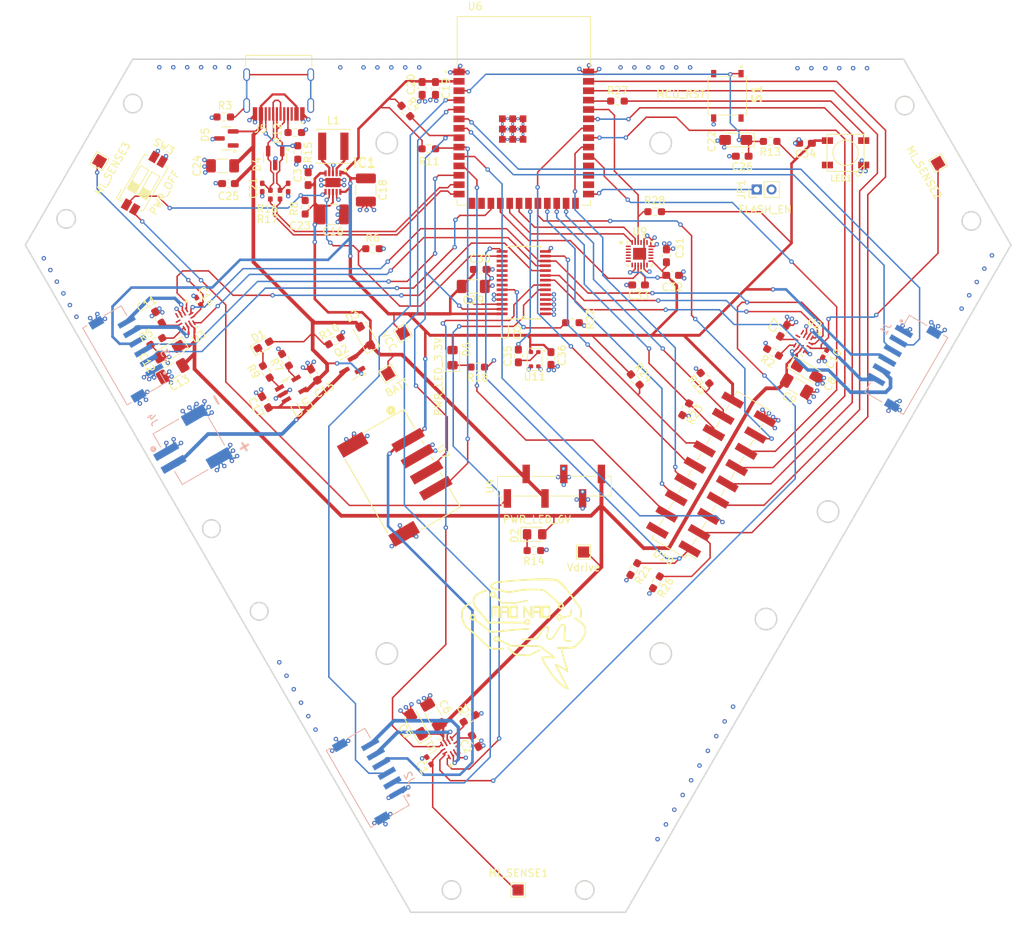
<source format=kicad_pcb>
(kicad_pcb (version 20240108) (generator "pcbnew") (generator_version "8.0")
  (layers (0 "F.Cu" signal) (1 "In1.Cu" signal) (2 "In2.Cu" signal) (31 "B.Cu" signal) (34 "B.Paste" user) (35 "F.Paste" user) (36 "B.SilkS" user "B.Silkscreen") (37 "F.SilkS" user "F.Silkscreen") (38 "B.Mask" user) (39 "F.Mask" user) (44 "Edge.Cuts" user))
  (net 0 "")
  (net 1 "VBUS")
  (net 2 "GND")
  (net 3 "USB_D+")
  (net 4 "USB_D-")
  (net 6 "Net-(Q2-D)")
  (net 7 "+BATT")
  (net 8 "VCC")
  (net 9 "Net-(IC1-LX2)")
  (net 10 "Net-(IC1-LX1)")
  (net 11 "PS_DISABLE")
  (net 12 "Net-(J5-CC1)")
  (net 13 "Net-(J5-CC2)")
  (net 14 "M1_OUT1")
  (net 15 "Vdrive")
  (net 16 "M1_OUT2")
  (net 17 "M1_IN2")
  (net 18 "Net-(U1-VCC)")
  (net 21 "M_SLEEP")
  (net 22 "Net-(U1-ISET)")
  (net 23 "M1_IN1")
  (net 24 "MI_SENSE")
  (net 25 "M2_IN2")
  (net 26 "M2_IN1")
  (net 27 "M2_OUT1")
  (net 29 "Net-(U2-ISET)")
  (net 31 "Net-(U2-VCC)")
  (net 32 "MI_SENSE2")
  (net 33 "M2_OUT2")
  (net 34 "M3_IN2")
  (net 35 "Net-(U3-VCC)")
  (net 36 "Net-(U3-ISET)")
  (net 38 "M3_IN1")
  (net 39 "M3_OUT1")
  (net 41 "M3_OUT2")
  (net 42 "MI_SENSE3")
  (net 43 "PWROFF_3V3")
  (net 44 "Net-(U5-PROG)")
  (net 45 "Net-(U5-STAT)")
  (net 46 "SPI_SDO")
  (net 47 "ENC2_B")
  (net 48 "CAM_PCLK")
  (net 49 "CAM_SCL")
  (net 50 "SPI_SCL")
  (net 52 "CAM_D7")
  (net 53 "CAM_D3")
  (net 54 "EN")
  (net 55 "/MCU/P")
  (net 56 "Net-(U6-TXD0)")
  (net 58 "CAM_D5")
  (net 59 "CAM_D8")
  (net 60 "SPI_SDI")
  (net 61 "CAM_D6")
  (net 62 "FLASH_EN")
  (net 63 "CAM_D9")
  (net 64 "MIC_OUT")
  (net 65 "ENC3_A")
  (net 67 "ENC3_B")
  (net 68 "I2C_SDA")
  (net 69 "CAM_D2")
  (net 70 "ENC1_A")
  (net 72 "CAM_HREF")
  (net 73 "ENC1_B")
  (net 76 "I2C_SCL")
  (net 77 "IMU_CS")
  (net 78 "CAM_SDA")
  (net 79 "CAM_D4")
  (net 80 "CAM_VSYNC")
  (net 81 "/MCU/N")
  (net 82 "ENC2_A")
  (net 84 "CAM_RST")
  (net 88 "Net-(U8-~OE)")
  (net 91 "CAM_PWDN")
  (net 92 "Net-(U9-REGOUT)")
  (net 97 "Net-(U11-OUT)")
  (net 98 "Net-(D1-K)")
  (net 99 "Net-(J5-SHIELD-PadS1)")
  (net 100 "LED_DI")
  (net 105 "PWROFF_6V")
  (net 118 "Net-(D2-K)")
  (net 119 "Net-(D6-K)")
  (footprint "Capacitor_SMD:C_1210_3225Metric_Pad1.33x2.70mm_HandSolder" (layer "F.Cu") (at 116 57.5625 -90)
    (property "Reference" "C18")
    (property "Value" "47uF")
  )
  (footprint "Capacitor_SMD:C_0603_1608Metric_Pad1.08x0.95mm_HandSolder" (layer "F.Cu") (at 141 80.3375 -90)
    (property "Reference" "C36")
    (property "Value" "0.1uF")
  )
  (footprint "TestPoint:TestPoint_Pad_1.5x1.5mm" (layer "F.Cu") (at 80.025 53.675 60)
    (property "Reference" "TP3" (hide yes))
    (property "Value" "MI_SENSE3")
  )
  (footprint "Resistor_SMD:R_0603_1608Metric_Pad0.98x0.95mm_HandSolder" (layer "F.Cu") (at 106.4 49.8)
    (property "Reference" "R12")
    (property "Value" "5.1k")
  )
  (footprint "Capacitor_SMD:C_1206_3216Metric_Pad1.33x1.80mm_HandSolder" (layer "F.Cu") (at 125.125 128.5 120)
    (property "Reference" "C6")
    (property "Value" "10uF")
  )
  (footprint "Capacitor_SMD:C_0603_1608Metric_Pad1.08x0.95mm_HandSolder" (layer "F.Cu") (at 131.4375 68.3)
    (property "Reference" "C30")
    (property "Value" "0.1uF")
  )
  (footprint "Capacitor_SMD:C_0603_1608Metric_Pad1.08x0.95mm_HandSolder" (layer "F.Cu") (at 130.76875 132.053053 -60)
    (property "Reference" "C2")
    (property "Value" "0.1uF")
  )
  (footprint "Resistor_SMD:R_0603_1608Metric_Pad0.98x0.95mm_HandSolder" (layer "F.Cu") (at 124.5 52)
    (property "Reference" "R11")
    (property "Value" "4.7k")
  )
  (footprint "Resistor_SMD:R_0402_1005Metric_Pad0.72x0.64mm_HandSolder" (layer "F.Cu") (at 103.1 58.1975 90)
    (property "Reference" "R16")
    (property "Value" "22")
  )
  (footprint "LED_SMD:LED_0603_1608Metric_Pad1.05x0.95mm_HandSolder" (layer "F.Cu") (at 102.186899 78.508526 30)
    (property "Reference" "D1")
    (property "Value" "CHRG_LED")
  )
  (footprint "Capacitor_Tantalum_SMD:CP_EIA-3216-18_Kemet-A_Pad1.58x1.35mm_HandSolder" (layer "F.Cu") (at 165.9625 50.8 180)
    (property "Reference" "C22")
    (property "Value" "1uF")
  )
  (footprint "Resistor_SMD:R_0603_1608Metric_Pad0.98x0.95mm_HandSolder" (layer "F.Cu") (at 143.9 75.5)
    (property "Reference" "R22")
    (property "Value" "250k")
  )
  (footprint "LED_SMD:LED_0805_2012Metric_Pad1.15x1.40mm_HandSolder" (layer "F.Cu") (at 127.7 80.225 90)
    (property "Reference" "D6")
    (property "Value" "PWR_LED_3.3V")
  )
  (footprint "Capacitor_SMD:C_0603_1608Metric_Pad1.08x0.95mm_HandSolder" (layer "F.Cu") (at 166.8375 53 180)
    (property "Reference" "C26")
    (property "Value" "0.1uF")
  )
  (footprint "Capacitor_SMD:C_0603_1608Metric_Pad1.08x0.95mm_HandSolder" (layer "F.Cu") (at 172.4 76.6 60)
    (property "Reference" "C7")
    (property "Value" "0.1uF")
  )
  (footprint "Capacitor_SMD:C_1206_3216Metric_Pad1.33x1.80mm_HandSolder" (layer "F.Cu") (at 174.2 84.0875 -30)
    (property "Reference" "C9")
    (property "Value" "10uF")
  )
  (footprint "Capacitor_SMD:C_0402_1005Metric_Pad0.74x0.62mm_HandSolder" (layer "F.Cu") (at 102 57.2325 -90)
    (property "Reference" "C21")
    (property "Value" "20pF")
  )
  (footprint "TestPoint:TestPoint_Pad_1.5x1.5mm" (layer "F.Cu") (at 145.4 106.5)
    (property "Reference" "TP6" (hide yes))
    (property "Value" "Vdrive")
  )
  (footprint "Mad_Bot:U3V40F6_upd" (layer "F.Cu") (at 141.465 97.6 90)
    (property "Reference" "U4")
    (property "Value" "U3V40F6")
  )
  (footprint "Resistor_SMD:R_0603_1608Metric_Pad0.98x0.95mm_HandSolder" (layer "F.Cu") (at 149.99 45.55)
    (property "Reference" "R27")
    (property "Value" "22")
  )
  (footprint "Resistor_SMD:R_0603_1608Metric_Pad0.98x0.95mm_HandSolder" (layer "F.Cu") (at 87.7 78.0375 -150)
    (property "Reference" "R5")
    (property "Value" "8.5k")
  )
  (footprint "Resistor_SMD:R_0603_1608Metric_Pad0.98x0.95mm_HandSolder" (layer "F.Cu") (at 121.4 46.8875 -50)
    (property "Reference" "R4")
    (property "Value" "4.7k")
  )
  (footprint "Resistor_SMD:R_0603_1608Metric_Pad0.98x0.95mm_HandSolder" (layer "F.Cu") (at 105.136899 80.521026 120)
    (property "Reference" "R7")
    (property "Value" "2k")
  )
  (footprint "Package_TO_SOT_SMD:SOT-23" (layer "F.Cu") (at 103.75 53.2375 -90)
    (property "Reference" "D4")
    (property "Value" "ESDA5V3L")
  )
  (footprint "Mad_Bot:DV7SA-02F-01_SW_DIP_SPSTx02_Slide" (layer "F.Cu") (at 86.2 56.7 60)
    (property "Reference" "SW3")
    (property "Value" "PWROFF_Switch")
  )
  (footprint "Capacitor_SMD:C_0402_1005Metric_Pad0.74x0.62mm_HandSolder" (layer "F.Cu") (at 105.5 57.2325 -90)
    (property "Reference" "C23")
    (property "Value" "20pF")
  )
  (footprint "TestPoint:TestPoint_Pad_1.5x1.5mm" (layer "F.Cu") (at 136.5625 152.175)
    (property "Reference" "TP1" (hide yes))
    (property "Value" "MI_SENSE1")
  )
  (footprint "Mad_Bot:SON50P250X250X80-11N-D" (layer "F.Cu") (at 111.55 56.5625 -90)
    (property "Reference" "IC1")
    (property "Value" "RT6150BGQW" (hide yes))
  )
  (footprint "Resistor_SMD:R_0603_1608Metric_Pad0.98x0.95mm_HandSolder" (layer "F.Cu") (at 130 129 30)
    (property "Reference" "R1")
    (property "Value" "8.5k")
  )
  (footprint "Package_TO_SOT_SMD:SOT-23" (layer "F.Cu") (at 97.1375 50.6 180)
    (property "Reference" "D5")
    (property "Value" "ESDA5V3L")
  )
  (footprint "Capacitor_Tantalum_SMD:CP_EIA-3216-18_Kemet-A_Pad1.58x1.35mm_HandSolder" (layer "F.Cu") (at 175.57 82.07 -30)
    (property "Reference" "C8")
    (property "Value" "1uF")
  )
  (footprint "Capacitor_Tantalum_SMD:CP_EIA-3216-18_Kemet-A_Pad1.58x1.35mm_HandSolder" (layer "F.Cu") (at 122.7625 129.808253 120)
    (property "Reference" "C5")
    (property "Value" "1uF")
  )
  (footprint "Capacitor_SMD:C_0603_1608Metric_Pad1.08x0.95mm_HandSolder" (layer "F.Cu") (at 136.6 80 90)
    (property "Reference" "C35")
    (property "Value" "C")
  )
  (footprint "Resistor_SMD:R_0603_1608Metric_Pad0.98x0.95mm_HandSolder" (layer "F.Cu") (at 138.7 106.3 180)
    (property "Reference" "R14")
    (property "Value" "1k")
  )
  (footprint "Mad_Bot:IC12_MP6550_MNP" (layer "F.Cu") (at 127.4065 132.950001 120)
    (property "Reference" "U1")
    (property "Value" "MP6550GG-Z")
  )
  (footprint "Capacitor_SMD:C_1206_3216Metric_Pad1.33x1.80mm_HandSolder" (layer "F.Cu") (at 96.6375 54.3 180)
    (property "Reference" "C24")
    (property "Value" "10uF")
  )
  (footprint "Capacitor_Tantalum_SMD:CP_EIA-3216-18_Kemet-A_Pad1.58x1.35mm_HandSolder" (layer "F.Cu") (at 89.45 79.425 -150)
    (property "Reference" "C12")
    (property "Value" "1uF")
  )
  (footprint "Capacitor_SMD:C_0603_1608Metric_Pad1.08x0.95mm_HandSolder" (layer "F.Cu") (at 156.6 66.4625 90)
    (property "Reference" "C31")
    (property "Value" "0.1uF")
  )
  (footprint "Capacitor_SMD:C_0603_1608Metric_Pad1.08x0.95mm_HandSolder" (layer "F.Cu") (at 152.8375 70.4 180)
    (property "Reference" "C33")
    (property "Value" "0.1uF")
  )
  (footprint "TestPoint:TestPoint_Pad_1.5x1.5mm" (layer "F.Cu") (at 119 82.4 -150)
    (property "Reference" "TP5" (hide yes))
    (property "Value" "BATT")
  )
  (footprint "Capacitor_SMD:C_0603_1608Metric_Pad1.08x0.95mm_HandSolder" (layer "F.Cu") (at 125.4 43.8375 -90)
    (property "Reference" "C19")
    (property "Value" "22uF")
  )
  (footprint "Mad_Bot:IC12_MP6550_MNP" (layer "F.Cu") (at 91.625757 75.011599 -60)
    (property "Reference" "U3")
    (property "Value" "MP6550GG-Z")
  )
  (footprint "LED_SMD:LED_0805_2012Metric_Pad1.15x1.40mm_HandSolder" (layer "F.Cu") (at 138.8 104.1)
    (property "Reference" "D2")
    (property "Value" "PWR_LED_6V")
  )
  (footprint "Resistor_SMD:R_0603_1608Metric_Pad0.98x0.95mm_HandSolder" (layer "F.Cu") (at 159.2 87.2 -120)
    (property "Reference" "R23")
    (property "Value" "250k")
  )
  (footprint "Capacitor_SMD:C_0603_1608Metric_Pad1.08x0.95mm_HandSolder" (layer "F.Cu") (at 102.405649 86.236579 120)
    (property "Reference" "C17")
    (property "Value" "4.7uF")
  )
  (footprint "Resistor_SMD:R_0603_1608Metric_Pad0.98x0.95mm_HandSolder" (layer "F.Cu") (at 152.2 108.8 -120)
    (property "Reference" "R21")
    (property "Value" "250k")
  )
  (footprint "Mad_Bot:IC12_MP6550_MNP" (layer "F.Cu") (at 175.1065 78.049999 -120)
    (property "Reference" "U2")
    (property "Value" "MP6550GG-Z")
  )
  (footprint "Capacitor_SMD:C_0603_1608Metric_Pad1.08x0.95mm_HandSolder" (layer "F.Cu") (at 97.4375 56.7 180)
    (property "Reference" "C25")
    (property "Value" "Reserv")
  )
  (footprint "Capacitor_SMD:C_0603_1608Metric_Pad1.08x0.95mm_HandSolder" (layer "F.Cu") (at 108.2 56.0375 90)
    (property "Reference" "C3")
    (property "Value" "100nF")
  )
  (footprint "Package_TO_SOT_SMD:SOT-23" (layer "F.Cu") (at 113.913101 81.546026 -150)
    (property "Reference" "Q2")
    (property "Value" "Q_PMOS_GSD")
  )
  (footprint "Capacitor_SMD:C_0402_1005Metric_Pad0.74x0.62mm_HandSolder" (layer "F.Cu") (at 124.51625 134.708531 120)
    (property "Reference" "C1")
    (property "Value" "0.1nF")
  )
  (footprint "Capacitor_SMD:C_0603_1608Metric_Pad1.08x0.95mm_HandSolder" (layer "F.Cu") (at 88 74.8 120)
    (property "Reference" "C11")
    (property "Value" "0.1uF")
  )
  (footprint "Mad_Bot:WS2812B" (layer "F.Cu") (at 180.8 52.54 180)
    (property "Reference" "LED1")
    (property "Value" "WS2812B")
  )
  (footprint "Resistor_SMD:R_0603_1608Metric_Pad0.98x0.95mm_HandSolder" (layer "F.Cu") (at 116.9 65.5)
    (property "Reference" "R6")
    (property "Value" "250k")
  )
  (footprint "Resistor_SMD:R_0603_1608Metric_Pad0.98x0.95mm_HandSolder" (layer "F.Cu") (at 171 79.5 150)
    (property "Reference" "R2")
    (property "Value" "8.5k")
  )
  (footprint "Resistor_SMD:R_0402_1005Metric_Pad0.72x0.64mm_HandSolder" (layer "F.Cu") (at 104.4 58.1975 90)
    (property "Reference" "R17")
    (property "Value" "22")
  )
  (footprint "Resistor_SMD:R_0603_1608Metric_Pad0.98x0.95mm_HandSolder" (layer "F.Cu") (at 106.8 52.5 -90)
    (property "Reference" "R15")
    (property "Value" "5.1k" (hide yes))
  )
  (footprint "Mad_Bot:WMM7027ATSN1-4TR" (layer "F.Cu") (at 138.8 80.4)
    (property "Reference" "U11")
    (property "Value" "WMM7027ATSN1")
  )
  (footprint "Mad_Bot:Arducam_Socket_2x09_P2.54mm_Vertical_SMD" (layer "F.Cu") (at 162.64 96.02 150)
    (property "Reference" "U10")
    (property "Value" "ArducamOV2640")
  )
  (footprint "Resistor_SMD:R_0603_1608Metric_Pad0.98x0.95mm_HandSolder" (layer "F.Cu") (at 170.6125 51 180)
    (property "Reference" "R13")
    (property "Value" "150k")
  )
  (footprint "Resistor_SMD:R_0603_1608Metric_Pad0.98x0.95mm_HandSolder" (layer "F.Cu") (at 102.549399 82.133526 -60)
    (property "Reference" "R9")
    (property "Value" "470")
  )
  (footprint "Mad_Bot:QFN24_3X3X0P9_MPU6500" (layer "F.Cu") (at 152.976 66.184002)
    (property "Reference" "U9")
    (property "Value" "MPU-6500")
  )
  (footprint "Resistor_SMD:R_0603_1608Metric_Pad0.98x0.95mm_HandSolder" (layer "F.Cu") (at 96.8 47.7 180)
    (property "Reference" "R3")
    (property "Value" "1M")
  )
  (footprint "Mad_Bot:PTS526SK15SMTR2LFS" (layer "F.Cu") (at 164.83 44.84 -90)
    (property "Reference" "S1")
    (property "Value" "MCU_RST" (hide yes))
  )
  (footprint "Capacitor_SMD:C_0402_1005Metric_Pad0.74x0.62mm_HandSolder" (layer "F.Cu") (at 178 79.691469 -120)
    (property "Reference" "C10")
    (property "Value" "0.1nF")
  )
  (footprint "Capacitor_SMD:C_1206_3216Metric_Pad1.33x1.80mm_HandSolder" (layer "F.Cu") (at 89.9 82.0625 -150)
    (property "Reference" "C13")
    (property "Value" "10uF")
  )
  (footprint "Capacitor_SMD:C_1210_3225Metric_Pad1.33x2.70mm_HandSolder" (layer "F.Cu") (at 111.4625 60.8625)
    (property "Reference" "C16")
    (property "Value" "47uF")
  )
  (footprint "Resistor_SMD:R_0603_1608Metric_Pad0.98x0.95mm_HandSolder" (layer "F.Cu") (at 155.0125 60.5 180)
    (property "Reference" "R28")
    (property "Value" "250k")
  )
  (footprint "Resistor_SMD:R_0603_1608Metric_Pad0.98x0.95mm_HandSolder" (layer "F.Cu") (at 131.1125 81.5 180)
    (property "Reference" "R18")
    (property "Value" "1k")
  )
  (footprint "Capacitor_SMD:C_0603_1608Metric_Pad1.08x0.95mm_HandSolder" (layer "F.Cu") (at 175.3875 51.25 180)
    (property "Reference" "C34")
    (property "Value" "0.1uF")
  )
  (footprint "Capacitor_SMD:C_0603_1608Metric_Pad1.08x0.95mm_HandSolder" (layer "F.Cu") (at 157.4375 69.1)
    (property "Reference" "C32")
    (property "Value" "10nF")
  )
  (footprint "NadSilk:brain_logo" (layer "F.Cu") (at 137.212377 117.3)
    (property "Reference" "G***" (hide yes))
    (property "Value" "LOGO" (hide yes))
  )
  (footprint "Mad_Bot:FNR4020S2R2MT" (layer "F.Cu") (at 111.6 51.6625)
    (property "Reference" "L1")
    (property "Value" "2.2uH")
  )
  (footprint "Mad_Bot:Flash_Jumper_1x02_P2.00mm_Vertical" (layer "F.Cu") (at 168.8 57.5 90)
    (property "Reference" "JP1")
    (property "Value" "Flash_En")
  )
  (footprint "Mad_Bot:SOT95P280X145-5N" (layer "F.Cu") (at 105.92015 84.492335 30)
    (property "Reference" "U5")
    (property "Value" "MCP73831T-2ACI_OT")
  )
  (footprint "Capacitor_SMD:C_0402_1005Metric_Pad0.74x0.62mm_HandSolder" (layer "F.Cu") (at 93.4 72.6 120)
    (property "Reference" "C14")
    (property "Value" "0.1nF")
  )
  (footprint "Capacitor_SMD:C_1206_3216Metric_Pad1.33x1.80mm_HandSolder" (layer "F.Cu") (at 130.5 70.6 180)
    (property "Reference" "C29")
    (property "Value" "10uF")
  )
  (footprint "Diode_SMD:D_SOD-123F" (layer "F.Cu") (at 115.911899 77.27109 120)
    (property "Reference" "D3")
    (property "Value" "D_Schottky")
  )
  (footprint "TestPoint:TestPoint_Pad_1.5x1.5mm" (layer "F.Cu") (at 193.2875 53.9375 120)
    (property "Reference" "TP2" (hide yes))
    (property "Value" "MI_SENSE2")
  )
  (footprint "Resistor_SMD:R_0603_1608Metric_Pad0.98x0.95mm_HandSolder" (layer "F.Cu") (at 155.24375 110.590248 -120)
    (property "Reference" "R26")
    (property "Value" "250k")
  )
  (footprint "Resistor_SMD:R_0603_1608Metric_Pad0.98x0.95mm_HandSolder" (layer "F.Cu") (at 111.774399 77.958526 30)
    (property "Reference" "R10")
    (property "Value" "250k")
  )
  (footprint "Resistor_SMD:R_0603_1608Metric_Pad0.98x0.95mm_HandSolder" (layer "F.Cu") (at 161.813455 83.000984 130)
    (property "Reference" "R25")
    (property "Value" "250k")
  )
  (footprint "Resistor_SMD:R_0603_1608Metric_Pad0.98x0.95mm_HandSolder" (layer "F.Cu") (at 152.3875 83.2 -50)
    (property "Reference" "R24")
    (property "Value" "250k")
  )
  (footprint "Resistor_SMD:R_0603_1608Metric_Pad0.98x0.95mm_HandSolder" (layer "F.Cu") (at 107.8 59.9 -90)
    (property "Reference" "R8")
    (property "Value" "250k")
  )
  (footprint "Capacitor_SMD:C_0603_1608Metric_Pad1.08x0.95mm_HandSolder" (layer "F.Cu") (at 109.011899 82.533526 120)
    (property "Reference" "C15")
    (property "Value" "4.7uF")
  )
  (footprint "Mad_Bot:XCVR_ESP32S3WROOM1N8R8" (layer "F.Cu") (at 137.333 46.87)
    (property "Reference" "U6")
    (property "Value" "ESP32-S3-WROOM-1-N8R8")
  )
  (footprint "Capacitor_SMD:C_0603_1608Metric_Pad1.08x0.95mm_HandSolder" (layer "F.Cu") (at 123.6 43.8375 -90)
    (property "Reference" "C20")
    (property "Value" "0.1uF")
  )
  (footprint "Mad_Bot:HRO_TYPE-C-31-M-12" (layer "F.Cu") (at 104.225 41.975 180)
    (property "Reference" "J5")
    (property "Value" "TYPE-C-31-M-12")
  )
  (footprint "Mad_Bot:CONN_S4B-XH-SM4-TB_JST" (layer "F.Cu") (at 120.5 96.4 -60)
    (property "Reference" "U7")
    (property "Value" "VL53L7CX")
  )
  (footprint "Mad_Bot:SOP65P640X110-28N" (layer "F.Cu") (at 137.325 70.086 180)
    (property "Reference" "U8")
    (property "Value" "PCA9685PW_118")
  )
  (footprint "TestPoint:TestPoint_Pad_1.5x1.5mm" (layer "F.Cu") (at 121 76.9 120)
    (property "Reference" "TP4" (hide yes))
    (property "Value" "VCC")
  )
  (footprint "Mad_Bot:JST_S6B-ZR-SM4A-TF_1.5mm" (layer "B.Cu") (at 85.556217 78.64665 120)
    (property "Reference" "J3")
    (property "Value" "EncoderConn")
  )
  (footprint "Mad_Bot:JST_S6B-ZR-SM4A-TF_1.5mm" (layer "B.Cu") (at 186.800545 79.925 -120)
    (property "Reference" "J1")
    (property "Value" "EncoderConn")
  )
  (footprint "Mad_Bot:JST_S6B-ZR-SM4A-TF_1.5mm" (layer "B.Cu") (at 118.461954 135.746651 120)
    (property "Reference" "J2")
    (property "Value" "EncoderConn")
  )
  (footprint "Mad_Bot:JST_S2B-PH-SM4-TB_LF__SN_" (layer "B.Cu") (at 89.52561 93.775 -60)
    (property "Reference" "J4")
    (property "Value" "LiPo")
  )
  (gr_line (start 168.425031 86.017141) (end 156.945208 105.96875) (stroke (width 0.5)) (layer "F.Cu") (net 15))
  (gr_line (start 122.072741 155.192633) (end 151.072741 155.192633) (stroke (width 0.2)) (layer "Edge.Cuts"))
  (gr_circle (center 101.588036 114.512084) (end 102.788036 114.512084) (stroke (width 0.2)) (fill none) (layer "Edge.Cuts"))
  (gr_line (start 84.5 39.885263) (end 70 65) (stroke (width 0.2)) (layer "Edge.Cuts"))
  (gr_circle (center 118.832455 120.222675) (end 120.282455 120.222675) (stroke (width 0.2)) (fill none) (layer "Edge.Cuts"))
  (gr_line (start 188.645482 39.885263) (end 84.5 39.885263) (stroke (width 0.2)) (layer "Edge.Cuts"))
  (gr_circle (center 75.515896 61.470559) (end 76.765896 61.470559) (stroke (width 0.2)) (fill none) (layer "Edge.Cuts"))
  (gr_circle (center 188.786853 46.154496) (end 190.036853 46.154496) (stroke (width 0.2)) (fill none) (layer "Edge.Cuts"))
  (gr_circle (center 145.569097 152.180447) (end 146.819097 152.180447) (stroke (width 0.2)) (fill none) (layer "Edge.Cuts"))
  (gr_circle (center 170.054446 115.555356) (end 171.504446 115.555356) (stroke (width 0.2)) (fill none) (layer "Edge.Cuts"))
  (gr_circle (center 178.439446 101.03211) (end 179.889446 101.03211) (stroke (width 0.2)) (fill none) (layer "Edge.Cuts"))
  (gr_circle (center 155.832455 51.222675) (end 157.282455 51.222675) (stroke (width 0.2)) (fill none) (layer "Edge.Cuts"))
  (gr_circle (center 155.832455 120.222675) (end 157.282455 120.222675) (stroke (width 0.2)) (fill none) (layer "Edge.Cuts"))
  (gr_line (start 203.145482 65) (end 188.645482 39.885263) (stroke (width 0.2)) (layer "Edge.Cuts"))
  (gr_circle (center 127.569097 152.180447) (end 128.819097 152.180447) (stroke (width 0.2)) (fill none) (layer "Edge.Cuts"))
  (gr_line (start 70 65) (end 122.072741 155.192633) (stroke (width 0.2)) (layer "Edge.Cuts"))
  (gr_line (start 151.072741 155.192633) (end 203.145482 65) (stroke (width 0.2)) (layer "Edge.Cuts"))
  (gr_circle (center 95.138036 103.340356) (end 96.338036 103.340356) (stroke (width 0.2)) (fill none) (layer "Edge.Cuts"))
  (gr_circle (center 118.832455 51.222675) (end 120.282455 51.222675) (stroke (width 0.2)) (fill none) (layer "Edge.Cuts"))
  (gr_circle (center 84.515896 45.882102) (end 85.765896 45.882102) (stroke (width 0.2)) (fill none) (layer "Edge.Cuts"))
  (gr_circle (center 197.786853 61.742953) (end 199.036853 61.742953) (stroke (width 0.2)) (fill none) (layer "Edge.Cuts"))
  (gr_text "+" (at 99.7 90.9 120) (layer "B.SilkS") (effects (font (size 1.5 1.5) (thickness 0.3) (bold yes)) (justify left bottom mirror)))
  (gr_text "-" (at 95.9 84.6 120) (layer "B.SilkS") (effects (font (size 1.5 1.5) (thickness 0.3) (bold yes)) (justify left bottom mirror)))
  (gr_text "MCU_RST" (at 155.1 45.2 0) (layer "F.SilkS") (effects (font (size 1 1)) (justify left bottom)))
  (gr_text "PWR_OFF" (at 87.6 61.2 60) (layer "F.SilkS") (effects (font (size 1 1)) (justify left bottom)))
  (gr_text "FLASH_EN" (at 166.2 60.8 0) (layer "F.SilkS") (effects (font (size 1 1)) (justify left bottom)))
  (segment (start 100.8 67.3) (end 108.758526 75.258526) (width 0.5) (layer "F.Cu") (net 1))
  (segment (start 100.8 50.125) (end 101.825 49.1) (width 0.5) (layer "F.Cu") (net 1))
  (segment (start 110.761899 81.083526) (end 110.761899 81.996616) (width 0.5) (layer "F.Cu") (net 1))
  (segment (start 114.653245 75.5) (end 109.053373 75.5) (width 0.5) (layer "F.Cu") (net 1))
  (segment (start 108.811899 76.858526) (end 110.368149 78.414776) (width 0.2) (layer "F.Cu") (net 1))
  (segment (start 109.403042 83.280473) (end 109.443149 83.280473) (width 0.5) (layer "F.Cu") (net 1))
  (segment (start 107.599399 78.071026) (end 108.811899 76.858526) (width 0.2) (layer "F.Cu") (net 1))
  (segment (start 100.8 50.125) (end 100.8 51.7) (width 0.5) (layer "F.Cu") (net 1))
  (segment (start 109.311899 79.633526) (end 110.761899 81.083526) (width 0.5) (layer "F.Cu") (net 1))
  (segment (start 110.678373 81) (end 109.311899 79.633526) (width 0.5) (layer "F.Cu") (net 1))
  (segment (start 112.1 81) (end 110.678373 81) (width 0.25) (layer "F.Cu") (net 1))
  (segment (start 101.175 49.65) (end 98.075 49.65) (width 0.25) (layer "F.Cu") (net 1))
  (segment (start 98.3 56.7) (end 100.8 54.2) (width 0.5) (layer "F.Cu") (net 1))
  (segment (start 110.761899 81.996616) (end 109.478042 83.280473) (width 0.5) (layer "F.Cu") (net 1))
  (segment (start 115.4 82.1) (end 115.2 81.9) (width 0.25) (layer "F.Cu") (net 1))
  (segment (start 101.825 47.065) (end 101.825 46.225) (width 0.3) (layer "F.Cu") (net 1))
  (segment (start 100.8 53.8) (end 100.8 67.3) (width 0.5) (layer "F.Cu") (net 1))
  (segment (start 108.811899 75.258526) (end 108.811899 76.858526) (width 0.5) (layer "F.Cu") (net 1))
  (segment (start 109.053373 75.5) (end 108.811899 75.258526) (width 0.5) (layer "F.Cu") (net 1))
  (segment (start 108.811899 76.858526) (end 108.811899 79.133526) (width 0.5) (layer "F.Cu") (net 1))
  (segment (start 101.825 49) (end 101.175 49.65) (width 0.25) (layer "F.Cu") (net 1))
  (segment (start 106.625 46.275) (end 106.625 47.065) (width 0.3) (layer "F.Cu") (net 1))
  (segment (start 109.478042 83.280473) (end 109.443149 83.280473) (width 0.5) (layer "F.Cu") (net 1))
  (segment (start 108.811899 79.133526) (end 109.311899 79.633526) (width 0.5) (layer "F.Cu") (net 1))
  (segment (start 103.4 44.65) (end 105 44.65) (width 0.3) (layer "F.Cu") (net 1))
  (segment (start 102.944671 78.071026) (end 107.599399 78.071026) (width 0.2) (layer "F.Cu") (net 1))
  (segment (start 115.211899 76.058654) (end 114.653245 75.5) (width 0.5) (layer "F.Cu") (net 1))
  (segment (start 115.4 82.4) (end 115.4 82.1) (width 0.25) (layer "F.Cu") (net 1))
  (segment (start 100.8 51.7) (end 98.2 54.3) (width 0.5) (layer "F.Cu") (net 1))
  (segment (start 105 44.65) (end 106.625 46.275) (width 0.3) (layer "F.Cu") (net 1))
  (segment (start 101.825 47.285) (end 101.825 49.1) (width 0.5) (layer "F.Cu") (net 1))
  (segment (start 108.758526 75.258526) (end 108.811899 75.258526) (width 0.5) (layer "F.Cu") (net 1))
  (segment (start 101.825 46.225) (end 103.4 44.65) (width 0.3) (layer "F.Cu") (net 1))
  (segment (start 100.8 54.2) (end 100.8 50.125) (width 0.5) (layer "F.Cu") (net 1))
  (segment (start 108.024989 84.658526) (end 109.403042 83.280473) (width 0.5) (layer "F.Cu") (net 1))
  (segment (start 107.511899 84.658526) (end 108.024989 84.658526) (width 0.5) (layer "F.Cu") (net 1))
  (segment (start 110.368149 78.414776) (end 110.984151 78.414776) (width 0.2) (layer "F.Cu") (net 1))
  (via (at 112.1 81) (size 0.6) (drill 0.3) (layers "F.Cu" "B.Cu") (net 1))
  (via (at 115.4 82.4) (size 0.6) (drill 0.3) (layers "F.Cu" "B.Cu") (net 1))
  (segment (start 114 81) (end 115.4 82.4) (width 0.25) (layer "B.Cu") (net 1))
  (segment (start 112.1 81) (end 114 81) (width 0.25) (layer "B.Cu") (net 1))
  (segment (start 112.2 61.9) (end 112.2 61.6875) (width 0.2) (layer "F.Cu") (net 2))
  (segment (start 113.025 60.725) (end 113.025 60.8625) (width 0.2) (layer "F.Cu") (net 2))
  (segment (start 145.42 99.4) (end 145.275 99.255) (width 0.2) (layer "F.Cu") (net 2))
  (segment (start 95 54.3) (end 94.2 53.5) (width 0.2) (layer "F.Cu") (net 2))
  (segment (start 145.13 99.4) (end 145.275 99.255) (width 0.2) (layer "F.Cu") (net 2))
  (segment (start 145.1 75.5) (end 145.5 75.9) (width 0.2) (layer "F.Cu") (net 2))
  (segment (start 141 81.2) (end 141 81.5) (width 0.2) (layer "F.Cu") (net 2))
  (segment (start 129.66 41.61) (end 129.725 41.675) (width 0.35) (layer "F.Cu") (net 2))
  (segment (start 138.29 81.51) (end 138.29 81.4) (width 0.2) (layer "F.Cu") (net 2))
  (segment (start 132.3 68.3) (end 133.1 68.3) (width 0.2) (layer "F.Cu") (net 2))
  (segment (start 134.433 47.93) (end 134.433 48.63) (width 0.3) (layer "F.Cu") (net 2))
  (segment (start 107.425 47.065) (end 107.425 47.225) (width 0.3) (layer "F.Cu") (net 2))
  (segment (start 88.453053 74.053053) (end 87.56875 74.053053) (width 0.2) (layer "F.Cu") (net 2))
  (segment (start 95.3 47.7) (end 95.2 47.8) (width 0.2) (layer "F.Cu") (net 2))
  (segment (start 101.974399 85.489632) (end 101.974399 84.667829) (width 0.2) (layer "F.Cu") (net 2))
  (segment (start 143.165 96.375) (end 143.425 96.375) (width 0.2) (layer "F.Cu") (net 2))
  (segment (start 128.583 41.61) (end 129.66 41.61) (width 0.35) (layer "F.Cu") (net 2))
  (segment (start 175.5 76) (end 175.524418 76.024418) (width 0.2) (layer "F.Cu") (net 2))
  (segment (start 164.525 50.8) (end 163.6 50.8) (width 0.2) (layer "F.Cu") (net 2))
  (segment (start 124.34375 127.146835) (end 124.34375 126.215665) (width 0.2) (layer "F.Cu") (net 2))
  (segment (start 133 70.6) (end 133.1 70.5) (width 0.3) (layer "F.Cu") (net 2))
  (segment (start 96.2 50.6) (end 95.4 50.6) (width 0.2) (layer "F.Cu") (net 2))
  (segment (start 107.3125 49.8) (end 107.5 49.8) (width 0.2) (layer "F.Cu") (net 2))
  (segment (start 95.775 56.7) (end 95.725 56.65) (width 0.2) (layer "F.Cu") (net 2))
  (segment (start 112.9 76.8) (end 112.564647 77.135353) (width 0.2) (layer "F.Cu") (net 2))
  (segment (start 140.5504 65.8696) (end 140.246 65.8696) (width 0.2) (layer "F.Cu") (net 2))
  (segment (start 159.6 88.1) (end 158.853502 88.1) (width 0.2) (layer "F.Cu") (net 2))
  (segment (start 88.021803 73.6) (end 87.56875 74.053053) (width 0.2) (layer "F.Cu") (net 2))
  (segment (start 114.212227 92.00508) (end 114.99492 92.00508) (width 0.2) (layer "F.Cu") (net 2))
  (segment (start 112.05 57.8125) (end 112.05 58.6375) (width 0.2) (layer "F.Cu") (net 2))
  (segment (start 140.246 74.3024) (end 141.3024 74.3024) (width 0.2) (layer "F.Cu") (net 2))
  (segment (start 141 65.42) (end 140.5504 65.8696) (width 0.2) (layer "F.Cu") (net 2))
  (segment (start 139.7125 106.2) (end 140.4 106.2) (width 0.2) (layer "F.Cu") (net 2))
  (segment (start 142.735 95.945) (end 143.165 96.375) (width 0.2) (layer "F.Cu") (net 2))
  (segment (start 141.3695 73.007) (end 141.4 73.0375) (width 0.2) (layer "F.Cu") (net 2))
  (segment (start 87.9 52.582461) (end 87.38508 53.097381) (width 0.2) (layer "F.Cu") (net 2))
  (segment (start 90.968501 74.193501) (end 90.65 73.875) (width 0.2) (layer "F.Cu") (net 2))
  (segment (start 175.524418 76.024418) (end 175.524418 76.967923) (width 0.2) (layer "F.Cu") (net 2))
  (segment (start 164.525 50.8) (end 164.525 51.675) (width 0.2) (layer "F.Cu") (net 2))
  (segment (start 153.575999 67.708002) (end 153.575999 66.784001) (width 0.2) (layer "F.Cu") (net 2))
  (segment (start 142.735 95.26) (end 142.7 95.225) (width 0.2) (layer "F.Cu") (net 2))
  (segment (start 105.03039 85.140035) (end 105.586899 84.583526) (width 0.3) (layer "F.Cu") (net 2))
  (segment (start 92.725 71.875) (end 92.958531 72.108531) (width 0.2) (layer "F.Cu") (net 2))
  (segment (start 111.6 54.1875) (end 111.55 54.2375) (width 0.2) (layer "F.Cu") (net 2))
  (segment (start 165.975 53) (end 165.1 53) (width 0.2) (layer "F.Cu") (net 2))
  (segment (start 141.3634 71.7116) (end 141.4 71.675) (width 0.2) (layer "F.Cu") (net 2))
  (segment (start 116.1 58.9) (end 116.1 59.3625) (width 0.2) (layer "F.Cu") (net 2))
  (segment (start 134.433 50.73) (end 135.133 50.73) (width 0.3) (layer "F.Cu") (net 2))
  (segment (start 88.205088 79.789086) (end 88.205088 80.14375) (width 0.2) (layer "F.Cu") (net 2))
  (segment (start 142.305 96.375) (end 141.975 96.375) (width 0.2) (layer "F.Cu") (net 2))
  (segment (start 101.696202 85.489632) (end 101.168149 84.961579) (width 0.2) (layer "F.Cu") (net 2))
  (segment (start 107.425 47.225) (end 108.225 48.025) (width 0.3) (layer "F.Cu") (net 2))
  (segment (start 88.5 74.1) (end 88.453053 74.053053) (width 0.2) (layer "F.Cu") (net 2))
  (segment (start 169.902384 88.481182) (end 169.902384 87.602384) (width 0.2) (layer "F.Cu") (net 2))
  (segment (start 153.575999 68.2398) (end 153.575999 67.708002) (width 0.2) (layer "F.Cu") (net 2))
  (segment (start 139.6 81.8) (end 139.6 81.699999) (width 0.2) (layer "F.Cu") (net 2))
  (segment (start 112.2 58.7625) (end 112.3 58.8625) (width 0.2) (layer "F.Cu") (net 2))
  (segment (start 108.580649 81.786579) (end 108.124399 81.330329) (width 0.2) (layer "F.Cu") (net 2))
  (segment (start 102 57.7) (end 102 58.4) (width 0.2) (layer "F.Cu") (net 2))
  (segment (start 131.6 128.3) (end 131.033998 128.3) (width 0.2) (layer "F.Cu") (net 2))
  (segment (start 122.04375 127.190665) (end 122.15625 127.078165) (width 0.2) (layer "F.Cu") (net 2))
  (segment (start 131.859974 132.649936) (end 131.70991 132.8) (width 0.2) (layer "F.Cu") (net 2))
  (segment (start 103.75 54.175) (end 103.75 53.35) (width 0.2) (layer "F.Cu") (net 2))
  (segment (start 112.2 60.9) (end 112.9875 60.9) (width 0.2) (layer "F.Cu") (net 2))
  (segment (start 151.2 110.3) (end 151.74375 109.75625) (width 0.2) (layer "F.Cu") (net 2))
  (segment (start 104.798301 85.140035) (end 104.47981 85.458526) (width 0.3) (layer "F.Cu") (net 2))
  (segment (start 116.1 58.9) (end 116.1 60.2625) (width 0.2) (layer "F.Cu") (net 2))
  (segment (start 141 81.6) (end 140.7 81.9) (width 0.2) (layer "F.Cu") (net 2))
  (segment (start 107.727452 81.786579) (end 107.499399 81.558526) (width 0.2) (layer "F.Cu") (net 2))
  (segment (start 134.433 49.33) (end 135.133 49.33) (width 0.3) (layer "F.Cu") (net 2))
  (segment (start 108.580649 81.786579) (end 107.727452 81.786579) (width 0.2) (layer "F.Cu") (net 2))
  (segment (start 144.475 99.4) (end 145.13 99.4) (width 0.2) (layer "F.Cu") (net 2))
  (segment (start 101.974399 84.667829) (end 101.843149 84.536579) (width 0.2) (layer "F.Cu") (net 2))
  (segment (start 141.2 81.4) (end 141 81.2) (width 0.2) (layer "F.Cu") (net 2))
  (segment (start 156.6 65.6) (end 156.6 65.2) (width 0.2) (layer "F.Cu") (net 2))
  (segment (start 89.40625 80.14375) (end 89.425 80.125) (width 0.2) (layer "F.Cu") (net 2))
  (segment (start 112.564647 77.135353) (end 112.564647 77.502276) (width 0.2) (layer "F.Cu") (net 2))
  (segment (start 158.4 69.1) (end 158.9 68.6) (width 0.2) (layer "F.Cu") (net 2))
  (segment (start 154.5 65.184001) (end 155.015999 65.184001) (width 0.2) (layer "F.Cu") (net 2))
  (segment (start 154.3 68.6) (end 153.936199 68.6) (width 0.2) (layer "F.Cu") (net 2))
  (segment (start 95.075 54.3) (end 95.075 54.425) (width 0.2) (layer "F.Cu") (net 2))
  (segment (start 101.025 47.065) (end 101.025 47.375) (width 0.3) (layer "F.Cu") (net 2))
  (segment (start 138 81.8) (end 138.29 81.51) (width 0.2) (layer "F.Cu") (net 2))
  (segment (start 125.4 44.7) (end 125.4 45.4) (width 0.2) (layer "F.Cu") (net 2))
  (segment (start 89 53.217997) (end 88.485366 53.732631) (width 0.2) (layer "F.Cu") (net 2))
  (segment (start 141 81.5) (end 141.4 81.9) (width 0.2) (layer "F.Cu") (net 2))
  (segment (start 177 83.8) (end 177.419912 83.380088) (width 0.2) (layer "F.Cu") (net 2))
  (segment (start 183 53.94) (end 183.25 54.19) (width 0.2) (layer "F.Cu") (net 2))
  (segment (start 120.6 103.480605) (end 121.162226 104.042831) (width 0.2) (layer "F.Cu") (net 2))
  (segment (start 122.04375 128.563341) (end 122.04375 128.115665) (width 0.2) (layer "F.Cu") (net 2))
  (segment (start 158.3 69.1) (end 158.6 69.1) (width 0.2) (layer "F.Cu") (net 2))
  (segment (start 183.5 55) (end 183.5 54.44) (width 0.2) (layer "F.Cu") (net 2))
  (segment (start 139.6 81.699999) (end 139.3 81.399999) (width 0.2) (layer "F.Cu") (net 2))
  (segment (start 92.958531 72.108531) (end 93.11625 72.108531) (width 0.2) (layer "F.Cu") (net 2))
  (segment (start 171.481182 88.481182) (end 171.7 88.7) (width 0.2) (layer "F.Cu") (net 2))
  (segment (start 128.583 41.61) (end 128.583 40.967) (width 0.35) (layer "F.Cu") (net 2))
  (segment (start 88.205088 80.14375) (end 89.40625 80.14375) (width 0.2) (layer "F.Cu") (net 2))
  (segment (start 122.04375 128.115665) (end 121.40625 127.478165) (width 0.2) (layer "F.Cu") (net 2))
  (segment (start 137.233 47.93) (end 136.533 47.93) (width 0.3) (layer "F.Cu") (net 2))
  (segment (start 112.275 58.8625) (end 112.175 58.7625) (width 0.2) (layer "F.Cu") (net 2))
  (segment (start 105.5 57.8) (end 105.5 58.4) (width 0.2) (layer "F.Cu") (net 2))
  (segment (start 172.83125 75.853053) (end 173.690144 75.853053) (width 0.2) (layer "F.Cu") (net 2))
  (segment (start 132.025 81.5) (end 132.4 81.5) (width 0.2) (layer "F.Cu") (net 2))
  (segment (start 153.575999 65.584003) (end 152.976 66.184002) (width 0.2) (layer "F.Cu") (net 2))
  (segment (start 169.981182 88.481182) (end 169.902384 88.481182) (width 0.2) (layer "F.Cu") (net 2))
  (segment (start 172.83125 75.853053) (end 172.89625 75.788053) (width 0.2) (layer "F.Cu") (net 2))
  (segment (start 134.433 47.93) (end 135.133 47.93) (width 0.3) (layer "F.Cu") (net 2))
  (segment (start 95.8875 47.7) (end 95.3 47.7) (width 0.2) (layer "F.Cu") (net 2))
  (segment (start 124.34375 126.740665) (end 123.85625 126.253165) (width 0.2) (layer "F.Cu") (net 2))
  (segment (start 90.968501 74.373198) (end 90.968501 74.193501) (width 0.2) (layer "F.Cu") (net 2))
  (segment (start 111.55 54.2375) (end 111.55 55.3125) (width 0.2) (layer "F.Cu") (net 2))
  (segment (start 134.404 71.7116) (end 133.2884 71.7116) (width 0.2) (layer "F.Cu") (net 2))
  (segment (start 134.433 49.33) (end 134.433 50.03) (width 0.3) (layer "F.Cu") (net 2))
  (segment (start 172.83125 75.853053) (end 172.83125 75.686947) (width 0.2) (layer "F.Cu") (net 2))
  (segment (start 158.853502 88.1) (end 158.74375 87.990248) (width 0.2) (layer "F.Cu") (net 2))
  (segment (start 124.34375 127.146835) (end 123.54992 127.146835) (width 0.2) (layer "F.Cu") (net 2))
  (segment (start 146.083 40.777) (end 146.14 40.72) (width 0.2) (layer "F.Cu") (net 2))
  (segment (start 151.74375 109.75625) (end 151.74375 109.590248) (width 0.2) (layer "F.Cu") (net 2))
  (segment (start 123.692622 92.8) (end 122.951198 93.541424) (width 0.2) (layer "F.Cu") (net 2))
  (segment (start 131.70991 132.8) (end 131.2 132.8) (width 0.2) (layer "F.Cu") (net 2))
  (segment (start 137.233 50.73) (end 136.533 50.73) (width 0.3) (layer "F.Cu") (net 2))
  (segment (start 88.546835 82.84375) (end 89.68125 82.84375) (width 0.2) (layer "F.Cu") (net 2))
  (segment (start 89 53) (end 89 53.217997) (width 0.2) (layer "F.Cu") (net 2))
  (segment (start 101.974399 85.489632) (end 101.696202 85.489632) (width 0.2) (layer "F.Cu") (net 2))
  (segment (start 135.833 49.33) (end 135.833 48.63) (width 0.3) (layer "F.Cu") (net 2))
  (segment (start 127.465 41.61) (end 127.4 41.675) (width 0.35) (layer "F.Cu") (net 2))
  (segment (start 142.735 95.945) (end 142.305 96.375) (width 0.2) (layer "F.Cu") (net 2))
  (segment (start 172.83125 75.686947) (end 173.54625 74.971947) (width 0.2) (layer "F.Cu") (net 2))
  (segment (start 140.246 71.7116) (end 141.3634 71.7116) (width 0.2) (layer "F.Cu") (net 2))
  (segment (start 170 78.25) (end 170 78.833998) (width 0.2) (layer "F.Cu") (net 2))
  (segment (start 135.833 50.73) (end 136.533 50.73) (width 0.3) (layer "F.Cu") (net 2))
  (segment (start 88.546835 82.84375) (end 88.73125 82.84375) (width 0.2) (layer "F.Cu") (net 2))
  (segment (start 95.4 50.6) (end 95.3 50.7) (width 0.2) (layer "F.Cu") (net 2))
  (segment (start 104.680649 79.730778) (end 104.680649 79.527276) (width 0.2) (layer "F.Cu") (net 2))
  (segment (start 125.4 92.8) (end 123.692622 92.8) (width 0.2) (layer "F.Cu") (net 2))
  (segment (start 155.015999 65.184001) (end 155.3 64.9) (width 0.2) (layer "F.Cu") (net 2))
  (segment (start 135.833 49.33) (end 135.133 49.33) (width 0.3) (layer "F.Cu") (net 2))
  (segment (start 177.2 80.7) (end 177.2 80.699188) (width 0.2) (layer "F.Cu") (net 2))
  (segment (start 119.5 105.7) (end 119.505057 105.7) (width 0.2) (layer "F.Cu") (net 2))
  (segment (start 145.275 100.6) (end 145.275 99.255) (width 0.2) (layer "F.Cu") (net 2))
  (segment (start 177.87 82.97) (end 177.70875 83.13125) (width 0.2) (layer "F.Cu") (net 2))
  (segment (start 177.7 83.7) (end 177.7 83.411338) (width 0.2) (layer "F.Cu") (net 2))
  (segment (start 170 78.833998) (end 170.209752 79.04375) (width 0.2) (layer "F.Cu") (net 2))
  (segment (start 154.65 64.35) (end 154.5 64.5) (width 0.2) (layer "F.Cu") (net 2))
  (segment (start 108.580649 81.177276) (end 108.974399 80.783526) (width 0.2) (layer "F.Cu") (net 2))
  (segment (start 154.7875 111.380496) (end 154.7875 111.6125) (width 0.2) (layer "F.Cu") (net 2))
  (segment (start 183.25 54.19) (end 183.25 54.55) (width 0.2) (layer "F.Cu") (net 2))
  (segment (start 122.8 104.4) (end 121.519395 104.4) (width 0.2) (layer "F.Cu") (net 2))
  (segment (start 135.833 47.93) (end 135.833 48.63) (width 0.3) (layer "F.Cu") (net 2))
  (segment (start 123.458576 93.541424) (end 122.951198 93.541424) (width 0.2) (layer "F.Cu") (net 2))
  (segment (start 113.35 91.26) (end 113.467147 91.26) (width 0.2) (layer "F.Cu") (net 2))
  (segment (start 169.902384 87.602384) (end 169.575 87.275) (width 0.2) (layer "F.Cu") (net 2))
  (segment (start 137.233 47.93) (end 137.233 48.63) (width 0.3) (layer "F.Cu") (net 2))
  (segment (start 132.0625 70.6) (end 132.0625 70.4375) (width 0.3) (layer "F.Cu") (net 2))
  (segment (start 113.467147 91.26) (end 114.212227 92.00508) (width 0.2) (layer "F.Cu") (net 2))
  (segment (start 183.25 54.55) (end 182.8 55) (width 0.2) (layer "F.Cu") (net 2))
  (segment (start 172.89625 75.788053) (end 172.89625 74.721947) (width 0.2) (layer "F.Cu") (net 2))
  (segment (start 128.720576 134.3) (end 128.036367 133.615791) (width 0.2) (layer "F.Cu") (net 2))
  (segment (start 140.246 72.372) (end 141.38425 72.372) (width 0.2) (layer "F.Cu") (net 2))
  (segment (start 175.553165 85.828165) (end 175.925 86.2) (width 0.2) (layer "F.Cu") (net 2))
  (segment (start 107.425 47.065) (end 107.425 48.175) (width 0.3) (layer "F.Cu") (net 2))
  (segment (start 111.9 56.2125) (end 111.55 56.5625) (width 0.2) (layer "F.Cu") (net 2))
  (segment (start 122.04375 128.563341) (end 122.04375 127.190665) (width 0.2) (layer "F.Cu") (net 2))
  (segment (start 125.4 44.7) (end 124.7 45.4) (width 0.2) (layer "F.Cu") (net 2))
  (segment (start 154.7875 111.6125) (end 154.3 112.1) (width 0.2) (layer "F.Cu") (net 2))
  (segment (start 137.233 49.33) (end 137.233 48.63) (width 0.3) (layer "F.Cu") (net 2))
  (segment (start 140.246 73.6674) (end 141.34865 73.6674) (width 0.2) (layer "F.Cu") (net 2))
  (segment (start 112.175 58.7625) (end 112.2 58.7625) (width 0.2) (layer "F.Cu") (net 2))
  (segment (start 88.205088 80.14375) (end 88.46875 80.14375) (width 0.2) (layer "F.Cu") (net 2))
  (segment (start 94.3 54.3) (end 94.2 54.4) (width 0.2) (layer "F.Cu") (net 2))
  (segment (start 153.575999 64.174001) (end 153.575999 64.660002) (width 0.2) (layer "F.Cu") (net 2))
  (segment (start 87.1 74.6) (end 87.1 74.521803) (width 0.2) (layer "F.Cu") (net 2))
  (segment (start 109.95 56.2125) (end 111.2 56.2125) (width 0.2) (layer "F.Cu") (net 2))
  (segment (start 125.4 45.4) (end 125.5 45.5) (width 0.2) (layer "F.Cu") (net 2))
  (segment (start 121.316426 128.563341) (end 120.68125 127.928165) (width 0.2) (layer "F.Cu") (net 2))
  (segment (start 123.6 45.2) (end 123.2 45.6) (width 0.2) (layer "F.Cu") (net 2))
  (segment (start 175.553165 84.86875) (end 175.553165 85.828165) (width 0.2) (layer "F.Cu") (net 2))
  (segment (start 111.175 56.9375) (end 111.55 56.5625) (width 0.2) (layer "F.Cu") (net 2))
  (segment (start 154.5 64.5) (end 154.5 65.184001) (width 0.2) (layer "F.Cu") (net 2))
  (segment (start 174.525 50.775) (end 174.5 50.75) (width 0.2) (layer "F.Cu") (net 2))
  (segment (start 169.902384 88.297616) (end 170.45 87.75) (width 0.2) (layer "F.Cu") (net 2))
  (segment (start 116.1 59.2625) (end 117.1 60.2625) (width 0.2) (layer "F.Cu") (net 2))
  (segment (start 146.083 41.61) (end 147.12 41.61) (width 0.2) (layer "F.Cu") (net 2))
  (segment (start 121.519395 104.4) (end 121.162226 104.042831) (width 0.2) (layer "F.Cu") (net 2))
  (segment (start 132.0625 70.6) (end 133 70.6) (width 0.3) (layer "F.Cu") (net 2))
  (segment (start 135.833 47.93) (end 135.133 47.93) (width 0.3) (layer "F.Cu") (net 2))
  (segment (start 183.5 54.44) (end 183.25 54.19) (width 0.2) (layer "F.Cu") (net 2))
  (segment (start 153.675 64.075) (end 153.775 63.975) (width 0.2) (layer "F.Cu") (net 2))
  (segment (start 111.882003 56.894503) (end 111.55 56.5625) (width 0.2) (layer "F.Cu") (net 2))
  (segment (start 142.735 95.945) (end 142.735 95.26) (width 0.2) (layer "F.Cu") (net 2))
  (segment (start 135.833 47.93) (end 136.533 47.93) (width 0.3) (layer "F.Cu") (net 2))
  (segment (start 95.075 54.425) (end 94.3 55.2) (width 0.2) (layer "F.Cu") (net 2))
  (segment (start 103.75 53.35) (end 103.8 53.3) (width 0.2) (layer "F.Cu") (net 2))
  (segment (start 153.936199 68.6) (end 153.575999 68.2398) (width 0.2) (layer "F.Cu") (net 2))
  (segment (start 153.575999 66.784001) (end 152.976 66.184002) (width 0.2) (layer "F.Cu") (net 2))
  (segment (start 164.525 51.675) (end 164.4 51.8) (width 0.2) (layer "F.Cu") (net 2))
  (segment (start 106.6 54.1) (end 106.8 53.9) (width 0.2) (layer "F.Cu") (net 2))
  (segment (start 132.0625 70.4375) (end 133 69.5) (width 0.3) (layer "F.Cu") (net 2))
  (segment (start 156.6 65.2) (end 157 64.8) (width 0.2) (layer "F.Cu") (net 2))
  (segment (start 178 80.7) (end 178 80.466688) (width 0.2) (layer "F.Cu") (net 2))
  (segment (start 142.735 97.4) (end 142.735 95.945) (width 0.2) (layer "F.Cu") (net 2))
  (segment (start 145.275 99.255) (end 145.275 98.35) (width 0.2) (layer "F.Cu") (net 2))
  (segment (start 134.433 49.33) (end 134.433 48.63) (width 0.3) (layer "F.Cu") (net 2))
  (segment (start 141.9 81.4) (end 141.2 81.4) (width 0.2) (layer "F.Cu") (net 2))
  (segment (start 151.975 70.4) (end 151.2 70.4) (width 0.35) (layer "F.Cu") (net 2))
  (segment (start 132.4 81.5) (end 133.3 80.6) (width 0.2) (layer "F.Cu") (net 2))
  (segment (start 134.404 72.372) (end 133.322 72.372) (width 0.2) (layer "F.Cu") (net 2))
  (segment (start 95.075 54.3) (end 95 54.3) (width 0.2) (layer "F.Cu") (net 2))
  (segment (start 104.680649 79.527276) (end 104.186899 79.033526) (width 0.2) (layer "F.Cu") (net 2))
  (segment (start 88.546835 82.84375) (end 88.91875 82.84375) (width 0.2) (layer "F.Cu") (net 2))
  (segment (start 123.54992 127.146835) (end 123.13125 126.728165) (width 0.2) (layer "F.Cu") (net 2))
  (segment (start 171 88.25) (end 170.768818 88.481182) (width 0.2) (layer "F.Cu") (net 2))
  (segment (start 104.47981 85.458526) (end 104.111899 85.458526) (width 0.3) (layer "F.Cu") (net 2))
  (segment (start 153.775 63.975) (end 154.275 63.975) (width 0.2) (layer "F.Cu") (net 2))
  (segment (start 175.553165 84.86875) (end 175.86875 84.86875) (width 0.2) (layer "F.Cu") (net 2))
  (segment (start 109.975 56.9375) (end 111.175 56.9375) (width 0.2) (layer "F.Cu") (net 2))
  (segment (start 133.2884 71.7116) (end 133.275 71.725) (width 0.2) (layer "F.Cu") (net 2))
  (segment (start 163.6 50.8) (end 163.5 50.9) (width 0.2) (layer "F.Cu") (net 2))
  (segment (start 144.8125 75.5) (end 145.1 75.5) (width 0.2) (layer "F.Cu") (net 2))
  (segment (start 119.505057 105.7) (end 121.162226 104.042831) (width 0.2) (layer "F.Cu") (net 2))
  (segment (start 135.833 50.73) (end 135.833 50.03) (width 0.3) (layer "F.Cu") (net 2))
  (segment (start 114.212227 90.687773) (end 114.4 90.5) (width 0.2) (layer "F.Cu") (net 2))
  (segment (start 88.91875 82.84375) (end 89.675 83.6) (width 0.2) (layer "F.Cu") (net 2))
  (segment (start 140.246 73.007) (end 141.3695 73.007) (width 0.2) (layer "F.Cu") (net 2))
  (segment (start 135.833 49.33) (end 136.533 49.33) (width 0.3) (layer "F.Cu") (net 2))
  (segment (start 139.6125 106.3) (end 139.7125 106.2) (width 0.2) (layer "F.Cu") (net 2))
  (segment (start 125 92) (end 123.458576 93.541424) (width 0.2) (layer "F.Cu") (net 2))
  (segment (start 146.083 41.61) (end 146.083 40.777) (width 0.2) (layer "F.Cu") (net 2))
  (segment (start 108.2 54.8375) (end 108.2 55.175) (width 0.2) (layer "F.Cu") (net 2))
  (segment (start 146.083 41.61) (end 145.25 41.61) (width 0.2) (layer "F.Cu") (net 2))
  (segment (start 141.38425 72.372) (end 141.4 72.35625) (width 0.2) (layer "F.Cu") (net 2))
  (segment (start 112.9875 60.9) (end 113.025 60.8625) (width 0.2) (layer "F.Cu") (net 2))
  (segment (start 113.075 56.2125) (end 111.9 56.2125) (width 0.2) (layer "F.Cu") (net 2))
  (segment (start 88.1 73.6) (end 88.021803 73.6) (width 0.2) (layer "F.Cu") (net 2))
  (segment (start 124.34375 127.146835) (end 124.34375 126.740665) (width 0.2) (layer "F.Cu") (net 2))
  (segment (start 133.322 72.372) (end 133.3 72.35) (width 0.2) (layer "F.Cu") (net 2))
  (segment (start 177.70875 83.13125) (end 177.419912 83.13125) (width 0.2) (layer "F.Cu") (net 2))
  (segment (start 137.233 50.73) (end 137.233 50.03) (width 0.3) (layer "F.Cu") (net 2))
  (segment (start 123.782938 134.217062) (end 123.6 134.4) (width 0.2) (layer "F.Cu") (net 2))
  (segment (start 153.675 64.075) (end 153.575999 64.174001) (width 0.2) (layer "F.Cu") (net 2))
  (segment (start 107.8 54.4375) (end 108.2 54.8375) (width 0.2) (layer "F.Cu") (net 2))
  (segment (start 170.768818 88.481182) (end 169.902384 88.481182) (width 0.2) (layer "F.Cu") (net 2))
  (segment (start 153.575999 64.660002) (end 153.575999 65.584003) (width 0.2) (layer "F.Cu") (net 2))
  (segment (start 174.525 51.25) (end 174 51.25) (width 0.2) (layer "F.Cu") (net 2))
  (segment (start 137.233 49.33) (end 136.533 49.33) (width 0.3) (layer "F.Cu") (net 2))
  (segment (start 158.3 69.1) (end 158.4 69.1) (width 0.2) (layer "F.Cu") (net 2))
  (segment (start 175.553165 84.86875) (end 176.78125 84.86875) (width 0.2) (layer "F.Cu") (net 2))
  (segment (start 175.86875 84.86875) (end 176.5 85.5) (width 0.2) (layer "F.Cu") (net 2))
  (segment (start 132.3 68.3) (end 132.3 68.8) (width 0.2) (layer "F.Cu") (net 2))
  (segment (start 176.78125 84.86875) (end 176.95 84.7) (width 0.2) (layer "F.Cu") (net 2))
  (segment (start 177.7 83.411338) (end 177.419912 83.13125) (width 0.2) (layer "F.Cu") (net 2))
  (segment (start 129.5 134.3) (end 128.720576 134.3) (width 0.2) (layer "F.Cu") (net 2))
  (segment (start 157.4 65.6) (end 157.5 65.5) (width 0.2) (layer "F.Cu") (net 2))
  (segment (start 117.8125 65.5) (end 118.4 65.5) (width 0.2) (layer "F.Cu") (net 2))
  (segment (start 135.833 50.73) (end 135.133 50.73) (width 0.3) (layer "F.Cu") (net 2))
  (segment (start 174.525 51.25) (end 174.525 50.775) (width 0.2) (layer "F.Cu") (net 2))
  (segment (start 123.6 44.7) (end 123.6 45.2) (width 0.2) (layer "F.Cu") (net 2))
  (segment (start 88.46875 80.14375) (end 89.25 80.925) (width 0.2) (layer "F.Cu") (net 2))
  (segment (start 141 81.2) (end 141 81.6) (width 0.2) (layer "F.Cu") (net 2))
  (segment (start 131.033998 128.3) (end 130.790248 128.54375) (width 0.2) (layer "F.Cu") (net 2))
  (segment (start 101.025 47.065) (end 101.025 48.4) (width 0.3) (layer "F.Cu") (net 2))
  (segment (start 124.34375 126.215665) (end 124.68125 125.878165) (width 0.2) (layer "F.Cu") (net 2))
  (segment (start 108.124399 81.330329) (end 108.124399 80.933526) (width 0.2) (layer "F.Cu") (net 2))
  (segment (start 89.68125 82.84375) (end 89.75 82.775) (width 0.2) (layer "F.Cu") (net 2))
  (segment (start 87.9 52.3) (end 87.9 52.582461) (width 0.2) (layer "F.Cu") (net 2))
  (segment (start 122.04375 128.563341) (end 121.316426 128.563341) (width 0.2) (layer "F.Cu") (net 2))
  (segment (start 155 64) (end 154.65 64.35) (width 0.2) (layer "F.Cu") (net 2))
  (segment (start 175.524418 76.967923) (end 175.330743 77.161598) (width 0.2) (layer "F.Cu") (net 2))
  (segment (start 114.99492 92.00508) (end 116.2 90.8) (width 0.2) (layer "F.Cu") (net 2))
  (segment (start 141.34865 73.6674) (end 141.4 73.71875) (width 0.2) (layer "F.Cu") (net 2))
  (segment (start 158.6 69.1) (end 159 69.5) (width 0.2) (layer "F.Cu") (net 2))
  (segment (start 161.22691 82.301968) (end 161.201968 82.301968) (width 0.2) (layer "F.Cu") (net 2))
  (segment (start 107.5 49.8) (end 107.9 49.4) (width 0.2) (layer "F.Cu") (net 2))
  (segment (start 96.6 56.7) (end 95.775 56.7) (width 0.35) (layer "F.Cu") (net 2))
  (segment (start 162.98 47.84) (end 162.98 48.69) (width 0.2) (layer "F.Cu") (net 2))
  (segment (start 114.212227 92.00508) (end 114.212227 90.687773) (width 0.2) (layer "F.Cu") (net 2))
  (segment (start 178 80.466688) (end 177.71625 80.182938) (width 0.2) (layer "F.Cu") (net 2))
  (segment (start 124.2325 134.217062) (end 123.782938 134.217062) (width 0.2) (layer "F.Cu") (net 2))
  (segment (start 169.902384 88.481182) (end 169.902384 88.297616) (width 0.2) (layer "F.Cu") (net 2))
  (segment (start 112.05 58.6375) (end 112.175 58.7625) (width 0.2) (layer "F.Cu") (net 2))
  (segment (start 145.25 41.61) (end 144.84 41.2) (width 0.2) (layer "F.Cu") (net 2))
  (segment (start 123.6 45.2) (end 124 45.6) (width 0.2) (layer "F.Cu") (net 2))
  (segment (start 87.1 74.521803) (end 87.56875 74.053053) (width 0.2) (layer "F.Cu") (net 2))
  (segment (start 141.3024 74.3024) (end 141.4 74.4) (width 0.2) (layer "F.Cu") (net 2))
  (segment (start 112.3 60) (end 113.025 60.725) (width 0.2) (layer "F.Cu") (net 2))
  (segment (start 154.275 63.975) (end 154.65 64.35) (width 0.2) (layer "F.Cu") (net 2))
  (segment (start 135.833 49.33) (end 135.833 50.03) (width 0.3) (layer "F.Cu") (net 2))
  (segment (start 101.025 47.375) (end 100.275 48.125) (width 0.3) (layer "F.Cu") (net 2))
  (segment (start 161.201968 82.301968) (end 160.6 81.7) (width 0.2) (layer "F.Cu") (net 2))
  (segment (start 156.6 65.6) (end 156.6 65.1) (width 0.2) (layer "F.Cu") (net 2))
  (segment (start 113.051424 56.894503) (end 111.882003 56.894503) (width 0.2) (layer "F.Cu") (net 2))
  (segment (start 112.2 61.6875) (end 113.025 60.8625) (width 0.2) (layer "F.Cu") (net 2))
  (segment (start 108.580649 81.786579) (end 108.580649 81.177276) (width 0.2) (layer "F.Cu") (net 2))
  (segment (start 177.419912 83.380088) (end 177.419912 83.13125) (width 0.2) (layer "F.Cu") (net 2))
  (segment (start 173.690144 75.853053) (end 174.12125 75.421947) (width 0.2) (layer "F.Cu") (net 2))
  (segment (start 147.12 41.61) (end 147.51 41.22) (width 0.2) (layer "F.Cu") (net 2))
  (segment (start 116.1 59.3625) (end 115.2 60.2625) (width 0.2) (layer "F.Cu") (net 2))
  (segment (start 111.2 56.2125) (end 111.55 56.5625) (width 0.2) (layer "F.Cu") (net 2))
  (segment (start 104.111899 85.458526) (end 103.836899 85.733526) (width 0.3) (layer "F.Cu") (net 2))
  (segment (start 169.902384 88.481182) (end 171.481182 88.481182) (width 0.2) (layer "F.Cu") (net 2))
  (segment (start 120.6 102.9) (end 120.6 103.480605) (width 0.2) (layer "F.Cu") (net 2))
  (segment (start 107.425 48.175) (end 107.575 48.325) (width 0.3) (layer "F.Cu") (net 2))
  (segment (start 137.233 49.33) (end 137.233 50.03) (width 0.3) (layer "F.Cu") (net 2))
  (segment (start 156.6 65.6) (end 157.4 65.6) (width 0.2) (layer "F.Cu") (net 2))
  (segment (start 116.1 58.9) (end 116.1 59.2625) (width 0.2) (layer "F.Cu") (net 2))
  (segment (start 156.6 65.1) (end 156.3 64.8) (width 0.2) (layer "F.Cu") (net 2))
  (segment (start 106.8 53.9) (end 106.8 53.4125) (width 0.2) (layer "F.Cu") (net 2))
  (segment (start 177.2 80.699188) (end 177.71625 80.182938) (width 0.2) (layer "F.Cu") (net 2))
  (segment (start 146 99.4) (end 145.42 99.4) (width 0.2) (layer "F.Cu") (net 2))
  (segment (start 183 53.6) (end 183 53.94) (width 0.2) (layer "F.Cu") (net 2))
  (segment (start 132.3 68.8) (end 133 69.5) (width 0.2) (layer "F.Cu") (net 2))
  (segment (start 154 63.75) (end 153.675 64.075) (width 0.2) (layer "F.Cu") (net 2))
  (segment (start 134.433 50.73) (end 134.433 50.03) (width 0.3) (layer "F.Cu") (net 2))
  (segment (start 95.075 54.3) (end 94.3 54.3) (width 0.2) (layer "F.Cu") (net 2))
  (segment (start 88.73125 82.84375) (end 89.45 82.125) (width 0.2) (layer "F.Cu") (net 2))
  (segment (start 128.583 40.967) (end 128.75 40.8) (width 0.35) (layer "F.Cu") (net 2))
  (segment (start 86.909752 78.49375) (end 88.205088 79.789086) (width 0.2) (layer "F.Cu") (net 2))
  (segment (start 108.6 54.4375) (end 108.2 54.8375) (width 0.2) (layer "F.Cu") (net 2))
  (segment (start 112.3 58.8625) (end 112.275 58.8625) (width 0.2) (layer "F.Cu") (net 2))
  (segment (start 171.25 89.75) (end 169.981182 88.481182) (width 0.2) (layer "F.Cu") (net 2))
  (segment (start 128.583 41.61) (end 127.465 41.61) (width 0.35) (layer "F.Cu") (net 2))
  (via (at 113.075 56.2125) (size 0.6) (drill 0.3) (layers "F.Cu" "B.Cu") (net 2))
  (via (at 90.425 73.625) (size 0.6) (drill 0.3) (layers "F.Cu" "B.Cu") (net 2))
  (via (at 120.6 102.9) (size 0.6) (drill 0.3) (layers "F.Cu" "B.Cu") (net 2))
  (via (at 177.7 83.7) (size 0.6) (drill 0.3) (layers "F.Cu" "B.Cu") (net 2))
  (via (at 123.2 45.6) (size 0.6) (drill 0.3) (layers "F.Cu" "B.Cu") (net 2))
  (via (at 116.2 90.8) (size 0.6) (drill 0.3) (layers "F.Cu" "B.Cu") (net 2))
  (via (at 197.5 71.8) (size 0.6) (drill 0.3) (layers "F.Cu" "B.Cu") (net 2))
  (via (at 162.98 48.69) (size 0.6) (drill 0.3) (layers "F.Cu" "B.Cu") (net 2))
  (via (at 76.02 73.12) (size 0.6) (drill 0.3) (layers "F.Cu" "B.Cu") (net 2))
  (via (at 131.859974 132.649936) (size 0.6) (drill 0.3) (layers "F.Cu" "B.Cu") (net 2))
  (via (at 92.15 86.975) (size 0.6) (drill 0.3) (layers "F.Cu" "B.Cu") (net 2))
  (via (at 89.45 82.125) (size 0.6) (drill 0.3) (layers "F.Cu" "B.Cu") (net 2))
  (via (at 156.3 64.8) (size 0.6) (drill 0.3) (layers "F.Cu" "B.Cu") (net 2))
  (via (at 122.15625 127.078165) (size 0.6) (drill 0.3) (layers "F.Cu" "B.Cu") (net 2))
  (via (at 90.025 91.25) (size 0.6) (drill 0.3) (layers "F.Cu" "B.Cu") (net 2))
  (via (at 94.3 55.2) (size 0.6) (drill 0.3) (layers "F.Cu" "B.Cu") (net 2))
  (via (at 108.22 128.68) (size 0.6) (drill 0.3) (layers "F.Cu" "B.Cu") (net 2))
  (via (at 74.26 69.96) (size 0.6) (drill 0.3) (layers "F.Cu" "B.Cu") (net 2))
  (via (at 123.6 134.4) (size 0.6) (drill 0.3) (layers "F.Cu" "B.Cu") (net 2))
  (via (at 100.275 48.125) (size 0.6) (drill 0.3) (layers "F.Cu" "B.Cu") (net 2))
  (via (at 158.9 68.6) (size 0.6) (drill 0.3) (layers "F.Cu" "B.Cu") (net 2))
  (via (at 141.4 74.4) (size 0.6) (drill 0.3) (layers "F.Cu" "B.Cu") (net 2))
  (via (at 171.25 89.75) (size 0.6) (drill 0.3) (layers "F.Cu" "B.Cu") (net 2))
  (via (at 95.875 95.425) (size 0.6) (drill 0.3) (layers "F.Cu" "B.Cu") (net 2))
  (via (at 131.6 128.3) (size 0.6) (drill 0.3) (layers "F.Cu" "B.Cu") (net 2))
  (via (at 86.725 83.125) (size 0.6) (drill 0.3) (layers "F.Cu" "B.Cu") (net 2))
  (via (at 108.974399 80.783526) (size 0.6) (drill 0.3) (layers "F.Cu" "B.Cu") (net 2))
  (via (at 87.4 82.9) (size 0.6) (drill 0.3) (layers "F.Cu" "B.Cu") (net 2))
  (via (at 113.35 91.26) (size 0.6) (drill 0.3) (layers "F.Cu" "B.Cu") (net 2))
  (via (at 107.8 54.4375) (size 0.6) (drill 0.3) (layers "F.Cu" "B.Cu") (net 2))
  (via (at 97.9 94.175) (size 0.6) (drill 0.3) (layers "F.Cu" "B.Cu") (net 2))
  (via (at 107.575 48.325) (size 0.6) (drill 0.3) (layers "F.Cu" "B.Cu") (net 2))
  (via (at 91.025 91.75) (size 0.6) (drill 0.3) (layers "F.Cu" "B.Cu") (net 2))
  (via (at 89.425 80.125) (size 0.6) (drill 0.3) (layers "F.Cu" "B.Cu") (net 2))
  (via (at 144.475 99.4) (size 0.6) (drill 0.3) (layers "F.Cu" "B.Cu") (net 2))
  (via (at 173.54625 74.971947) (size 0.6) (drill 0.3) (layers "F.Cu" "B.Cu") (net 2))
  (via (at 174.5 50.75) (size 0.6) (drill 0.3) (layers "F.Cu" "B.Cu") (net 2))
  (via (at 76.9 74.7) (size 0.6) (drill 0.3) (layers "F.Cu" "B.Cu") (net 2))
  (via (at 98.05 92.8) (size 0.6) (drill 0.3) (layers "F.Cu" "B.Cu") (net 2))
  (via (at 164.4 51.8) (size 0.6) (drill 0.3) (layers "F.Cu" "B.Cu") (net 2))
  (via (at 154.16 41) (size 0.6) (drill 0.3) (layers "F.Cu" "B.Cu") (net 2))
  (via (at 154.3 68.6) (size 0.6) (drill 0.3) (layers "F.Cu" "B.Cu") (net 2))
  (via (at 91.25 87.45) (size 0.6) (drill 0.3) (layers "F.Cu" "B.Cu") (net 2))
  (via (at 178.06 41.1) (size 0.6) (drill 0.3) (layers "F.Cu" "B.Cu") (net 2))
  (via (at 160.6 81.7) (size 0.6) (drill 0.3) (layers "F.Cu" "B.Cu") (net 2))
  (via (at 95.3 50.7) (size 0.6) (drill 0.3) (layers "F.Cu" "B.Cu") (net 2))
  (via (at 115.2 60.2625) (size 0.6) (drill 0.3) (layers "F.Cu" "B.Cu") (net 2))
  (via (at 164.466664 129.388888) (size 0.6) (drill 0.3) (layers "F.Cu" "B.Cu") (net 2))
  (via (at 106.6 54.1) (size 0.6) (drill 0.3) (layers "F.Cu" "B.Cu") (net 2))
  (via (at 105.736899 84.583526) (size 0.6) (drill 0.3) (layers "F.Cu" "B.Cu") (net 2))
  (via (at 157 64.8) (size 0.6) (drill 0.3) (layers "F.Cu" "B.Cu") (net 2))
  (via (at 183.7 41.1) (size 0.6) (drill 0.3) (layers "F.Cu" "B.Cu") (net 2))
  (via (at 177 83.8) (size 0.6) (drill 0.3) (layers "F.Cu" "B.Cu") (net 2))
  (via (at 128.75 40.8) (size 0.6) (drill 0.3) (layers "F.Cu" "B.Cu") (net 2))
  (via (at 200.575 66.4) (size 0.6) (drill 0.3) (layers "F.Cu" "B.Cu") (net 2))
  (via (at 104.3 121.4) (size 0.6) (drill 0.3) (layers "F.Cu" "B.Cu") (net 2))
  (via (at 116.1 60.2625) (size 0.6) (drill 0.3) (layers "F.Cu" "B.Cu") (net 2))
  (via (at 183 53.6) (size 0.6) (drill 0.3) (layers "F.Cu" "B.Cu") (net 2))
  (via (at 123.2 41) (size 0.6) (drill 0.3) (layers "F.Cu" "B.Cu") (net 2))
  (via (at 121.32 41) (size 0.6) (drill 0.3) (layers "F.Cu" "B.Cu") (net 2))
  (via (at 186.6 87.4) (size 0.6) (drill 0.3) (layers "F.Cu" "B.Cu") (net 2))
  (via (at 97.5 40.98) (size 0.6) (drill 0.3) (layers "F.Cu" "B.Cu") (net 2))
  (via (at 170 78.25) (size 0.6) (drill 0.3) (layers "F.Cu" "B.Cu") (net 2))
  (via (at 118.4 65.5) (size 0.6) (drill 0.3) (layers "F.Cu" "B.Cu") (net 2))
  (via (at 155.4 145.3) (size 0.6) (drill 0.3) (layers "F.Cu" "B.Cu") (net 2))
  (via (at 198.525 70) (size 0.6) (drill 0.3) (layers "F.Cu" "B.Cu") (net 2))
  (via (at 117.56 41) (size 0.6) (drill 0.3) (layers "F.Cu" "B.Cu") (net 2))
  (via (at 176.5 85.5) (size 0.6) (drill 0.3) (layers "F.Cu" "B.Cu") (net 2))
  (via (at 119.5 105.7) (size 0.6) (drill 0.3) (layers "F.Cu" "B.Cu") (net 2))
  (via (at 133.1 68.3) (size 0.6) (drill 0.3) (layers "F.Cu" "B.Cu") (net 2))
  (via (at 181.82 41.1) (size 0.6) (drill 0.3) (layers "F.Cu" "B.Cu") (net 2))
  (via (at 142.735 97.4) (size 0.6) (drill 0.3) (layers "F.Cu" "B.Cu") (net 2))
  (via (at 115.68 41) (size 0.6) (drill 0.3) (layers "F.Cu" "B.Cu") (net 2))
  (via (at 141.4 72.35625) (size 0.6) (drill 0.3) (layers "F.Cu" "B.Cu") (net 2))
  (via (at 109.975 56.9375) (size 0.6) (drill 0.3) (layers "F.Cu" "B.Cu") (net 2))
  (via (at 102 58.4) (size 0.6) (drill 0.3) (layers "F.Cu" "B.Cu") (net 2))
  (via (at 151.2 70.4) (size 0.6) (drill 0.3) (layers "F.Cu" "B.Cu") (net 2))
  (via (at 193.3 75.975) (size 0.6) (drill 0.3) (layers "F.Cu" "B.Cu") (net 2))
  (via (at 138 81.8) (size 0.6) (drill 0.3) (layers "F.Cu" "B.Cu") (net 2))
  (via (at 93.125 86.475) (size 0.6) (drill 0.3) (layers "F.Cu" "B.Cu") (net 2))
  (via (at 94.775 86.9) (size 0.6) (drill 0.3) (layers "F.Cu" "B.Cu") (net 2))
  (via (at 85.475 86.425) (size 0.6) (drill 0.3) (layers "F.Cu" "B.Cu") (net 2))
  (via (at 113.051424 56.894503) (size 0.6) (drill 0.3) (layers "F.Cu" "B.Cu") (net 2))
  (via (at 151.2 110.3) (size 0.6) (drill 0.3) (layers "F.Cu" "B.Cu") (net 2))
  (via (at 117.15 143.125) (size 0.6) (drill 0.3) (layers "F.Cu" "B.Cu") (net 2))
  (via (at 112.3 58.8625) (size 0.6) (drill 0.3) (layers "F.Cu" "B.Cu") (net 2))
  (via (at 107.499399 81.558526) (size 0.6) (drill 0.3) (layers "F.Cu" "B.Cu") (net 2))
  (via (at 124.7 45.4) (size 0.6) (drill 0.3) (layers "F.Cu" "B.Cu") (net 2))
  (via (at 140.4 106.2) (size 0.6) (drill 0.3) (layers "F.Cu" "B.Cu") (net 2))
  (via (at 89.675 83.6) (size 0.6) (drill 0.3) (layers "F.Cu" "B.Cu") (net 2))
  (via (at 87.9 52.3) (size 0.6) (drill 0.3) (layers "F.Cu" "B.Cu") (net 2))
  (via (at 140.7 81.9) (size 0.6) (drill 0.3) (layers "F.Cu" "B.Cu") (net 2))
  (via (at 192.375 75.45) (size 0.6) (drill 0.3) (layers "F.Cu" "B.Cu") (net 2))
  (via (at 108.6 54.4375) (size 0.6) (drill 0.3) (layers "F.Cu" "B.Cu") (net 2))
  (via (at 109.2 130.5) (size 0.6) (drill 0.3) (layers "F.Cu" "B.Cu") (net 2))
  (via (at 157.92 41) (size 0.6) (drill 0.3) (layers "F.Cu" "B.Cu") (net 2))
  (via (at 145.275 100.6) (size 0.6) (drill 0.3) (layers "F.Cu" "B.Cu") (net 2))
  (via (at 123.85625 126.253165) (size 0.6) (drill 0.3) (layers "F.Cu" "B.Cu") (net 2))
  (via (at 177.87 82.97) (size 0.6) (drill 0.3) (layers "F.Cu" "B.Cu") (net 2))
  (via (at 131.6 132) (size 0.6) (drill 0.3) (layers "F.Cu" "B.Cu") (net 2))
  (via (at 159.6 88.1) (size 0.6) (drill 0.3) (layers "F.Cu" "B.Cu") (net 2))
  (via (at 174 51.25) (size 0.6) (drill 0.3) (layers "F.Cu" "B.Cu") (net 2))
  (via (at 158.799999 139.333328) (size 0.6) (drill 0.3) (layers "F.Cu" "B.Cu") (net 2))
  (via (at 169.575 87.275) (size 0.6) (drill 0.3) (layers "F.Cu" "B.Cu") (net 2))
  (via (at 161.066665 135.355552) (size 0.6) (drill 0.3) (layers "F.Cu" "B.Cu") (net 2))
  (via (at 95.62 40.98) (size 0.6) (drill 0.3) (layers "F.Cu" "B.Cu") (net 2))
  (via (at 123.13125 126.728165) (size 0.6) (drill 0.3) (layers "F.Cu" "B.Cu") (net 2))
  (via (at 89.05 91.75) (size 0.6) (drill 0.3) (layers "F.Cu" "B.Cu") (net 2))
  (via (at 108.124399 80.933526) (size 0.6) (drill 0.3) (layers "F.Cu" "B.Cu") (net 2))
  (via (at 91.86 40.98) (size 0.6) (drill 0.3) (layers "F.Cu" "B.Cu") (net 2))
  (via (at 106.26 125.04) (size 0.6) (drill 0.3) (layers "F.Cu" "B.Cu") (net 2))
  (via (at 75.14 71.54) (size 0.6) (drill 0.3) (layers "F.Cu" "B.Cu") (net 2))
  (via (at 95.725 56.65) (size 0.6) (drill 0.3) (layers "F.Cu" "B.Cu") (net 2))
  (via (at 119.3 141.925) (size 0.6) (drill 0.3) (layers "F.Cu" "B.Cu") (net 2))
  (via (at 145.275 98.35) (size 0.6) (drill 0.3) (layers "F.Cu" "B.Cu") (net 2))
  (via (at 141.4 81.9) (size 0.6) (drill 0.3) (layers "F.Cu" "B.Cu") (net 2))
  (via (at 133 69.5) (size 0.6) (drill 0.3) (layers "F.Cu" "B.Cu") (net 2))
  (via (at 105.5 58.4) (size 0.6) (drill 0.3) (layers "F.Cu" "B.Cu") (net 2))
  (via (at 111.45 133.35) (size 0.6) (drill 0.3) (layers "F.Cu" "B.Cu") (net 2))
  (via (at 88.5 74.1) (size 0.6) (drill 0.3) (layers "F.Cu" "B.Cu") (net 2))
  (via (at 156.533333 143.311104) (size 0.6) (drill 0.3) (layers "F.Cu" "B.Cu") (net 2))
  (via (at 163.5 50.9) (size 0.6) (drill 0.3) (layers "F.Cu" "B.Cu") (net 2))
  (via (at 122.8 104.4) (size 0.6) (drill 0.3) (layers "F.Cu" "B.Cu") (net 2))
  (via (at 175.925 86.2) (size 0.6) (drill 0.3) (layers "F.Cu" "B.Cu") (net 2))
  (via (at 141.9 81.4) (size 0.6) (drill 0.3) (layers "F.Cu" "B.Cu") (net 2))
  (via (at 199.55 68.2) (size 0.6) (drill 0.3) (layers "F.Cu" "B.Cu") (net 2))
  (via (at 109.95 56.2125) (size 0.6) (drill 0.3) (layers "F.Cu" "B.Cu") (net 2))
  (via (at 80.75 74.975) (size 0.6) (drill 0.3) (layers "F.Cu" "B.Cu") (net 2))
  (via (at 133.1 70.5) (size 0.6) (drill 0.3) (layers "F.Cu" "B.Cu") (net 2))
  (via (at 165.6 127.4) (size 0.6) (drill 0.3) (layers "F.Cu" "B.Cu") (net 2))
  (via (at 88.1 73.6) (size 0.6) (drill 0.3) (layers "F.Cu" "B.Cu") (net 2))
  (via (at 176.95 84.7) (size 0.6) (drill 0.3) (layers "F.Cu" "B.Cu") (net 2))
  (via (at 97.675 92.025) (size 0.6) (drill 0.3) (layers "F.Cu" "B.Cu") (net 2))
  (via (at 101.843149 84.536579) (size 0.6) (drill 0.3) (layers "F.Cu" "B.Cu") (net 2))
  (via (at 188.1 86.1) (size 0.6) (drill 0.3) (layers "F.Cu" "B.Cu") (net 2))
  (via (at 89.25 80.925) (size 0.6) (drill 0.3) (layers "F.Cu" "B.Cu") (net 2))
  (via (at 141.4 73.0375) (size 0.6) (drill 0.3) (layers "F.Cu" "B.Cu") (net 2))
  (via (at 113.6 132.025) (size 0.6) (drill 0.3) (layers "F.Cu" "B.Cu") (net 2))
  (via (at 89.75 82.775) (size 0.6) (drill 0.3) (layers "F.Cu" "B.Cu") (net 2))
  (via (at 124.68125 125.878165) (size 0.6) (drill 0.3) (layers "F.Cu" "B.Cu") (net 2))
  (via (at 89.98 40.98) (size 0.6) (drill 0.3) (layers "F.Cu" "B.Cu") (net 2))
  (via (at 154 63.75) (size 0.6) (drill 0.3) (layers "F.Cu" "B.Cu") (net 2))
  (via (at 108.225 48.025) (size 0.6) (drill 0.3) (layers "F.Cu" "B.Cu") (net 2))
  (via (at 142.7 95.225) (size 0.6) (drill 0.3) (layers "F.Cu" "B.Cu") (net 2))
  (via (at 72.5 66.8) (size 0.6) (drill 0.3) (layers "F.Cu" "B.Cu") (net 2))
  (via (at 183.5 55) (size 0.6) (drill 0.3) (layers "F.Cu" "B.Cu") (net 2))
  (via (at 103.8 53.3) (size 0.6) (drill 0.3) (layers "F.Cu" "B.Cu") (net 2))
  (via (at 146.14 40.72) (size 0.6) (drill 0.3) (layers "F.Cu" "B.Cu") (net 2))
  (via (at 150.4 41) (size 0.6) (drill 0.3) (layers "F.Cu" "B.Cu") (net 2))
  (via (at 188.1 87.3) (size 0.6) (drill 0.3) (layers "F.Cu" "B.Cu") (net 2))
  (via (at 174.3 41.1) (size 0.6) (drill 0.3) (layers "F.Cu" "B.Cu") (net 2))
  (via (at 154.3 112.1) (size 0.6) (drill 0.3) (layers "F.Cu" "B.Cu") (net 2))
  (via (at 95.175 87.65) (size 0.6) (drill 0.3) (layers "F.Cu" "B.Cu") (net 2))
  (via (at 163.333331 131.377776) (size 0.6) (drill 0.3) (layers "F.Cu" "B.Cu") (net 2))
  (via (at 133.3 80.6) (size 0.6) (drill 0.3) (layers "F.Cu" "B.Cu") (net 2))
  (via (at 171.7 88.7) (size 0.6) (drill 0.3) (layers "F.Cu" "B.Cu") (net 2))
  (via (at 179.94 41.1) (size 0.6) (drill 0.3) (layers "F.Cu" "B.Cu") (net 2))
  (via (at 155 64) (size 0.6) (drill 0.3) (layers "F.Cu" "B.Cu") (net 2))
  (via (at 79.725 74.325) (size 0.6) (drill 0.3) (layers "F.Cu" "B.Cu") (net 2))
  (via (at 73.38 68.38) (size 0.6) (drill 0.3) (layers "F.Cu" "B.Cu") (net 2))
  (via (at 141.4 71.675) (size 0.6) (drill 0.3) (layers "F.Cu" "B.Cu") (net 2))
  (via (at 133.3 72.35) (size 0.6) (drill 0.3) (layers "F.Cu" "B.Cu") (net 2))
  (via (at 86.025 82.875) (size 0.6) (drill 0.3) (layers "F.Cu" "B.Cu") (net 2))
  (via (at 101.025 48.4) (size 0.6) (drill 0.3) (layers "F.Cu" "B.Cu") (net 2))
  (via (at 86.475 84.85) (size 0.6) (drill 0.3) (layers "F.Cu" "B.Cu") (net 2))
  (via (at 98.6 93.525) (size 0.6) (drill 0.3) (layers "F.Cu" "B.Cu") (net 2))
  (via (at 188.5 75.9) (size 0.6) (drill 0.3) (layers "F.Cu" "B.Cu") (net 2))
  (via (at 159.933332 137.34444) (size 0.6) (drill 0.3) (layers "F.Cu" "B.Cu") (net 2))
  (via (at 157.5 65.5) (size 0.6) (drill 0.3) (layers "F.Cu" "B.Cu") (net 2))
  (via (at 124 45.6) (size 0.6) (drill 0.3) (layers "F.Cu" "B.Cu") (net 2))
  (via (at 165.1 53) (size 0.6) (drill 0.3) (layers "F.Cu" "B.Cu") (net 2))
  (via (at 141 65.42) (size 0.6) (drill 0.3) (layers "F.Cu" "B.Cu") (net 2))
  (via (at 174.12125 75.421947) (size 0.6) (drill 0.3) (layers "F.Cu" "B.Cu") (net 2))
  (via (at 120.68125 127.928165) (size 0.6) (drill 0.3) (layers "F.Cu" "B.Cu") (net 2))
  (via (at 189.5 76.4) (size 0.6) (drill 0.3) (layers "F.Cu" "B.Cu") (net 2))
  (via (at 87.1 74.6) (size 0.6) (drill 0.3) (layers "F.Cu" "B.Cu") (net 2))
  (via (at 139.6 81.8) (size 0.6) (drill 0.3) (layers "F.Cu" "B.Cu") (net 2))
  (via (at 119.44 41) (size 0.6) (drill 0.3) (layers "F.Cu" "B.Cu") (net 2))
  (via (at 178 80.7) (size 0.6) (drill 0.3) (layers "F.Cu" "B.Cu") (net 2))
  (via (at 145.5 75.9) (size 0.6) (drill 0.3) (layers "F.Cu" "B.Cu") (net 2))
  (via (at 86.3 85.925) (size 0.6) (drill 0.3) (layers "F.Cu" "B.Cu") (net 2))
  (via (at 89 53) (size 0.6) (drill 0.3) (layers "F.Cu" "B.Cu") (net 2))
  (via (at 111.6 54.1875) (size 0.6) (drill 0.3) (layers "F.Cu" "B.Cu") (net 2))
  (via (at 141.975 96.375) (size 0.6) (drill 0.3) (layers "F.Cu" "B.Cu") (net 2))
  (via (at 112.2 60.9) (size 0.6) (drill 0.3) (layers "F.Cu" "B.Cu") (net 2))
  (via (at 92.725 71.875) (size 0.6) (drill 0.3) (layers "F.Cu" "B.Cu") (net 2))
  (via (at 125.5 45.5) (size 0.6) (drill 0.3) (layers "F.Cu" "B.Cu") (net 2))
  (via (at 127.4 41.675) (size 0.6) (drill 0.3) (layers "F.Cu" "B.Cu") (net 2))
  (via (at 117.1 60.2625) (size 0.6) (drill 0.3) (layers "F.Cu" "B.Cu") (net 2))
  (via (at 177.2 80.7) (size 0.6) (drill 0.3) (layers "F.Cu" "B.Cu") (net 2))
  (via (at 125 92) (size 0.6) (drill 0.3) (layers "F.Cu" "B.Cu") (net 2))
  (via (at 112.9 76.8) (size 0.6) (drill 0.3) (layers "F.Cu" "B.Cu") (net 2))
  (via (at 194.2 76.475) (size 0.6) (drill 0.3) (layers "F.Cu" "B.Cu") (net 2))
  (via (at 133.3 71.725) (size 0.6) (drill 0.3) (layers "F.Cu" "B.Cu") (net 2))
  (via (at 94.2 53.5) (size 0.6) (drill 0.3) (layers "F.Cu" "B.Cu") (net 2))
  (via (at 112.3 60) (size 0.6) (drill 0.3) (layers "F.Cu" "B.Cu") (net 2))
  (via (at 171 88.25) (size 0.6) (drill 0.3) (layers "F.Cu" "B.Cu") (net 2))
  (via (at 114.4 90.5) (size 0.6) (drill 0.3) (layers "F.Cu" "B.Cu") (net 2))
  (via (at 94.2 86.122964) (size 0.6) (drill 0.3) (layers "F.Cu" "B.Cu") (net 2))
  (via (at 152.28 41) (size 0.6) (drill 0.3) (layers "F.Cu" "B.Cu") (net 2))
  (via (at 96.875 94.875) (size 0.6) (drill 0.3) (layers "F.Cu" "B.Cu") (net 2))
  (via (at 111.95 131.775) (size 0.6) (drill 0.3) (layers "F.Cu" "B.Cu") (net 2))
  (via (at 196.475 73.6) (size 0.6) (drill 0.3) (layers "F.Cu" "B.Cu") (net 2))
  (via (at 176.18 41.1) (size 0.6) (drill 0.3) (layers "F.Cu" "B.Cu") (net 2))
  (via (at 112.55 41) (size 0.6) (drill 0.3) (layers "F.Cu" "B.Cu") (net 2))
  (via (at 107.9 49.4) (size 0.6) (drill 0.3) (layers "F.Cu" "B.Cu") (net 2))
  (via (at 155.3 64.9) (size 0.6) (drill 0.3) (layers "F.Cu" "B.Cu") (net 2))
  (via (at 129.725 41.675) (size 0.6) (drill 0.3) (layers "F.Cu" "B.Cu") (net 2))
  (via (at 144.84 41.2) (size 0.6) (drill 0.3) (layers "F.Cu" "B.Cu") (net 2))
  (via (at 94.2 54.4) (size 0.6) (drill 0.3) (layers "F.Cu" "B.Cu") (net 2))
  (via (at 146 99.4) (size 0.6) (drill 0.3) (layers "F.Cu" "B.Cu") (net 2))
  (via (at 104.186899 79.033526) (size 0.6) (drill 0.3) (layers "F.Cu" "B.Cu") (net 2))
  (via (at 182.8 55) (size 0.6) (drill 0.3) (layers "F.Cu" "B.Cu") (net 2))
  (via (at 112.2 61.9) (size 0.6) (drill 0.3) (layers "F.Cu" "B.Cu") (net 2))
  (via (at 172.89625 74.721947) (size 0.6) (drill 0.3) (layers "F.Cu" "B.Cu") (net 2))
  (via (at 119.075 139.725) (size 0.6) (drill 0.3) (layers "F.Cu" "B.Cu") (net 2))
  (via (at 95.2 47.8) (size 0.6) (drill 0.3) (layers "F.Cu" "B.Cu") (net 2))
  (via (at 162.199998 133.366664) (size 0.6) (drill 0.3) (layers "F.Cu" "B.Cu") (net 2))
  (via (at 101.168149 84.961579) (size 0.6) (drill 0.3) (layers "F.Cu" "B.Cu") (net 2))
  (via (at 88.1 40.98) (size 0.6) (drill 0.3) (layers "F.Cu" "B.Cu") (net 2))
  (via (at 141.4 73.71875) (size 0.6) (drill 0.3) (layers "F.Cu" "B.Cu") (net 2))
  (via (at 125.4 92.8) (size 0.6) (drill 0.3) (layers "F.Cu" "B.Cu") (net 2))
  (via (at 121.725 138.3) (size 0.6) (drill 0.3) (layers "F.Cu" "B.Cu") (net 2))
  (via (at 175.5 76) (size 0.6) (drill 0.3) (layers "F.Cu" "B.Cu") (net 2))
  (via (at 107.24 126.86) (size 0.6) (drill 0.3) (layers "F.Cu" "B.Cu") (net 2))
  (via (at 105.28 123.22) (size 0.6) (drill 0.3) (layers "F.Cu" "B.Cu") (net 2))
  (via (at 156.04 41) (size 0.6) (drill 0.3) (layers "F.Cu" "B.Cu") (net 2))
  (via (at 118.65 143.275) (size 0.6) (drill 0.3) (layers "F.Cu" "B.Cu") (net 2))
  (via (at 103.836899 85.733526) (size 0.6) (drill 0.3) (layers "F.Cu" "B.Cu") (net 2))
  (via (at 147.51 41.22) (size 0.6) (drill 0.3) (layers "F.Cu" "B.Cu") (net 2))
  (via (at 159.8 41) (size 0.6) (drill 0.3) (layers "F.Cu" "B.Cu") (net 2))
  (via (at 121.40625 127.478165) (size 0.6) (drill 0.3) (layers "F.Cu" "B.Cu") (net 2))
  (via (at 93.74 40.98) (size 0.6) (drill 0.3) (layers "F.Cu" "B.Cu") (net 2))
  (via (at 170.45 87.75) (size 0.6) (drill 0.3) (layers "F.Cu" "B.Cu") (net 2))
  (via (at 159 69.5) (size 0.6) (drill 0.3) (layers "F.Cu" "B.Cu") (net 2))
  (via (at 129.5 134.3) (size 0.6) (drill 0.3) (layers "F.Cu" "B.Cu") (net 2))
  (via (at 157.666666 141.322216) (size 0.6) (drill 0.3) (layers "F.Cu" "B.Cu") (net 2))
  (via (at 78.75 74.875) (size 0.6) (drill 0.3) (layers "F.Cu" "B.Cu") (net 2))
  (via (at 143.425 96.375) (size 0.6) (drill 0.3) (layers "F.Cu" "B.Cu") (net 2))
  (segment (start 118.194263 142.482996) (end 118.742004 142.482996) (width 0.2) (layer "B.Cu") (net 2))
  (segment (start 92.830256 87.655256) (end 92.15 86.975) (width 0.2) (layer "B.Cu") (net 2))
  (segment (start 193.886345 76.788655) (end 194.2 76.475) (width 0.2) (layer "B.Cu") (net 2))
  (segment (start 187.706891 87.3) (end 187.068236 86.661345) (width 0.2) (layer "B.Cu") (net 2))
  (segment (start 96.180256 93.801185) (end 98.323815 93.801185) (width 0.2) (layer "B.Cu") (net 2))
  (segment (start 186.6 87.129581) (end 187.068236 86.661345) (width 0.2) (layer "B.Cu") (net 2))
  (segment (start 118.194263 142.482996) (end 118.194263 142.819263) (width 0.2) (layer "B.Cu") (net 2))
  (segment (start 96.180256 93.801185) (end 96.180256 94.180256) (width 0.2) (layer "B.Cu") (net 2))
  (segment (start 188.95295 76.4) (end 188.675545 76.677405) (width 0.2) (layer "B.Cu") (net 2))
  (segment (start 85.288526 86.238526) (end 85.475 86.425) (width 0.2) (layer "B.Cu") (net 2))
  (segment (start 92.830256 87.998815) (end 92.830256 86.769744) (width 0.2) (layer "B.Cu") (net 2))
  (segment (start 112.189694 132.610306) (end 111.45 133.35) (width 0.2) (layer "B.Cu") (net 2))
  (segment (start 192.768236 76.788655) (end 192.768236 75.843236) (width 0.2) (layer "B.Cu") (net 2))
  (segment (start 118.742004 142.482996) (end 119.3 141.925) (width 0.2) (layer "B.Cu") (net 2))
  (segment (start 97.675 92.306441) (end 97.675 92.025) (width 0.2) (layer "B.Cu") (net 2))
  (segment (start 92.830256 87.998815) (end 94.2 86.629071) (width 0.2) (layer "B.Cu") (net 2))
  (segment (start 188.1 86.1) (end 187.629581 86.1) (width 0.2) (layer "B.Cu") (net 2))
  (segment (start 87.005755 81.894245) (end 86.025 82.875) (width 0.2) (layer "B.Cu") (net 2))
  (segment (start 119.805754 138.994246) (end 119.075 139.725) (width 0.2) (layer "B.Cu") (net 2))
  (segment (start 85.942005 85.382995) (end 86.475 84.85) (width 0.2) (layer "B.Cu") (net 2))
  (segment (start 96.180256 93.801185) (end 97.048815 93.801185) (width 0.2) (layer "B.Cu") (net 2))
  (segment (start 188.1 87.3) (end 187.706891 87.3) (width 0.2) (layer "B.Cu") (net 2))
  (segment (start 112.494263 132.610306) (end 113.014694 132.610306) (width 0.2) (layer "B.Cu") (net 2))
  (segment (start 85.288526 85.382995) (end 85.757995 85.382995) (width 0.2) (layer "B.Cu") (net 2))
  (segment (start 85.757995 85.382995) (end 86.3 85.925) (width 0.2) (layer "B.Cu") (net 2))
  (segment (start 112.494263 132.319263) (end 111.95 131.775) (width 0.2) (layer "B.Cu") (net 2))
  (segment (start 117.792004 142.482996) (end 117.15 143.125) (width 0.2) (layer "B.Cu") (net 2))
  (segment (start 79.588526 74.461474) (end 79.725 74.325) (width 0.2) (layer "B.Cu") (net 2))
  (segment (start 192.768236 76.788655) (end 193.886345 76.788655) (width 0.2) (layer "B.Cu") (net 2))
  (segment (start 92.830256 86.769744) (end 93.125 86.475) (width 0.2) (layer "B.Cu") (net 2))
  (segment (start 118.194263 142.819263) (end 118.65 143.275) (width 0.2) (layer "B.Cu") (net 2))
  (segment (start 187.629581 86.1) (end 187.068236 86.661345) (width 0.2) (layer "B.Cu") (net 2))
  (segment (start 113.014694 132.610306) (end 113.6 132.025) (width 0.2) (layer "B.Cu") (net 2))
  (segment (start 80.75 74.975) (end 80.123831 74.975) (width 0.2) (layer "B.Cu") (net 2))
  (segment (start 192.768236 76.788655) (end 192.768236 76.506764) (width 0.2) (layer "B.Cu") (net 2))
  (segment (start 92.830256 87.998815) (end 92.830256 87.655256) (width 0.2) (layer "B.Cu") (net 2))
  (segment (start 96.180256 93.801185) (end 96.180256 95.119744) (width 0.2) (layer "B.Cu") (net 2))
  (segment (start 189.5 76.4) (end 188.95295 76.4) (width 0.2) (layer "B.Cu") (net 2))
  (segment (start 89.866025 92.908975) (end 91.025 91.75) (width 0.2) (layer "B.Cu") (net 2))
  (segment (start 79.385305 75.510305) (end 78.75 74.875) (width 0.2) (layer "B.Cu") (net 2))
  (segment (start 97.048815 93.801185) (end 98.05 92.8) (width 0.2) (layer "B.Cu") (net 2))
  (segment (start 87.431217 82.418783) (end 86.725 83.125) (width 0.2) (layer "B.Cu") (net 2))
  (segment (start 90.025 91.909585) (end 90.025 91.25) (width 0.2) (layer "B.Cu") (net 2))
  (segment (start 79.588526 75.510305) (end 79.588526 74.461474) (width 0.2) (layer "B.Cu") (net 2))
  (segment (start 121.030754 138.994246) (end 121.725 138.3) (width 0.2) (layer "B.Cu") (net 2))
  (segment (start 188.5 75.9) (end 188.5 76.50186) (width 0.2) (layer "B.Cu") (net 2))
  (segment (start 87.431217 81.894245) (end 87.005755 81.894245) (width 0.2) (layer "B.Cu") (net 2))
  (segment (start 120.336954 138.994246) (end 121.030754 138.994246) (width 0.2) (layer "B.Cu") (net 2))
  (segment (start 85.288526 85.382995) (end 85.288526 86.238526) (width 0.2) (layer "B.Cu") (net 2))
  (segment (start 92.830256 87.998815) (end 94.826185 87.998815) (width 0.2) (layer "B.Cu") (net 2))
  (segment (start 89.02561 92.908975) (end 90.025 91.909585) (width 0.2) (layer "B.Cu") (net 2))
  (segment (start 96.180256 93.801185) (end 97.675 92.306441) (width 0.2) (layer "B.Cu") (net 2))
  (segment (start 186.6 87.4) (end 186.6 87.129581) (width 0.2) (layer "B.Cu") (net 2))
  (segment (start 87.431217 81.894245) (end 87.431217 82.868783) (width 0.2) (layer "B.Cu") (net 2))
  (segment (start 96.180256 95.119744) (end 95.875 95.425) (width 0.2) (layer "B.Cu") (net 2))
  (segment (start 85.288526 85.382995) (end 85.942005 85.382995) (width 0.2) (layer "B.Cu") (net 2))
  (segment (start 96.180256 93.801185) (end 97.526185 93.801185) (width 0.2) (layer "B.Cu") (net 2))
  (segment (start 98.323815 93.801185) (end 98.6 93.525) (width 0.2) (layer "B.Cu") (net 2))
  (segment (start 92.830256 87.998815) (end 93.676185 87.998815) (width 0.2) (layer "B.Cu") (net 2))
  (segment (start 91.798815 87.998815) (end 91.25 87.45) (width 0.2) (layer "B.Cu") (net 2))
  (segment (start 89.02561 91.77439) (end 89.05 91.75) (width 0.2) (layer "B.Cu") (net 2))
  (segment (start 112.494263 132.610306) (end 112.189694 132.610306) (width 0.2) (layer "B.Cu") (net 2))
  (segment (start 89.02561 92.908975) (end 89.866025 92.908975) (width 0.2) (layer "B.Cu") (net 2))
  (segment (start 112.494263 132.610306) (end 112.494263 132.319263) (width 0.2) (layer "B.Cu") (net 2))
  (segment (start 92.830256 87.998815) (end 91.798815 87.998815) (width 0.2) (layer "B.Cu") (net 2))
  (segment (start 93.676185 87.998815) (end 94.775 86.9) (width 0.2) (layer "B.Cu") (net 2))
  (segment (start 120.336954 138.994246) (end 119.805754 138.994246) (width 0.2) (layer "B.Cu") (net 2))
  (segment (start 192.768236 76.506764) (end 193.3 75.975) (width 0.2) (layer "B.Cu") (net 2))
  (segment (start 94.826185 87.998815) (end 95.175 87.65) (width 0.2) (layer "B.Cu") (net 2))
  (segment (start 188.5 76.50186) (end 188.675545 76.677405) (width 0.2) (layer "B.Cu") (net 2))
  (segment (start 87.431217 82.868783) (end 87.4 82.9) (width 0.2) (layer "B.Cu") (net 2))
  (segment (start 79.588526 75.510305) (end 79.385305 75.510305) (width 0.2) (layer "B.Cu") (net 2))
  (segment (start 89.02561 92.908975) (end 89.02561 91.77439) (width 0.2) (layer "B.Cu") (net 2))
  (segment (start 118.194263 142.482996) (end 117.792004 142.482996) (width 0.2) (layer "B.Cu") (net 2))
  (segment (start 94.2 86.629071) (end 94.2 86.122964) (width 0.2) (layer "B.Cu") (net 2))
  (segment (start 96.180256 94.180256) (end 96.875 94.875) (width 0.2) (layer "B.Cu") (net 2))
  (segment (start 192.768236 75.843236) (end 192.375 75.45) (width 0.2) (layer "B.Cu") (net 2))
  (segment (start 80.123831 74.975) (end 79.588526 75.510305) (width 0.2) (layer "B.Cu") (net 2))
  (segment (start 97.526185 93.801185) (end 97.9 94.175) (width 0.2) (layer "B.Cu") (net 2))
  (segment (start 87.431217 81.894245) (end 87.431217 82.418783) (width 0.2) (layer "B.Cu") (net 2))
  (segment (start 103.525 56.638749) (end 103.1 57.063749) (width 0.2) (layer "F.Cu") (net 3))
  (segment (start 103.15 53.756251) (end 103.15 54.953052) (width 0.2) (layer "F.Cu") (net 3))
  (segment (start 103.525 55.328052) (end 103.525 56.638749) (width 0.2) (layer "F.Cu") (net 3))
  (segment (start 103.475 47.065) (end 103.475 45.725) (width 0.2) (layer "F.Cu") (net 3))
  (segment (start 103.525 47.335) (end 103.525 50.468749) (width 0.2) (layer "F.Cu") (net 3))
  (segment (start 102.8 51.193749) (end 102.8 52.3) (width 0.2) (layer "F.Cu") (net 3))
  (segment (start 102.8 52.3) (end 102.8 53.406251) (width 0.2) (layer "F.Cu") (net 3))
  (segment (start 104.475 45.75) (end 104.475 47.065) (width 0.2) (layer "F.Cu") (net 3))
  (segment (start 103.75 45.45) (end 104.175 45.45) (width 0.2) (layer "F.Cu") (net 3))
  (segment (start 102.8 53.406251) (end 103.15 53.756251) (width 0.2) (layer "F.Cu") (net 3))
  (segment (start 103.475 47.285) (end 103.525 47.335) (width 0.2) (layer "F.Cu") (net 3))
  (segment (start 103.035 57.6) (end 102 56.565) (width 0.2) (layer "F.Cu") (net 3))
  (segment (start 103.525 50.468749) (end 102.8 51.193749) (width 0.2) (layer "F.Cu") (net 3))
  (segment (start 103.475 45.725) (end 103.75 45.45) (width 0.2) (layer "F.Cu") (net 3))
  (segment (start 104.175 45.45) (end 104.475 45.75) (width 0.2) (layer "F.Cu") (net 3))
  (segment (start 103.15 54.953052) (end 103.525 55.328052) (width 0.2) (layer "F.Cu") (net 3))
  (segment (start 103.1 57.063749) (end 103.1 57.6) (width 0.2) (layer "F.Cu") (net 3))
  (segment (start 103.1 57.6) (end 103.035 57.6) (width 0.2) (layer "F.Cu") (net 3))
  (segment (start 103.975 56.638749) (end 104.4 57.063749) (width 0.2) (layer "F.Cu") (net 4))
  (segment (start 104.975 48.4) (end 103.975 49.4) (width 0.2) (layer "F.Cu") (net 4))
  (segment (start 103.975 47.285) (end 103.975 50.468749) (width 0.2) (layer "F.Cu") (net 4))
  (segment (start 104.565 57.6) (end 105.5 56.665) (width 0.2) (layer "F.Cu") (net 4))
  (segment (start 104.4 57.063749) (end 104.4 57.6) (width 0.2) (layer "F.Cu") (net 4))
  (segment (start 104.35 54.953052) (end 103.975 55.328052) (width 0.2) (layer "F.Cu") (net 4))
  (segment (start 104.35 53.756251) (end 104.35 54.953052) (width 0.2) (layer "F.Cu") (net 4))
  (segment (start 104.4 57.6) (end 104.565 57.6) (width 0.2) (layer "F.Cu") (net 4))
  (segment (start 104.7 53.406251) (end 104.35 53.756251) (width 0.2) (layer "F.Cu") (net 4))
  (segment (start 103.975 50.468749) (end 104.7 51.193749) (width 0.2) (layer "F.Cu") (net 4))
  (segment (start 104.7 52.3) (end 104.7 53.406251) (width 0.2) (layer "F.Cu") (net 4))
  (segment (start 103.975 55.328052) (end 103.975 56.638749) (width 0.2) (layer "F.Cu") (net 4))
  (segment (start 104.7 51.193749) (end 104.7 52.3) (width 0.2) (layer "F.Cu") (net 4))
  (segment (start 104.975 47.065) (end 104.975 48.4) (width 0.2) (layer "F.Cu") (net 4))
  (segment (start 105.268201 85.953926) (end 104.266654 86.955473) (width 0.35) (layer "F.Cu") (net 6))
  (segment (start 106.5875 88.6375) (end 113.25 81.975) (width 0.5) (layer "F.Cu") (net 6))
  (segment (start 104.2 86.955473) (end 108.269527 86.955473) (width 0.35) (layer "F.Cu") (net 6))
  (segment (start 113.25 81.975) (end 113.095425 81.975) (width 0.5) (layer "F.Cu") (net 6))
  (segment (start 108.269527 86.955473) (end 113.25 81.975) (width 0.35) (layer "F.Cu") (net 6))
  (segment (start 104.266654 86.955473) (end 104.2 86.955473) (width 0.35) (layer "F.Cu") (net 6))
  (segment (start 102.836899 86.983526) (end 102.864952 86.955473) (width 0.35) (layer "F.Cu") (net 6))
  (segment (start 102.864952 86.955473) (end 104.2 86.955473) (width 0.35) (layer "F.Cu") (net 6))
  (via (at 106.5875 88.6375) (size 0.6) (drill 0.3) (layers "F.Cu" "B.Cu") (net 6))
  (segment (start 106.5875 88.6375) (end 104.675 90.55) (width 0.5) (layer "B.Cu") (net 6))
  (segment (start 104.675 90.55) (end 94.675 90.55) (width 0.5) (layer "B.Cu") (net 6))
  (segment (start 94.675 90.55) (end 90.583975 94.641025) (width 0.5) (layer "B.Cu") (net 6))
  (segment (start 90.583975 94.641025) (end 90.02561 94.641025) (width 0.5) (layer "B.Cu") (net 6))
  (segment (start 107.8 60.7) (end 109.1 59.4) (width 0.2) (layer "F.Cu") (net 7))
  (segment (start 108.8 56.9) (end 108.2 56.9) (width 0.35) (layer "F.Cu") (net 7))
  (segment (start 137.655 95.945) (end 137.13 95.945) (width 0.5) (layer "F.Cu") (net 7))
  (segment (start 119.9 79.8175) (end 117.9175 79.8175) (width 0.5) (layer "F.Cu") (net 7))
  (segment (start 109.5375 59.7) (end 111.1 59.7) (width 0.25) (layer "F.Cu") (net 7))
  (segment (start 109.825 55.3125) (end 110.525 55.3125) (width 0.35) (layer "F.Cu") (net 7))
  (segment (start 140.195 99.255) (end 140.195 99.155) (width 0.5) (layer "F.Cu") (net 7))
  (segment (start 110.9 74.1) (end 115.5 74.1) (width 0.35) (layer "F.Cu") (net 7))
  (segment (start 111.1 59.7) (end 111.55 59.25) (width 0.25) (layer "F.Cu") (net 7))
  (segment (start 140.195 99.155) (end 137.0575 96.0175) (width 0.5) (layer "F.Cu") (net 7))
  (segment (start 109.2 59.3625) (end 109.5375 59.7) (width 0.25) (layer "F.Cu") (net 7))
  (segment (start 137.655 95.945) (end 137.655 96.53) (width 0.2) (layer "F.Cu") (net 7))
  (segment (start 116.611899 75.211899) (end 116.611899 78.483526) (width 0.35) (layer "F.Cu") (net 7))
  (segment (start 116.216474 78.483526) (end 114.485224 80.214776) (width 0.5) (layer "F.Cu") (net 7))
  (segment (start 119 80.7175) (end 119.9 79.8175) (width 0.2) (layer "F.Cu") (net 7))
  (segment (start 109.1 56.6) (end 108.8 56.9) (width 0.35) (layer "F.Cu") (net 7))
  (segment (start 114.485224 80.214776) (end 114.398798 80.214776) (width 0.5) (layer "F.Cu") (net 7))
  (segment (start 116.611899 78.511899) (end 116.611899 78.483526) (width 0.5) (layer "F.Cu") (net 7))
  (segment (start 115.5 74.1) (end 116.611899 75.211899) (width 0.35) (layer "F.Cu") (net 7))
  (segment (start 116.611899 78.483526) (end 116.216474 78.483526) (width 0.5) (layer "F.Cu") (net 7))
  (segment (start 137.13 95.945) (end 137.0575 96.0175) (width 0.5) (layer "F.Cu") (net 7))
  (segment (start 117.9175 79.8175) (end 116.611899 78.511899) (width 0.5) (layer "F.Cu") (net 7))
  (segment (start 111.55 59.25) (end 111.55 57.8125) (width 0.25) (layer "F.Cu") (net 7))
  (segment (start 109.1 72.3) (end 110.9 74.1) (width 0.35) (layer "F.Cu") (net 7))
  (segment (start 137.0575 96.0175) (end 120.8575 79.8175) (width 0.5) (layer "F.Cu") (net 7))
  (segment (start 109.1 64.6) (end 109.1 72.3) (width 0.35) (layer "F.Cu") (net 7))
  (segment (start 109.1 56.0375) (end 109.825 55.3125) (width 0.35) (layer "F.Cu") (net 7))
  (segment (start 109.1 62.2625) (end 109.1 56.0375) (width 0.35) (layer "F.Cu") (net 7))
  (segment (start 107.8 60.8125) (end 107.8 60.7) (width 0.2) (layer "F.Cu") (net 7))
  (segment (start 119 82.4) (end 119 80.7175) (width 0.2) (layer "F.Cu") (net 7))
  (segment (start 120.8575 79.8175) (end 119.9 79.8175) (width 0.5) (layer "F.Cu") (net 7))
  (via (at 109.1 62.2625) (size 0.6) (drill 0.3) (layers "F.Cu" "B.Cu") (net 7))
  (via (at 109.1 64.6) (size 0.6) (drill 0.3) (layers "F.Cu" "B.Cu") (net 7))
  (segment (start 109.1 64.6) (end 109.1 62.2625) (width 0.35) (layer "B.Cu") (net 7))
  (segment (start 156.6 67.325) (end 156.6 67.9) (width 0.2) (layer "F.Cu") (net 8))
  (segment (start 156.9 69.4) (end 157.15 69.65) (width 0.2) (layer "F.Cu") (net 8))
  (segment (start 137.8 77.2) (end 127.6 77.2) (width 0.4) (layer "F.Cu") (net 8))
  (segment (start 157.15 69.65) (end 156 68.5) (width 0.2) (layer "F.Cu") (net 8))
  (segment (start 127.6 77.2) (end 124.65 77.2) (width 0.4) (layer "F.Cu") (net 8))
  (segment (start 113.25 57.8125) (end 113.9 57.1625) (width 0.3) (layer "F.Cu") (net 8))
  (segment (start 173.5 64.75) (end 173.5 54) (width 0.35) (layer "F.Cu") (net 8))
  (segment (start 119.8 75.7) (end 119.8 74.3024) (width 0.2) (layer "F.Cu") (net 8))
  (segment (start 128.21875 71.31875) (end 127.4 72.1375) (width 0.35) (layer "F.Cu") (net 8))
  (segment (start 165.537616 85.961182) (end 165.537616 83.787616) (width 0.4) (layer "F.Cu") (net 8))
  (segment (start 112.55 57.8125) (end 113.25 57.8125) (width 0.3) (layer "F.Cu") (net 8))
  (segment (start 154.684003 67.184003) (end 154.5 67.184003) (width 0.2) (layer "F.Cu") (net 8))
  (segment (start 171.525 51) (end 173.925 53.4) (width 0.2) (layer "F.Cu") (net 8))
  (segment (start 124.025 80.4) (end 124.025 76.575) (width 0.35) (layer "F.Cu") (net 8))
  (segment (start 173.925 53.4) (end 174.1 53.4) (width 0.2) (layer "F.Cu") (net 8))
  (segment (start 158 73.8) (end 154.6 77.2) (width 0.35) (layer "F.Cu") (net 8))
  (segment (start 130.575 68.9625) (end 128.21875 71.31875) (width 0.35) (layer "F.Cu") (net 8))
  (segment (start 138.2 77.6) (end 138.2 78.5) (width 0.3) (layer "F.Cu") (net 8))
  (segment (start 128.583 42.88) (end 121.42 42.88) (width 0.35) (layer "F.Cu") (net 8))
  (segment (start 158 70.5) (end 158 73.8) (width 0.35) (layer "F.Cu") (net 8))
  (segment (start 137.8 77.2) (end 146.7 77.2) (width 0.4) (layer "F.Cu") (net 8))
  (segment (start 130.575 68.3) (end 130.575 68.9625) (width 0.35) (layer "F.Cu") (net 8))
  (segment (start 176.61 50.89) (end 178.35 50.89) (width 0.35) (layer "F.Cu") (net 8))
  (segment (start 128.9375 70.6) (end 128.21875 71.31875) (width 0.35) (layer "F.Cu") (net 8))
  (segment (start 155.4 69.4) (end 156.9 69.4) (width 0.2) (layer "F.Cu") (net 8))
  (segment (start 124.025 76.575) (end 121.7524 74.3024) (width 0.4) (layer "F.Cu") (net 8))
  (segment (start 115 53.2125) (end 113.05 55.1625) (width 0.35) (layer "F.Cu") (net 8))
  (segment (start 140.025 78.5) (end 138.2 78.5) (width 0.3) (layer "F.Cu") (net 8))
  (segment (start 116 56) (end 113.9875 56) (width 0.35) (layer "F.Cu") (net 8))
  (segment (start 127.4 72.1375) (end 127.4 74.3024) (width 0.35) (layer "F.Cu") (net 8))
  (segment (start 113.3 55.3125) (end 112.55 55.3125) (width 0.3) (layer "F.Cu") (net 8))
  (segment (start 171 71) (end 167.25 71) (width 0.35) (layer "F.Cu") (net 8))
  (segment (start 113.9875 56) (end 113.9 55.9125) (width 0.35) (layer "F.Cu") (net 8))
  (segment (start 162.25 76) (end 173.5 64.75) (width 0.35) (layer "F.Cu") (net 8))
  (segment (start 112.7 55.1625) (end 112.6 55.2625) (width 0.35) (layer "F.Cu") (net 8))
  (segment (start 146.7 77.400029) (end 146.7 77.2) (width 0.2) (layer "F.Cu") (net 8))
  (segment (start 161.05 77.2) (end 162.25 76) (width 0.35) (layer "F.Cu") (net 8))
  (segment (start 113.05 55.1625) (end 112.7 55.1625) (width 0.35) (layer "F.Cu") (net 8))
  (segment (start 119.0524 74.3024) (end 119.8 74.3024) (width 0.45) (layer "F.Cu") (net 8))
  (segment (start 155.925 60.5) (end 169.25 60.5) (width 0.2) (layer "F.Cu") (net 8))
  (segment (start 156.6 67.9) (end 156 68.5) (width 0.2) (layer "F.Cu") (net 8))
  (segment (start 113.9 66.5) (end 113.9 69.15) (width 0.45) (layer "F.Cu") (net 8))
  (segment (start 138.2 79.38) (end 138.29 79.47) (width 0.3) (layer "F.Cu") (net 8))
  (segment (start 127.7 79.2) (end 127.7 77.3) (width 0.2) (layer "F.Cu") (net 8))
  (segment (start 141 79.475) (end 140.025 78.5) (width 0.3) (layer "F.Cu") (net 8))
  (segment (start 122.373639 91.376361) (end 123.925 89.825) (width 0.3) (layer "F.Cu") (net 8))
  (segment (start 113.9 56.6875) (end 113.9 56.5375) (width 0.3) (layer "F.Cu") (net 8))
  (segment (start 151.7 68.7) (end 151.915801 68.7) (width 0.2) (layer "F.Cu") (net 8))
  (segment (start 113.9 56.6875) (end 113.879194 56.666694) (width 0.35) (layer "F.Cu") (net 8))
  (segment (start 127.4 74.3024) (end 134.404 74.3024) (width 0.35) (layer "F.Cu") (net 8))
  (segment (start 121.7524 74.3024) (end 127.4 74.3024) (width 0.45) (layer "F.Cu") (net 8))
  (segment (start 156 68.5) (end 154.684003 67.184003) (width 0.2) (layer "F.Cu") (net 8))
  (segment (start 123.5875 51.999999) (end 123.5875 50.875027) (width 0.2) (layer "F.Cu") (net 8))
  (segment (start 152.376001 68.2398) (end 152.376001 67.708002) (width 0.2) (layer "F.Cu") (net 8))
  (segment (start 138.2 78.5) (end 138.2 79.38) (width 0.3) (layer "F.Cu") (net 8))
  (segment (start 169.25 60.5) (end 173.5 64.75) (width 0.2) (layer "F.Cu") (net 8))
  (segment (start 146.7 77.2) (end 161.05 77.2) (width 0.4) (layer "F.Cu") (net 8))
  (segment (start 174.1 53.4) (end 176.61 50.89) (width 0.35) (layer "F.Cu") (net 8))
  (segment (start 113.9 57.1625) (end 113.9 56.6875) (width 0.3) (layer "F.Cu") (net 8))
  (segment (start 173.5 54) (end 174.1 53.4) (width 0.35) (layer "F.Cu") (net 8))
  (segment (start 167.25 71) (end 162.25 76) (width 0.35) (layer "F.Cu") (net 8))
  (segment (start 113.9 69.15) (end 119.0524 74.3024) (width 0.45) (layer "F.Cu") (net 8))
  (segment (start 121.701198 91.376361) (end 122.373639 91.376361) (width 0.3) (layer "F.Cu") (net 8))
  (segment (start 124.65 77.2) (end 121.975 74.525) (width 0.4) (layer "F.Cu") (net 8))
  (segment (start 119.924971 45.3) (end 119.3 45.3) (width 0.2) (layer "F.Cu") (net 8))
  (segment (start 115 49.3) (end 115 53.2125) (width 0.35) (layer "F.Cu") (net 8))
  (segment (start 151.800956 82.500985) (end 146.7 77.400029) (width 0.2) (layer "F.Cu") (net 8))
  (segment (start 127.7 77.3) (end 127.6 77.2) (width 0.2) (layer "F.Cu") (net 8))
  (segment (start 121.42 42.88) (end 115 49.3) (width 0.35) (layer "F.Cu") (net 8))
  (segment (start 165.537616 83.787616) (end 158.95 77.2) (width 0.4) (layer "F.Cu") (net 8))
  (segment (start 123.5875 50.875027) (end 119.162473 46.45) (width 0.2) (layer "F.Cu") (net 8))
  (segment (start 121.701198 91.376361) (end 121.023639 91.376361) (width 0.35) (layer "F.Cu") (net 8))
  (segment (start 113.9 55.9125) (end 113.3 55.3125) (width 0.3) (layer "F.Cu") (net 8))
  (segment (start 121.023639 91.376361) (end 119.2 93.2) (width 0.35) (layer "F.Cu") (net 8))
  (segment (start 121 76.9) (end 119.8 75.7) (width 0.2) (layer "F.Cu") (net 8))
  (segment (start 137.8 77.2) (end 138.2 77.6) (width 0.3) (layer "F.Cu") (net 8))
  (segment (start 120.813456 46.188485) (end 119.924971 45.3) (width 0.2) (layer "F.Cu") (net 8))
  (segment (start 123.925 89.825) (end 123.975 89.775) (width 0.2) (layer "F.Cu") (net 8))
  (segment (start 119.162473 46.45) (end 118.15 46.45) (width 0.2) (layer "F.Cu") (net 8))
  (segment (start 121.7524 74.3024) (end 119.8 74.3024) (width 0.45) (layer "F.Cu") (net 8))
  (segment (start 157.15 69.65) (end 158 70.5) (width 0.35) (layer "F.Cu") (net 8))
  (segment (start 151.915801 68.7) (end 152.376001 68.2398) (width 0.2) (layer "F.Cu") (net 8))
  (segment (start 113.9 57.2125) (end 113.9 55.9125) (width 0.35) (layer "F.Cu") (net 8))
  (via (at 113.9 66.5) (size 0.6) (drill 0.3) (layers "F.Cu" "B.Cu") (net 8))
  (via (at 155.4 69.4) (size 0.6) (drill 0.3) (layers "F.Cu" "B.Cu") (net 8))
  (via (at 171 71) (size 0.6) (drill 0.3) (layers "F.Cu" "B.Cu") (net 8))
  (via (at 124.025 80.4) (size 0.6) (drill 0.3) (layers "F.Cu" "B.Cu") (net 8))
  (via (at 113.9 56.6875) (size 0.6) (drill 0.3) (layers "F.Cu" "B.Cu") (net 8))
  (via (at 119.2 93.2) (size 0.6) (drill 0.3) (layers "F.Cu" "B.Cu") (net 8))
  (via (at 151.7 68.7) (size 0.6) (drill 0.3) (layers "F.Cu" "B.Cu") (net 8))
  (via (at 123.925 89.825) (size 0.6) (drill 0.3) (layers "F.Cu" "B.Cu") (net 8))
  (segment (start 82.725 78.35) (end 84.828348 78.35) (width 0.35) (layer "B.Cu") (net 8))
  (segment (start 172.75 71) (end 181.55 79.8) (width 0.35) (layer "B.Cu") (net 8))
  (segment (start 130.4 134.9) (end 128.7 136.6) (width 0.35) (layer "B.Cu") (net 8))
  (segment (start 124.025 80.4) (end 124.025 89.725) (width 0.35) (layer "B.Cu") (net 8))
  (segment (start 153.2 68.7) (end 151.7 68.7) (width 0.2) (layer "B.Cu") (net 8))
  (segment (start 113.9 66.5) (end 113.9 56.6875) (width 0.45) (layer "B.Cu") (net 8))
  (segment (start 119 103) (end 130.4 114.4) (width 0.35) (layer "B.Cu") (net 8))
  (segment (start 185.3 79.8) (end 186.070448 80.570448) (width 0.35) (layer "B.Cu") (net 8))
  (segment (start 119 93.4) (end 119 103) (width 0.35) (layer "B.Cu") (net 8))
  (segment (start 130.4 114.4) (end 130.4 134.9) (width 0.35) (layer "B.Cu") (net 8))
  (segment (start 81.775 77.4) (end 82.725 78.35) (width 0.35) (layer "B.Cu") (net 8))
  (segment (start 155.4 69.4) (end 153.9 69.4) (width 0.2) (layer "B.Cu") (net 8))
  (segment (start 186.421474 80.570448) (end 186.425545 80.574519) (width 0.35) (layer "B.Cu") (net 8))
  (segment (start 81.775 73.3) (end 81.775 77.4) (width 0.35) (layer "B.Cu") (net 8))
  (segment (start 124.025 89.725) (end 123.925 89.825) (width 0.35) (layer "B.Cu") (net 8))
  (segment (start 123.8 136.6) (end 121.6 134.4) (width 0.35) (layer "B.Cu") (net 8))
  (segment (start 95.25 70.75) (end 84.325 70.75) (width 0.35) (layer "B.Cu") (net 8))
  (segment (start 84.828348 78.35) (end 85.181217 77.997131) (width 0.35) (layer "B.Cu") (net 8))
  (segment (start 110.9 67) (end 99 67) (width 0.35) (layer "B.Cu") (net 8))
  (segment (start 84.325 70.75) (end 81.775 73.3) (width 0.35) (layer "B.Cu") (net 8))
  (segment (start 153.9 69.4) (end 153.2 68.7) (width 0.2) (layer "B.Cu") (net 8))
  (segment (start 171 71) (end 172.75 71) (width 0.35) (layer "B.Cu") (net 8))
  (segment (start 186.070448 80.570448) (end 186.421474 80.570448) (width 0.35) (layer "B.Cu") (net 8))
  (segment (start 113.9 64) (end 110.9 67) (width 0.35) (layer "B.Cu") (net 8))
  (segment (start 128.7 136.6) (end 123.8 136.6) (width 0.35) (layer "B.Cu") (net 8))
  (segment (start 119.2 93.2) (end 119 93.4) (width 0.35) (layer "B.Cu") (net 8))
  (segment (start 121.6 134.4) (end 118.784086 134.4) (width 0.35) (layer "B.Cu") (net 8))
  (segment (start 181.55 79.8) (end 185.3 79.8) (width 0.35) (layer "B.Cu") (net 8))
  (segment (start 99 67) (end 95.25 70.75) (width 0.35) (layer "B.Cu") (net 8))
  (segment (start 118.784086 134.4) (end 118.086954 135.097132) (width 0.35) (layer "B.Cu") (net 8))
  (segment (start 113.1 53.606739) (end 113.1 51.6625) (width 0.3) (layer "F.Cu") (net 9))
  (segment (start 112.05 55.3125) (end 112.05 54.656739) (width 0.3) (layer "F.Cu") (net 9))
  (segment (start 112.05 54.656739) (end 113.1 53.606739) (width 0.3) (layer "F.Cu") (net 9))
  (segment (start 110.1 51.6625) (end 110.1 53.606739) (width 0.3) (layer "F.Cu") (net 10))
  (segment (start 110.1 53.606739) (end 111.05 54.556739) (width 0.3) (layer "F.Cu") (net 10))
  (segment (start 111.05 54.556739) (end 111.05 55.3125) (width 0.3) (layer "F.Cu") (net 10))
  (segment (start 111.6 65.1) (end 114.3 65.1) (width 0.2) (layer "F.Cu") (net 11))
  (segment (start 111.05 58.55) (end 111.05 57.8125) (width 0.2) (layer "F.Cu") (net 11))
  (segment (start 120.57 73.25) (end 123.35 73.25) (width 0.2) (layer "F.Cu") (net 11))
  (segment (start 111.2 64.7) (end 111.6 65.1) (width 0.2) (layer "F.Cu") (net 11))
  (segment (start 115 66) (end 115 67.68) (width 0.2) (layer "F.Cu") (net 11))
  (segment (start 115 67.68) (end 120.57 73.25) (width 0.2) (layer "F.Cu") (net 11))
  (segment (start 123.35 73.25) (end 130.0954 66.5046) (width 0.2) (layer "F.Cu") (net 11))
  (segment (start 110.7 58.9) (end 111.05 58.55) (width 0.2) (layer "F.Cu") (net 11))
  (segment (start 115 65.8) (end 115 66) (width 0.2) (layer "F.Cu") (net 11))
  (segment (start 114.3 65.1) (end 115 65.8) (width 0.2) (layer "F.Cu") (net 11))
  (segment (start 130.0954 66.5046) (end 134.404 66.5046) (width 0.2) (layer "F.Cu") (net 11))
  (segment (start 115.9875 65.5) (end 115.5 65.5) (width 0.2) (layer "F.Cu") (net 11))
  (segment (start 115.5 65.5) (end 115 66) (width 0.2) (layer "F.Cu") (net 11))
  (via (at 110.7 58.9) (size 0.6) (drill 0.3) (layers "F.Cu" "B.Cu") (net 11))
  (via (at 111.2 64.7) (size 0.6) (drill 0.3) (layers "F.Cu" "B.Cu") (net 11))
  (segment (start 111.2 64.7) (end 110.7 64.2) (width 0.2) (layer "B.Cu") (net 11))
  (segment (start 110.7 64.2) (end 110.7 58.9) (width 0.2) (layer "B.Cu") (net 11))
  (segment (start 105.4875 49.8) (end 105.475 49.7875) (width 0.2) (layer "F.Cu") (net 12))
  (segment (start 105.475 49.7875) (end 105.475 47.065) (width 0.2) (layer "F.Cu") (net 12))
  (segment (start 102.475 49.925) (end 102.475 47.065) (width 0.2) (layer "F.Cu") (net 13))
  (segment (start 106.1 51.6) (end 106.1125 51.5875) (width 0.2) (layer "F.Cu") (net 13))
  (segment (start 106.1125 51.5875) (end 106.8 51.5875) (width 0.2) (layer "F.Cu") (net 13))
  (via (at 106.1 51.6) (size 0.6) (drill 0.3) (layers "F.Cu" "B.Cu") (net 13))
  (via (at 102.475 49.925) (size 0.6) (drill 0.3) (layers "F.Cu" "B.Cu") (net 13))
  (segment (start 106.1 51.6) (end 106.3 51.4) (width 0.2) (layer "B.Cu") (net 13))
  (segment (start 106.1 51.6) (end 104.15 51.6) (width 0.2) (layer "B.Cu") (net 13))
  (segment (start 104.15 51.6) (end 102.475 49.925) (width 0.2) (layer "B.Cu") (net 13))
  (segment (start 106.3 51.4) (end 106.4 51.4) (width 0.2) (layer "B.Cu") (net 13))
  (segment (start 128 135) (end 127.824418 134.824418) (width 0.2) (layer "F.Cu") (net 14))
  (segment (start 127.824418 134.824418) (end 127.824418 134.032077) (width 0.2) (layer "F.Cu") (net 14))
  (segment (start 127.824418 134.032077) (end 127.630743 133.838402) (width 0.2) (layer "F.Cu") (net 14))
  (via (at 128 135) (size 0.6) (drill 0.3) (layers "F.Cu" "B.Cu") (net 14))
  (segment (start 128.5 134.5) (end 128.5 130.2) (width 0.45) (layer "B.Cu") (net 14))
  (segment (start 127.6 129.3) (end 127.2 129.3) (width 0.45) (layer "B.Cu") (net 14))
  (segment (start 127.2 129.3) (end 119.78601 129.3) (width 0.5) (layer "B.Cu") (net 14))
  (segment (start 128.5 130.2) (end 127.6 129.3) (width 0.45) (layer "B.Cu") (net 14))
  (segment (start 128 135) (end 128.5 134.5) (width 0.4) (layer "B.Cu") (net 14))
  (segment (start 119.78601 129.3) (end 116.586954 132.499056) (width 0.5) (layer "B.Cu") (net 14))
  (segment (start 90.694912 78.70625) (end 92.11875 78.70625) (width 0.35) (layer "F.Cu") (net 15))
  (segment (start 174.930088 81.69375) (end 174.225 80.988662) (width 0.2) (layer "F.Cu") (net 15))
  (segment (start 126.028165 131.053165) (end 126.45 131.475) (width 0.3) (layer "F.Cu") (net 15))
  (segment (start 92.11875 78.70625) (end 92.85 77.975) (width 0.35) (layer "F.Cu") (net 15))
  (segment (start 170.072172 84.37) (end 168.425031 86.017141) (width 0.5) (layer "F.Cu") (net 15))
  (segment (start 139.825 104.1) (end 141.4 102.525) (width 0.2) (layer "F.Cu") (net 15))
  (segment (start 174.688582 79.261418) (end 174.225 79.725) (width 0.2) (layer "F.Cu") (net 15))
  (segment (start 171.783085 84.37) (end 170.072172 84.37) (width 0.5) (layer "F.Cu") (net 15))
  (segment (start 174.225 79.725) (end 173.3 80.65) (width 0.3) (layer "F.Cu") (net 15))
  (segment (start 141.4 101.6) (end 146.415 101.6) (width 0.5) (layer "F.Cu") (net 15))
  (segment (start 174.882257 78.9384) (end 174.688582 79.132075) (width 0.2) (layer "F.Cu") (net 15))
  (segment (start 172.846835 83.30625) (end 172.846835 81.103165) (width 0.35) (layer "F.Cu") (net 15))
  (segment (start 92.85 77.975) (end 92.85 76.271765) (width 0.3) (layer "F.Cu") (net 15))
  (segment (start 172.846835 83.30625) (end 171.783085 84.37) (width 0.5) (layer "F.Cu") (net 15))
  (segment (start 92.85 78.2) (end 92.85 77.975) (width 0.35) (layer "F.Cu") (net 15))
  (segment (start 147.815 95.945) (end 147.815 100.26) (width 0.2) (layer "F.Cu") (net 15))
  (segment (start 147.815 100.26) (end 153.52375 105.96875) (width 0.5) (layer "F.Cu") (net 15))
  (segment (start 123.48125 131.053165) (end 126.028165 131.053165) (width 0.3) (layer "F.Cu") (net 15))
  (segment (start 92.85 78.2) (end 92.85 81.775) (width 0.5) (layer "F.Cu") (net 15))
  (segment (start 153.52375 105.96875) (end 156.945208 105.96875) (width 0.5) (layer "F.Cu") (net 15))
  (segment (start 91.253165 81.28125) (end 92.85 79.684415) (width 0.5) (layer "F.Cu") (net 15))
  (segment (start 92.85 81.775) (end 112.675 101.6) (width 0.5) (layer "F.Cu") (net 15))
  (segment (start 147.815 108.535) (end 126.45 129.9) (width 0.5) (layer "F.Cu") (net 15))
  (segment (start 126.45 131.957578) (end 126.749244 132.256822) (width 0.2) (layer "F.Cu") (net 15))
  (segment (start 172.846835 81.103165) (end 173.3 80.65) (width 0.3) (layer "F.Cu") (net 15))
  (segment (start 112.675 101.6) (end 141.4 101.6) (width 0.5) (layer "F.Cu") (net 15))
  (segment (start 92.85 79.684415) (end 92.85 78.2) (width 0.2) (layer "F.Cu") (net 15))
  (segment (start 141.4 102.525) (end 141.4 101.6) (width 0.2) (layer "F.Cu") (net 15))
  (segment (start 147.815 95.945) (end 147.815 108.535) (width 0.5) (layer "F.Cu") (net 15))
  (segment (start 146.415 101.6) (end 147.815 100.2) (width 0.5) (layer "F.Cu") (net 15))
  (segment (start 174.688582 79.132075) (end 174.688582 79.261418) (width 0.2) (layer "F.Cu") (net 15))
  (segment (start 125.90625 129.853165) (end 126.38125 129.853165) (width 0.2) (layer "F.Cu") (net 15))
  (segment (start 174.225 80.988662) (end 174.225 79.725) (width 0.3) (layer "F.Cu") (net 15))
  (segment (start 126.749244 132.256822) (end 126.749244 132.3116) (width 0.2) (layer "F.Cu") (net 15))
  (segment (start 92.85 76.271765) (end 92.255624 75.677389) (width 0.2) (layer "F.Cu") (net 15))
  (segment (start 145.78 106.5) (end 147.815 108.535) (width 0.2) (layer "F.Cu") (net 15))
  (segment (start 126.45 129.9) (end 126.45 131.475) (width 0.3) (layer "F.Cu") (net 15))
  (segment (start 126.45 131.475) (end 126.45 131.957578) (width 0.2) (layer "F.Cu") (net 15))
  (segment (start 147.815 100.2) (end 147.815 95.945) (width 0.5) (layer "F.Cu") (net 15))
  (segment (start 145.4 106.5) (end 145.78 106.5) (width 0.2) (layer "F.Cu") (net 15))
  (segment (start 126.988582 131.211418) (end 126.988582 131.867925) (width 0.2) (layer "F.Cu") (net 16))
  (segment (start 126.988582 131.867925) (end 127.182257 132.0616) (width 0.2) (layer "F.Cu") (net 16))
  (segment (start 127.4 130.8) (end 126.988582 131.211418) (width 0.2) (layer "F.Cu") (net 16))
  (via (at 127.4 130.8) (size 0.6) (drill 0.3) (layers "F.Cu" "B.Cu") (net 16))
  (segment (start 127.4 130.8) (end 127.35 130.85) (width 0.4) (layer "B.Cu") (net 16))
  (segment (start 120.285048 130.85) (end 117.336954 133.798094) (width 0.5) (layer "B.Cu") (net 16))
  (segment (start 127.35 130.85) (end 120.285048 130.85) (width 0.45) (layer "B.Cu") (net 16))
  (segment (start 119.6 126.2) (end 119.6 130) (width 0.2) (layer "F.Cu") (net 17))
  (segment (start 126.4 75.6) (end 126.8 75.2) (width 0.2) (layer "F.Cu") (net 17))
  (segment (start 126.8 75.2) (end 135.4 75.2) (width 0.2) (layer "F.Cu") (net 17))
  (segment (start 136 73.1) (end 138.6838 70.4162) (width 0.2) (layer "F.Cu") (net 17))
  (segment (start 126.8 119) (end 119.6 126.2) (width 0.2) (layer "F.Cu") (net 17))
  (segment (start 138.6838 70.4162) (end 140.246 70.4162) (width 0.2) (layer "F.Cu") (net 17))
  (segment (start 136 74.6) (end 136 73.1) (width 0.2) (layer "F.Cu") (net 17))
  (segment (start 119.6 130) (end 122.4 132.8) (width 0.2) (layer "F.Cu") (net 17))
  (segment (start 122.4 132.8) (end 125.907077 132.8) (width 0.2) (layer "F.Cu") (net 17))
  (segment (start 125.907077 132.8) (end 126.25373 132.453347) (width 0.2) (layer "F.Cu") (net 17))
  (segment (start 135.4 75.2) (end 136 74.6) (width 0.2) (layer "F.Cu") (net 17))
  (segment (start 126.8 103.2) (end 126.8 119) (width 0.2) (layer "F.Cu") (net 17))
  (via (at 126.8 103.2) (size 0.6) (drill 0.3) (layers "F.Cu" "B.Cu") (net 17))
  (via (at 126.4 75.6) (size 0.6) (drill 0.3) (layers "F.Cu" "B.Cu") (net 17))
  (segment (start 126.8 76) (end 126.4 75.6) (width 0.2) (layer "B.Cu") (net 17))
  (segment (start 126.8 103.2) (end 126.8 76) (width 0.2) (layer "B.Cu") (net 17))
  (segment (start 128.752151 131.63125) (end 128.153155 132.230246) (width 0.2) (layer "F.Cu") (net 18))
  (segment (start 130.253053 131.63125) (end 128.752151 131.63125) (width 0.2) (layer "F.Cu") (net 18))
  (segment (start 141.6775 67.165) (end 140.246 67.165) (width 0.2) (layer "F.Cu") (net 21))
  (segment (start 177.75 75.625) (end 174.875 72.75) (width 0.2) (layer "F.Cu") (net 21))
  (segment (start 135 62.8) (end 139.365 67.165) (width 0.2) (layer "F.Cu") (net 21))
  (segment (start 139.365 67.165) (end 140.246 67.165) (width 0.2) (layer "F.Cu") (net 21))
  (segment (start 176.663256 78.336744) (end 177.75 77.25) (width 0.2) (layer "F.Cu") (net 21))
  (segment (start 166.2 73.350735) (end 166.800735 72.75) (width 0.2) (layer "F.Cu") (net 21))
  (segment (start 92.372412 73.627588) (end 92.6 73.4) (width 0.2) (layer "F.Cu") (net 21))
  (segment (start 166.2 79) (end 166.2 73.350735) (width 0.2) (layer "F.Cu") (net 21))
  (segment (start 154.7 71.5) (end 146.0125 71.5) (width 0.2) (layer "F.Cu") (net 21))
  (segment (start 92.372412 74.291842) (end 92.372412 73.627588) (width 0.2) (layer "F.Cu") (net 21))
  (segment (start 123.4 62.8) (end 135 62.8) (width 0.2) (layer "F.Cu") (net 21))
  (segment (start 174.875 72.75) (end 167.5 72.75) (width 0.2) (layer "F.Cu") (net 21))
  (segment (start 118.95 67.25) (end 123.4 62.8) (width 0.2) (layer "F.Cu") (net 21))
  (segment (start 177.75 77.25) (end 177.75 75.625) (width 0.2) (layer "F.Cu") (net 21))
  (segment (start 176.103154 78.336744) (end 176.663256 78.336744) (width 0.2) (layer "F.Cu") (net 21))
  (segment (start 146.0125 71.5) (end 141.6775 67.165) (width 0.2) (layer "F.Cu") (net 21))
  (segment (start 126.659845 133.940155) (end 126.659845 133.669756) (width 0.2) (layer "F.Cu") (net 21))
  (segment (start 126 136) (end 126 134.6) (width 0.2) (layer "F.Cu") (net 21))
  (segment (start 169.85 82.65) (end 166.2 79) (width 0.2) (layer "F.Cu") (net 21))
  (segment (start 166.800735 72.75) (end 167.5 72.75) (width 0.2) (layer "F.Cu") (net 21))
  (segment (start 133.2 137.4) (end 127.4 137.4) (width 0.2) (layer "F.Cu") (net 21))
  (segment (start 126 134.6) (end 126.659845 133.940155) (width 0.2) (layer "F.Cu") (net 21))
  (segment (start 127.4 137.4) (end 126 136) (width 0.2) (layer "F.Cu") (net 21))
  (via (at 118.95 67.25) (size 0.6) (drill 0.3) (layers "F.Cu" "B.Cu") (net 21))
  (via (at 154.7 71.5) (size 0.6) (drill 0.3) (layers "F.Cu" "B.Cu") (net 21))
  (via (at 167.5 72.75) (size 0.6) (drill 0.3) (layers "F.Cu" "B.Cu") (net 21))
  (via (at 133.2 137.4) (size 0.6) (drill 0.3) (layers "F.Cu" "B.Cu") (net 21))
  (via (at 92.6 73.4) (size 0.6) (drill 0.3) (layers "F.Cu" "B.Cu") (net 21))
  (via (at 169.85 82.65) (size 0.6) (drill 0.3) (layers "F.Cu" "B.Cu") (net 21))
  (segment (start 166.25 71.5) (end 167.5 72.75) (width 0.2) (layer "B.Cu") (net 21))
  (segment (start 94.2 73.4) (end 92.6 73.4) (width 0.2) (layer "B.Cu") (net 21))
  (segment (start 169.85 82.65) (end 174 86.8) (width 0.2) (layer "B.Cu") (net 21))
  (segment (start 118 68.2) (end 99.4 68.2) (width 0.2) (layer "B.Cu") (net 21))
  (segment (start 174 86.8) (end 174 96.6) (width 0.2) (layer "B.Cu") (net 21))
  (segment (start 99.4 68.2) (end 94.2 73.4) (width 0.2) (layer "B.Cu") (net 21))
  (segment (start 154.7 71.5) (end 166.25 71.5) (width 0.2) (layer "B.Cu") (net 21))
  (segment (start 118.95 67.25) (end 118 68.2) (width 0.2) (layer "B.Cu") (net 21))
  (segment (start 174 96.6) (end 133.2 137.4) (width 0.2) (layer "B.Cu") (net 21))
  (segment (start 129.209752 130.046364) (end 127.55277 131.703346) (width 0.2) (layer "F.Cu") (net 22))
  (segment (start 129.209752 129.45625) (end 129.209752 130.046364) (width 0.2) (layer "F.Cu") (net 22))
  (segment (start 127 134.456886) (end 127.26023 134.196656) (width 0.2) (layer "F.Cu") (net 23))
  (segment (start 140.246 71.0512) (end 139.392 71.0512) (width 0.2) (layer "F.Cu") (net 23))
  (segment (start 139.392 71.0512) (end 137.3 73.1432) (width 0.2) (layer "F.Cu") (net 23))
  (segment (start 137.3 74.7) (end 136 76) (width 0.2) (layer "F.Cu") (net 23))
  (segment (start 127.624265 135.824265) (end 127 135.2) (width 0.2) (layer "F.Cu") (net 23))
  (segment (start 137.3 73.1432) (end 137.3 74.7) (width 0.2) (layer "F.Cu") (net 23))
  (segment (start 136 76) (end 128.6 76) (width 0.2) (layer "F.Cu") (net 23))
  (segment (start 134 131.7) (end 134 131.8) (width 0.2) (layer "F.Cu") (net 23))
  (segment (start 127 135.2) (end 127 134.456886) (width 0.2) (layer "F.Cu") (net 23))
  (segment (start 134 131.8) (end 129.975735 135.824265) (width 0.2) (layer "F.Cu") (net 23))
  (segment (start 129.975735 135.824265) (end 127.624265 135.824265) (width 0.2) (layer "F.Cu") (net 23))
  (via (at 134 131.7) (size 0.6) (drill 0.3) (layers "F.Cu" "B.Cu") (net 23))
  (via (at 128.6 76) (size 0.6) (drill 0.3) (layers "F.Cu" "B.Cu") (net 23))
  (segment (start 134 98.4) (end 127.8 92.2) (width 0.2) (layer "B.Cu") (net 23))
  (segment (start 127.8 76.8) (end 128.6 76) (width 0.2) (layer "B.Cu") (net 23))
  (segment (start 134 131.7) (end 134 98.4) (width 0.2) (layer "B.Cu") (net 23))
  (segment (start 127.8 92.2) (end 127.8 76.8) (width 0.2) (layer "B.Cu") (net 23))
  (segment (start 125.025 140.975) (end 125.025 134.612562) (width 0.2) (layer "F.Cu") (net 24))
  (segment (start 125.025 134.612562) (end 125.393781 134.243781) (width 0.2) (layer "F.Cu") (net 24))
  (segment (start 125.393781 134.243781) (end 126.405331 133.232231) (width 0.2) (layer "F.Cu") (net 24))
  (segment (start 136.225 152.175) (end 125.025 140.975) (width 0.2) (layer "F.Cu") (net 24))
  (segment (start 175.706116 79.75) (end 175.25277 79.296654) (width 0.2) (layer "F.Cu") (net 25))
  (segment (start 176 79.75) (end 175.706116 79.75) (width 0.2) (layer "F.Cu") (net 25))
  (segment (start 156.5 73.75) (end 145.5 73.75) (width 0.2) (layer "F.Cu") (net 25))
  (segment (start 141.5058 69.7558) (end 140.246 69.7558) (width 0.2) (layer "F.Cu") (net 25))
  (segment (start 145.5 73.75) (end 141.5058 69.7558) (width 0.2) (layer "F.Cu") (net 25))
  (via (at 176 79.75) (size 0.6) (drill 0.3) (layers "F.Cu" "B.Cu") (net 25))
  (via (at 156.5 73.75) (size 0.6) (drill 0.3) (layers "F.Cu" "B.Cu") (net 25))
  (segment (start 172 75.75) (end 176 79.75) (width 0.2) (layer "B.Cu") (net 25))
  (segment (start 165.75 75.75) (end 172 75.75) (width 0.2) (layer "B.Cu") (net 25))
  (segment (start 156.5 73.75) (end 163.75 73.75) (width 0.2) (layer "B.Cu") (net 25))
  (segment (start 163.75 73.75) (end 165.75 75.75) (width 0.2) (layer "B.Cu") (net 25))
  (segment (start 174.75 74) (end 177 76.25) (width 0.2) (layer "F.Cu") (net 26))
  (segment (start 177 77.265654) (end 176.712309 77.553345) (width 0.2) (layer "F.Cu") (net 26))
  (segment (start 177 76.25) (end 177 77.265654) (width 0.2) (layer "F.Cu") (net 26))
  (segment (start 176.712309 77.553345) (end 176.25927 77.553345) (width 0.2) (layer "F.Cu") (net 26))
  (segment (start 167.4 74) (end 174.75 74) (width 0.2) (layer "F.Cu") (net 26))
  (segment (start 145.5 72.5) (end 142.1208 69.1208) (width 0.2) (layer "F.Cu") (net 26))
  (segment (start 155.5 72.5) (end 145.5 72.5) (width 0.2) (layer "F.Cu") (net 26))
  (segment (start 142.1208 69.1208) (end 140.246 69.1208) (width 0.2) (layer "F.Cu") (net 26))
  (via (at 155.5 72.5) (size 0.6) (drill 0.3) (layers "F.Cu" "B.Cu") (net 26))
  (via (at 167.4 74) (size 0.6) (drill 0.3) (layers "F.Cu" "B.Cu") (net 26))
  (segment (start 167.4 74) (end 166.2 74) (width 0.2) (layer "B.Cu") (net 26))
  (segment (start 166.2 74) (end 164.7 72.5) (width 0.2) (layer "B.Cu") (net 26))
  (segment (start 164.7 72.5) (end 155.5 72.5) (width 0.2) (layer "B.Cu") (net 26))
  (segment (start 175.924418 77.250936) (end 175.924418 77.100582) (width 0.2) (layer "F.Cu") (net 27))
  (segment (start 175.924418 77.100582) (end 176.275 76.75) (width 0.2) (layer "F.Cu") (net 27))
  (segment (start 175.763756 77.411598) (end 175.924418 77.250936) (width 0.2) (layer "F.Cu") (net 27))
  (segment (start 176.275 76.75) (end 176.275 76.55) (width 0.2) (layer "F.Cu") (net 27))
  (via (at 176.275 76.55) (size 0.6) (drill 0.3) (layers "F.Cu" "B.Cu") (net 27))
  (segment (start 176.275 76.55) (end 182.897595 83.172595) (width 0.45) (layer "B.Cu") (net 27))
  (segment (start 182.897595 83.172595) (end 184.925545 83.172595) (width 0.5) (layer "B.Cu") (net 27))
  (segment (start 173.213347 78.546653) (end 173.95373 78.546653) (width 0.2) (layer "F.Cu") (net 29))
  (segment (start 171.74 80.34) (end 171.74 80.02) (width 0.2) (layer "F.Cu") (net 29))
  (segment (start 171.74 80.02) (end 173.213347 78.546653) (width 0.2) (layer "F.Cu") (net 29))
  (segment (start 172.389571 77.767768) (end 174.105332 77.767768) (width 0.2) (layer "F.Cu") (net 31))
  (segment (start 171.96875 77.346947) (end 172.389571 77.767768) (width 0.2) (layer "F.Cu") (net 31))
  (segment (start 176.049649 78.96625) (end 175.853155 78.769756) (width 0.2) (layer "F.Cu") (net 32))
  (segment (start 177.508531 78.96625) (end 176.049649 78.96625) (width 0.2) (layer "F.Cu") (net 32))
  (segment (start 184.95 74.45) (end 193.2875 66.1125) (width 0.2) (layer "F.Cu") (net 32))
  (segment (start 177.508531 78.478859) (end 177.508531 78.96625) (width 0.2) (layer "F.Cu") (net 32))
  (segment (start 178.05 78.96625) (end 177.4 78.96625) (width 0.2) (layer "F.Cu") (net 32))
  (segment (start 178.28375 79.2) (end 178.05 78.96625) (width 0.2) (layer "F.Cu") (net 32))
  (segment (start 178.5 75) (end 178.5 77.48739) (width 0.2) (layer "F.Cu") (net 32))
  (segment (start 193.2875 66.1125) (end 193.2875 53.9375) (width 0.2) (layer "F.Cu") (net 32))
  (segment (start 178.5 77.48739) (end 177.508531 78.478859) (width 0.2) (layer "F.Cu") (net 32))
  (via (at 184.95 74.45) (size 0.6) (drill 0.3) (layers "F.Cu" "B.Cu") (net 32))
  (via (at 178.5 75) (size 0.6) (drill 0.3) (layers "F.Cu" "B.Cu") (net 32))
  (segment (start 178.5 75) (end 178.75 74.75) (width 0.2) (layer "B.Cu") (net 32))
  (segment (start 184.65 74.75) (end 184.95 74.45) (width 0.2) (layer "B.Cu") (net 32))
  (segment (start 178.75 74.75) (end 184.65 74.75) (width 0.2) (layer "B.Cu") (net 32))
  (segment (start 173.85 79.375) (end 173.575 79.375) (width 0.2) (layer "F.Cu") (net 33))
  (segment (start 174.449244 78.775756) (end 173.85 79.375) (width 0.2) (layer "F.Cu") (net 33))
  (segment (start 174.449244 78.6884) (end 174.449244 78.775756) (width 0.2) (layer "F.Cu") (net 33))
  (via (at 173.575 79.375) (size 0.6) (drill 0.3) (layers "F.Cu" "B.Cu") (net 33))
  (segment (start 178.685785 82.1) (end 181.485785 84.9) (width 0.45) (layer "B.Cu") (net 33))
  (segment (start 186.225 84.9) (end 186.875 84.25) (width 0.5) (layer "B.Cu") (net 33))
  (segment (start 178.485785 81.9) (end 178.685785 82.1) (width 0.35) (layer "B.Cu") (net 33))
  (segment (start 175.7 81.9) (end 178.485785 81.9) (width 0.45) (layer "B.Cu") (net 33))
  (segment (start 186.875 83.073012) (end 185.675545 81.873557) (width 0.5) (layer "B.Cu") (net 33))
  (segment (start 173.575 79.775) (end 175.7 81.9) (width 0.45) (layer "B.Cu") (net 33))
  (segment (start 173.575 79.375) (end 173.575 79.775) (width 0.4) (layer "B.Cu") (net 33))
  (segment (start 181.485785 84.9) (end 184.1 84.9) (width 0.5) (layer "B.Cu") (net 33))
  (segment (start 184 84.9) (end 186.225 84.9) (width 0.5) (layer "B.Cu") (net 33))
  (segment (start 186.875 84.25) (end 186.875 83.073012) (width 0.5) (layer "B.Cu") (net 33))
  (segment (start 119.35 68.45) (end 123.8 64) (width 0.2) (layer "F.Cu") (net 34))
  (segment (start 92.778527 75.508253) (end 93.741747 75.508253) (width 0.2) (layer "F.Cu") (net 34))
  (segment (start 93.741747 75.508253) (end 96 73.25) (width 0.2) (layer "F.Cu") (net 34))
  (segment (start 139 67.8) (end 140.246 67.8) (width 0.2) (layer "F.Cu") (net 34))
  (segment (start 123.8 64) (end 135.2 64) (width 0.2) (layer "F.Cu") (net 34))
  (segment (start 135.2 64) (end 139 67.8) (width 0.2) (layer "F.Cu") (net 34))
  (via (at 96 73.25) (size 0.6) (drill 0.3) (layers "F.Cu" "B.Cu") (net 34))
  (via (at 119.35 68.45) (size 0.6) (drill 0.3) (layers "F.Cu" "B.Cu") (net 34))
  (segment (start 100.275 68.975) (end 96 73.25) (width 0.2) (layer "B.Cu") (net 34))
  (segment (start 118.825 68.975) (end 100.275 68.975) (width 0.2) (layer "B.Cu") (net 34))
  (segment (start 119.35 68.45) (end 118.825 68.975) (width 0.2) (layer "B.Cu") (net 34))
  (segment (start 88.43125 75.546947) (end 88.746835 75.862532) (width 0.2) (layer "F.Cu") (net 35))
  (segment (start 88.746835 75.862532) (end 90.756954 75.862532) (width 0.2) (layer "F.Cu") (net 35))
  (segment (start 88.490248 77.58125) (end 90.01875 77.58125) (width 0.2) (layer "F.Cu") (net 36))
  (segment (start 90.01875 77.58125) (end 91.341746 76.258254) (width 0.2) (layer "F.Cu") (net 36))
  (segment (start 91.341746 76.258254) (end 91.479487 76.258254) (width 0.2) (layer "F.Cu") (net 36))
  (segment (start 90.5 69.25) (end 90.5 71.5) (width 0.2) (layer "F.Cu") (net 38))
  (segment (start 123.2 71.8) (end 130.25 64.75) (width 0.2) (layer "F.Cu") (net 38))
  (segment (start 94.75 68.5) (end 91.25 68.5) (width 0.2) (layer "F.Cu") (net 38))
  (segment (start 120.8 71.8) (end 123.2 71.8) (width 0.2) (layer "F.Cu") (net 38))
  (segment (start 90.5 71.5) (end 91.772027 72.772027) (width 0.2) (layer "F.Cu") (net 38))
  (segment (start 134.7375 64.75) (end 138.4479 68.4604) (width 0.2) (layer "F.Cu") (net 38))
  (segment (start 103.4 71.8) (end 98.05 71.8) (width 0.2) (layer "F.Cu") (net 38))
  (segment (start 98.05 71.8) (end 94.75 68.5) (width 0.2) (layer "F.Cu") (net 38))
  (segment (start 91.772027 72.772027) (end 91.772027 73.764944) (width 0.2) (layer "F.Cu") (net 38))
  (segment (start 138.4479 68.4604) (end 140.246 68.4604) (width 0.2) (layer "F.Cu") (net 38))
  (segment (start 91.25 68.5) (end 90.5 69.25) (width 0.2) (layer "F.Cu") (net 38))
  (segment (start 130.25 64.75) (end 134.7375 64.75) (width 0.2) (layer "F.Cu") (net 38))
  (via (at 103.4 71.8) (size 0.6) (drill 0.3) (layers "F.Cu" "B.Cu") (net 38))
  (via (at 120.8 71.8) (size 0.6) (drill 0.3) (layers "F.Cu" "B.Cu") (net 38))
  (segment (start 120.8 71.8) (end 103.4 71.8) (width 0.2) (layer "B.Cu") (net 38))
  (segment (start 91.207839 73.207839) (end 91.207839 73.867153) (width 0.2) (layer "F.Cu") (net 39))
  (segment (start 91.05 73.05) (end 91.207839 73.207839) (width 0.2) (layer "F.Cu") (net 39))
  (via (at 91.05 73.05) (size 0.6) (drill 0.3) (layers "F.Cu" "B.Cu") (net 39))
  (segment (start 86.1 72.9) (end 83.681217 75.318783) (width 0.5) (layer "B.Cu") (net 39))
  (segment (start 90.9 72.9) (end 90.2 72.2) (width 0.45) (layer "B.Cu") (net 39))
  (segment (start 86.8 72.2) (end 86.1 72.9) (width 0.45) (layer "B.Cu") (net 39))
  (segment (start 91.05 73.05) (end 90.9 72.9) (width 0.4) (layer "B.Cu") (net 39))
  (segment (start 90.2 72.2) (end 86.8 72.2) (width 0.45) (layer "B.Cu") (net 39))
  (segment (start 83.681217 75.318783) (end 83.681217 75.399055) (width 0.5) (layer "B.Cu") (net 39))
  (segment (start 92.043675 76.8) (end 92.043675 76.093675) (width 0.2) (layer "F.Cu") (net 41))
  (segment (start 92.043675 77.056325) (end 92.043675 76.8) (width 0.3) (layer "F.Cu") (net 41))
  (segment (start 91.8 77.3) (end 92.043675 77.056325) (width 0.3) (layer "F.Cu") (net 41))
  (segment (start 92.043675 76.093675) (end 91.85 75.9) (width 0.2) (layer "F.Cu") (net 41))
  (via (at 91.8 77.3) (size 0.6) (drill 0.3) (layers "F.Cu" "B.Cu") (net 41))
  (segment (start 85.02931 76.1) (end 84.431217 76.698093) (width 0.5) (layer "B.Cu") (net 41))
  (segment (start 90.6 76.1) (end 85.02931 76.1) (width 0.5) (layer "B.Cu") (net 41))
  (segment (start 91.8 77.3) (end 90.6 76.1) (width 0.45) (layer "B.Cu") (net 41))
  (segment (start 92.0125 69.7375) (end 94 71.725) (width 0.2) (layer "F.Cu") (net 42))
  (segment (start 94 72.775219) (end 93.68375 73.091469) (width 0.2) (layer "F.Cu") (net 42))
  (segment (start 79.7 54) (end 80.025 53.675) (width 0.2) (layer "F.Cu") (net 42))
  (segment (start 93.68375 73.091469) (end 93.68375 73.672543) (width 0.2) (layer "F.Cu") (net 42))
  (segment (start 94 71.725) (end 94 72.775219) (width 0.2) (layer "F.Cu") (net 42))
  (segment (start 79.7 55.2) (end 79.7 54) (width 0.2) (layer "F.Cu") (net 42))
  (segment (start 93.68375 73.672543) (end 92.626925 74.729368) (width 0.2) (layer "F.Cu") (net 42))
  (via (at 79.7 55.2) (size 0.6) (drill 0.3) (layers "F.Cu" "B.Cu") (net 42))
  (via (at 92.0125 69.7375) (size 0.6) (drill 0.3) (layers "F.Cu" "B.Cu") (net 42))
  (segment (start 79.7 57.425) (end 79.7 55.2) (width 0.2) (layer "B.Cu") (net 42))
  (segment (start 92.0125 69.7375) (end 79.7 57.425) (width 0.2) (layer "B.Cu") (net 42))
  (segment (start 110.15 58.2125) (end 110.55 57.8125) (width 0.2) (layer "F.Cu") (net 43))
  (segment (start 110.15 58.2125) (end 110.15 58.3375) (width 0.2) (layer "F.Cu") (net 43))
  (segment (start 84.80752 58.4) (end 83.66258 59.54494) (width 0.2) (layer "F.Cu") (net 43))
  (segment (start 107.2 58.3) (end 107.2 58.3875) (width 0.2) (layer "F.Cu") (net 43))
  (segment (start 89.5 60) (end 87.9 58.4) (width 0.2) (layer "F.Cu") (net 43))
  (segment (start 87.9 58.4) (end 84.80752 58.4) (width 0.2) (layer "F.Cu") (net 43))
  (segment (start 107.2 58.3875) (end 107.8 58.9875) (width 0.2) (layer "F.Cu") (net 43))
  (via (at 89.5 60) (size 0.6) (drill 0.3) (layers "F.Cu" "B.Cu") (net 43))
  (via (at 110.15 58.2125) (size 0.6) (drill 0.3) (layers "F.Cu" "B.Cu") (net 43))
  (via (at 107.2 58.3) (size 0.6) (drill 0.3) (layers "F.Cu" "B.Cu") (net 43))
  (segment (start 107.2 58.3) (end 110.0625 58.3) (width 0.2) (layer "B.Cu") (net 43))
  (segment (start 110.0625 58.3) (end 110.15 58.2125) (width 0.2) (layer "B.Cu") (net 43))
  (segment (start 105.5 60) (end 107.2 58.3) (width 0.2) (layer "B.Cu") (net 43))
  (segment (start 89.5 60) (end 105.5 60) (width 0.2) (layer "B.Cu") (net 43))
  (segment (start 105.593149 81.311274) (end 105.593149 82.051794) (width 0.2) (layer "F.Cu") (net 44))
  (segment (start 105.593149 82.051794) (end 106.572099 83.030744) (width 0.2) (layer "F.Cu") (net 44))
  (segment (start 104.328401 84.326144) (end 104.328401 84.246526) (width 0.2) (layer "F.Cu") (net 45))
  (segment (start 104.328401 84.246526) (end 103.005649 82.923774) (width 0.2) (layer "F.Cu") (net 45))
  (segment (start 138 64.4) (end 143.6 64.4) (width 0.2) (layer "F.Cu") (net 46))
  (segment (start 134.158 60.558) (end 138 64.4) (width 0.2) (layer "F.Cu") (net 46))
  (segment (start 143.6 64.4) (end 148.7 69.5) (width 0.2) (layer "F.Cu") (net 46))
  (segment (start 148.7 69.5) (end 152.1 69.5) (width 0.2) (layer "F.Cu") (net 46))
  (segment (start 152.1 69.5) (end 152.776 68.824) (width 0.2) (layer "F.Cu") (net 46))
  (segment (start 134.158 59.37) (end 134.158 60.558) (width 0.2) (layer "F.Cu") (net 46))
  (segment (start 152.776 68.824) (end 152.776 67.708002) (width 0.2) (layer "F.Cu") (net 46))
  (segment (start 130.275 48.425) (end 129.81 47.96) (width 0.2) (layer "F.Cu") (net 47))
  (segment (start 129.81 47.96) (end 128.583 47.96) (width 0.2) (layer "F.Cu") (net 47))
  (via (at 130.275 48.425) (size 0.6) (drill 0.3) (layers "F.Cu" "B.Cu") (net 47))
  (segment (start 190.8 70.8) (end 174.75 54.75) (width 0.2) (layer "B.Cu") (net 47))
  (segment (start 190 78.5) (end 190.8 77.7) (width 0.2) (layer "B.Cu") (net 47))
  (segment (start 136.6 54.75) (end 130.275 48.425) (width 0.2) (layer "B.Cu") (net 47))
  (segment (start 187.925545 77.976443) (end 188.449102 78.5) (width 0.2) (layer "B.Cu") (net 47))
  (segment (start 190.8 77.7) (end 190.8 70.8) (width 0.2) (layer "B.Cu") (net 47))
  (segment (start 188.449102 78.5) (end 190 78.5) (width 0.2) (layer "B.Cu") (net 47))
  (segment (start 174.75 54.75) (end 136.6 54.75) (width 0.2) (layer "B.Cu") (net 47))
  (segment (start 186.2 55.8) (end 183.8 58.2) (width 0.2) (layer "F.Cu") (net 48))
  (segment (start 186.2 49.5) (end 186.2 55.8) (width 0.2) (layer "F.Cu") (net 48))
  (segment (start 155.7 109.8) (end 160 109.8) (width 0.2) (layer "F.Cu") (net 48))
  (segment (start 146.083 42.88) (end 179.58 42.88) (width 0.2) (layer "F.Cu") (net 48))
  (segment (start 162.5 105.36673) (end 161.012384 103.879114) (width 0.2) (layer "F.Cu") (net 48))
  (segment (start 168.130886 103.879114) (end 161.012384 103.879114) (width 0.2) (layer "F.Cu") (net 48))
  (segment (start 162.5 107.3) (end 162.5 105.36673) (width 0.2) (layer "F.Cu") (net 48))
  (segment (start 183.8 58.2) (end 183.8 88.21) (width 0.2) (layer "F.Cu") (net 48))
  (segment (start 183.8 88.21) (end 168.130886 103.879114) (width 0.2) (layer "F.Cu") (net 48))
  (segment (start 160 109.8) (end 162.5 107.3) (width 0.2) (layer "F.Cu") (net 48))
  (segment (start 179.58 42.88) (end 186.2 49.5) (width 0.2) (layer "F.Cu") (net 48))
  (segment (start 170.81 91.18) (end 170.87 91.18) (width 0.2) (layer "F.Cu") (net 49))
  (segment (start 140 61.75) (end 139.238 60.988) (width 0.2) (layer "F.Cu") (net 49))
  (segment (start 168.632384 90.680886) (end 169.131498 91.18) (width 0.2) (layer "F.Cu") (net 49))
  (segment (start 170.87 91.18) (end 170.86 91.17) (width 0.2) (layer "F.Cu") (net 49))
  (segment (start 169.131498 91.18) (end 170.81 91.18) (width 0.2) (layer "F.Cu") (net 49))
  (segment (start 139.238 60.988) (end 139.238 59.37) (width 0.2) (layer "F.Cu") (net 49))
  (segment (start 160.5 75) (end 160 74.5) (width 0.2) (layer "F.Cu") (net 49))
  (segment (start 160 63.75) (end 158.5 62.25) (width 0.2) (layer "F.Cu") (net 49))
  (segment (start 160 74.5) (end 160 63.75) (width 0.2) (layer "F.Cu") (net 49))
  (segment (start 149 61.75) (end 140 61.75) (width 0.2) (layer "F.Cu") (net 49))
  (via (at 149 61.75) (size 0.6) (drill 0.3) (layers "F.Cu" "B.Cu") (net 49))
  (via (at 170.81 91.18) (size 0.6) (drill 0.3) (layers "F.Cu" "B.Cu") (net 49))
  (via (at 160.5 75) (size 0.6) (drill 0.3) (layers "F.Cu" "B.Cu") (net 49))
  (via (at 158.5 62.25) (size 0.6) (drill 0.3) (layers "F.Cu" "B.Cu") (net 49))
  (segment (start 160.5 75) (end 167.2 81.7) (width 0.2) (layer "B.Cu") (net 49))
  (segment (start 158.5 62.25) (end 158 61.75) (width 0.2) (layer "B.Cu") (net 49))
  (segment (start 167.2 87.57) (end 170.81 91.18) (width 0.2) (layer "B.Cu") (net 49))
  (segment (start 158 61.75) (end 149 61.75) (width 0.2) (layer "B.Cu") (net 49))
  (segment (start 167.2 81.7) (end 167.2 87.57) (width 0.2) (layer "B.Cu") (net 49))
  (segment (start 152.376001 64.660002) (end 152.376001 64.128204) (width 0.2) (layer "F.Cu") (net 50))
  (segment (start 136.698 60.498) (end 136.698 59.37) (width 0.2) (layer "F.Cu") (net 50))
  (segment (start 150.847797 62.6) (end 138.8 62.6) (width 0.2) (layer "F.Cu") (net 50))
  (segment (start 152.376001 64.128204) (end 150.847797 62.6) (width 0.2) (layer "F.Cu") (net 50))
  (segment (start 138.8 62.6) (end 136.698 60.498) (width 0.2) (layer "F.Cu") (net 50))
  (segment (start 156 97.25) (end 156.008207 97.25) (width 0.2) (layer "F.Cu") (net 52))
  (segment (start 140.508 60.5) (end 140.508 59.37) (width 0.2) (layer "F.Cu") (net 52))
  (segment (start 156.008207 97.25) (end 157.917616 99.159409) (width 0.2) (layer "F.Cu") (net 52))
  (via (at 140.508 60.5) (size 0.6) (drill 0.3) (layers "F.Cu" "B.Cu") (net 52))
  (via (at 156 97.25) (size 0.6) (drill 0.3) (layers "F.Cu" "B.Cu") (net 52))
  (segment (start 144.25 65.5) (end 140.508 61.758) (width 0.2) (layer "B.Cu") (net 52))
  (segment (start 144.25 72.65) (end 144.25 65.5) (width 0.2) (layer "B.Cu") (net 52))
  (segment (start 156 97.25) (end 156 84.4) (width 0.2) (layer "B.Cu") (net 52))
  (segment (start 140.508 61.758) (end 140.508 60.5) (width 0.2) (layer "B.Cu") (net 52))
  (segment (start 156 84.4) (end 144.25 72.65) (width 0.2) (layer "B.Cu") (net 52))
  (segment (start 159.76 94.76) (end 143.7 78.7) (width 0.2) (layer "F.Cu") (net 53))
  (segment (start 145.133 49.23) (end 146.083 49.23) (width 0.2) (layer "F.Cu") (net 53))
  (segment (start 139.2 57.2) (end 139.2 55.163) (width 0.2) (layer "F.Cu") (net 53))
  (segment (start 139.2 55.163) (end 145.133 49.23) (width 0.2) (layer "F.Cu") (net 53))
  (segment (start 160.457616 94.76) (end 159.76 94.76) (width 0.2) (layer "F.Cu") (net 53))
  (via (at 143.7 78.7) (size 0.6) (drill 0.3) (layers "F.Cu" "B.Cu") (net 53))
  (via (at 139.2 57.2) (size 0.6) (drill 0.3) (layers "F.Cu" "B.Cu") (net 53))
  (segment (start 139.2 74.2) (end 143.7 78.7) (width 0.2) (layer "B.Cu") (net 53))
  (segment (start 139.2 57.2) (end 139.2 74.2) (width 0.2) (layer "B.Cu") (net 53))
  (segment (start 165.32 41.84) (end 166.68 41.84) (width 0.2) (layer "F.Cu") (net 54))
  (segment (start 167.4 50.8) (end 166.4 50.8) (width 0.2) (layer "F.Cu") (net 54))
  (segment (start 167.4 50.8) (end 167.7 51.1) (width 0.2) (layer "F.Cu") (net 54))
  (segment (start 129.875 44.15) (end 129.925 44.2) (width 0.2) (layer "F.Cu") (net 54))
  (segment (start 167.6 51) (end 167.4 50.8) (width 0.2) (layer "F.Cu") (net 54))
  (segment (start 128.583 44.15) (end 129.875 44.15) (width 0.2) (layer "F.Cu") (net 54))
  (segment (start 169.7 51) (end 167.6 51) (width 0.2) (layer "F.Cu") (net 54))
  (segment (start 167.7 51.1) (end 167.7 53) (width 0.2) (layer "F.Cu") (net 54))
  (segment (start 165.23 41.93) (end 165.32 41.84) (width 0.2) (layer "F.Cu") (net 54))
  (via (at 165.23 41.93) (size 0.6) (drill 0.3) (layers "F.Cu" "B.Cu") (net 54))
  (via (at 166.4 50.8) (size 0.6) (drill 0.3) (layers "F.Cu" "B.Cu") (net 54))
  (via (at 129.925 44.2) (size 0.6) (drill 0.3) (layers "F.Cu" "B.Cu") (net 54))
  (segment (start 166.4 50.8) (end 166.4 49.7) (width 0.2) (layer "B.Cu") (net 54))
  (segment (start 132.2 41.925) (end 129.925 44.2) (width 0.2) (layer "B.Cu") (net 54))
  (segment (start 165.23 48.53) (end 165.23 41.93) (width 0.2) (layer "B.Cu") (net 54))
  (segment (start 165.225 41.925) (end 132.2 41.925) (width 0.2) (layer "B.Cu") (net 54))
  (segment (start 166.4 49.7) (end 165.23 48.53) (width 0.2) (layer "B.Cu") (net 54))
  (segment (start 165.23 41.93) (end 165.225 41.925) (width 0.2) (layer "B.Cu") (net 54))
  (segment (start 103.525 59.756251) (end 103.525 60.9432) (width 0.2) (layer "F.Cu") (net 55))
  (segment (start 126.1082 57.71) (end 127.047999 57.71) (width 0.2) (layer "F.Cu") (net 55))
  (segment (start 103.525 60.9432) (end 106.2068 63.625) (width 0.2) (layer "F.Cu") (net 55))
  (segment (start 127.457999 58.12) (end 128.583 58.12) (width 0.2) (layer "F.Cu") (net 55))
  (segment (start 106.2068 63.625) (end 120.1932 63.625) (width 0.2) (layer "F.Cu") (net 55))
  (segment (start 127.047999 57.71) (end 127.457999 58.12) (width 0.2) (layer "F.Cu") (net 55))
  (segment (start 103.1 59.331251) (end 103.525 59.756251) (width 0.2) (layer "F.Cu") (net 55))
  (segment (start 120.1932 63.625) (end 126.1082 57.71) (width 0.2) (layer "F.Cu") (net 55))
  (segment (start 103.1 58.795) (end 103.1 59.331251) (width 0.2) (layer "F.Cu") (net 55))
  (segment (start 146.213 45.55) (end 146.083 45.42) (width 0.2) (layer "F.Cu") (net 56))
  (segment (start 149.0775 45.55) (end 146.213 45.55) (width 0.2) (layer "F.Cu") (net 56))
  (segment (start 144.25 52.653) (end 145.133 51.77) (width 0.2) (layer "F.Cu") (net 58))
  (segment (start 144.25 57.75) (end 144.25 52.653) (width 0.2) (layer "F.Cu") (net 58))
  (segment (start 145.133 51.77) (end 146.083 51.77) (width 0.2) (layer "F.Cu") (net 58))
  (segment (start 157.8 95.572089) (end 159.187616 96.959705) (width 0.2) (layer "F.Cu") (net 58))
  (segment (start 157.8 95) (end 157.8 95.572089) (width 0.2) (layer "F.Cu") (net 58))
  (via (at 144.25 57.75) (size 0.6) (drill 0.3) (layers "F.Cu" "B.Cu") (net 58))
  (via (at 157.8 95) (size 0.6) (drill 0.3) (layers "F.Cu" "B.Cu") (net 58))
  (segment (start 148 64) (end 144.25 60.25) (width 0.2) (layer "B.Cu") (net 58))
  (segment (start 157.8 78.9) (end 148 69.1) (width 0.2) (layer "B.Cu") (net 58))
  (segment (start 144.25 60.25) (end 144.25 57.75) (width 0.2) (layer "B.Cu") (net 58))
  (segment (start 148 69.1) (end 148 64) (width 0.2) (layer "B.Cu") (net 58))
  (segment (start 157.8 95) (end 157.8 78.9) (width 0.2) (layer "B.Cu") (net 58))
  (segment (start 163.379409 101.679409) (end 164.15 102.45) (width 0.2) (layer "F.Cu") (net 59))
  (segment (start 164.17 102.47) (end 164.13 102.43) (width 0.2) (layer "F.Cu") (net 59))
  (segment (start 132.450735 54.799264) (end 130.691471 53.04) (width 0.2) (layer "F.Cu") (net 59))
  (segment (start 132.450735 54.799265) (end 132.450735 54.799264) (width 0.2) (layer "F.Cu") (net 59))
  (segment (start 162.282384 101.679409) (end 163.379409 101.679409) (width 0.2) (layer "F.Cu") (net 59))
  (segment (start 164.17 102.45) (end 164.17 102.47) (width 0.2) (layer "F.Cu") (net 59))
  (segment (start 164.15 102.45) (end 164.17 102.45) (width 0.2) (layer "F.Cu") (net 59))
  (segment (start 130.691471 53.04) (end 128.583 53.04) (width 0.2) (layer "F.Cu") (net 59))
  (via (at 164.17 102.45) (size 0.6) (drill 0.3) (layers "F.Cu" "B.Cu") (net 59))
  (via (at 132.450735 54.799265) (size 0.6) (drill 0.3) (layers "F.Cu" "B.Cu") (net 59))
  (segment (start 132.450735 54.799265) (end 134.4 56.74853) (width 0.2) (layer "B.Cu") (net 59))
  (segment (start 153 101.6) (end 163.27 101.6) (width 0.2) (layer "B.Cu") (net 59))
  (segment (start 164.12 102.45) (end 164.17 102.45) (width 0.2) (layer "B.Cu") (net 59))
  (segment (start 163.27 101.6) (end 164.12 102.45) (width 0.2) (layer "B.Cu") (net 59))
  (segment (start 134.4 83) (end 153 101.6) (width 0.2) (layer "B.Cu") (net 59))
  (segment (start 134.4 56.74853) (end 134.4 83) (width 0.2) (layer "B.Cu") (net 59))
  (segment (start 135.428 60.628) (end 138.3 63.5) (width 0.2) (layer "F.Cu") (net 60))
  (segment (start 150.815997 63.5) (end 151.975999 64.660002) (width 0.2) (layer "F.Cu") (net 60))
  (segment (start 138.3 63.5) (end 150.815997 63.5) (width 0.2) (layer "F.Cu") (net 60))
  (segment (start 135.428 59.37) (end 135.428 60.628) (width 0.2) (layer "F.Cu") (net 60))
  (segment (start 182.7 87.25) (end 169.78 100.17) (width 0.2) (layer "F.Cu") (net 61))
  (segment (start 185.1 50.05) (end 185.1 55.3) (width 0.2) (layer "F.Cu") (net 61))
  (segment (start 164.242679 100.17) (end 163.552384 99.479705) (width 0.2) (layer "F.Cu") (net 61))
  (segment (start 179.2 44.15) (end 185.1 50.05) (width 0.2) (layer "F.Cu") (net 61))
  (segment (start 169.78 100.17) (end 164.242679 100.17) (width 0.2) (layer "F.Cu") (net 61))
  (segment (start 182.7 57.7) (end 182.7 87.25) (width 0.2) (layer "F.Cu") (net 61))
  (segment (start 146.083 44.15) (end 179.2 44.15) (width 0.2) (layer "F.Cu") (net 61))
  (segment (start 185.1 55.3) (end 182.7 57.7) (width 0.2) (layer "F.Cu") (net 61))
  (segment (start 147.38 58.12) (end 147.5 58) (width 0.2) (layer "F.Cu") (net 62))
  (segment (start 146.083 58.12) (end 147.38 58.12) (width 0.2) (layer "F.Cu") (net 62))
  (via (at 147.5 58) (size 0.6) (drill 0.3) (layers "F.Cu" "B.Cu") (net 62))
  (segment (start 148 57.5) (end 147.5 58) (width 0.2) (layer "B.Cu") (net 62))
  (segment (start 168.8 57.5) (end 148 57.5) (width 0.2) (layer "B.Cu") (net 62))
  (segment (start 131 56.197) (end 129.113 54.31) (width 0.2) (layer "F.Cu") (net 63))
  (segment (start 131 84.75) (end 137.62 91.37) (width 0.2) (layer "F.Cu") (net 63))
  (segment (start 146.658502 91.37) (end 156.647616 101.359114) (width 0.2) (layer "F.Cu") (net 63))
  (segment (start 131 57.25) (end 131 56.197) (width 0.2) (layer "F.Cu") (net 63))
  (segment (start 137.62 91.37) (end 146.658502 91.37) (width 0.2) (layer "F.Cu") (net 63))
  (segment (start 131 84) (end 131 84.75) (width 0.2) (layer "F.Cu") (net 63))
  (segment (start 129.113 54.31) (end 128.583 54.31) (width 0.2) (layer "F.Cu") (net 63))
  (via (at 131 84) (size 0.6) (drill 0.3) (layers "F.Cu" "B.Cu") (net 63))
  (via (at 131 57.25) (size 0.6) (drill 0.3) (layers "F.Cu" "B.Cu") (net 63))
  (segment (start 131 57.25) (end 131 84) (width 0.2) (layer "B.Cu") (net 63))
  (segment (start 136.6 78.4) (end 136.6 79.1375) (width 0.2) (layer "F.Cu") (net 64))
  (segment (start 138.2 59.602) (end 137.968 59.37) (width 0.2) (layer "F.Cu") (net 64))
  (segment (start 138.2 60.5) (end 138.2 59.602) (width 0.2) (layer "F.Cu") (net 64))
  (via (at 136.6 78.4) (size 0.6) (drill 0.3) (layers "F.Cu" "B.Cu") (net 64))
  (via (at 138.2 60.5) (size 0.6) (drill 0.3) (layers "F.Cu" "B.Cu") (net 64))
  (segment (start 138.2 76.8) (end 136.6 78.4) (width 0.2) (layer "B.Cu") (net 64))
  (segment (start 138.2 60.5) (end 138.2 76.8) (width 0.2) (layer "B.Cu") (net 64))
  (segment (start 125.35 56.05) (end 125.82 55.58) (width 0.2) (layer "F.Cu") (net 65))
  (segment (start 125.82 55.58) (end 128.583 55.58) (width 0.2) (layer "F.Cu") (net 65))
  (segment (start 125.35 66.15) (end 121.575 69.925) (width 0.2) (layer "F.Cu") (net 65))
  (segment (start 119.07 69.925) (end 119.075 69.92) (width 0.2) (layer "F.Cu") (net 65))
  (segment (start 121.575 69.925) (end 119.07 69.925) (width 0.2) (layer "F.Cu") (net 65))
  (via (at 119.07 69.925) (size 0.6) (drill 0.3) (layers "F.Cu" "B.Cu") (net 65))
  (via (at 125.35 66.15) (size 0.6) (drill 0.3) (layers "F.Cu" "B.Cu") (net 65))
  (via (at 125.35 56.05) (size 0.6) (drill 0.3) (layers "F.Cu" "B.Cu") (net 65))
  (segment (start 86.827386 78.4) (end 85.931217 79.296169) (width 0.2) (layer "B.Cu") (net 65))
  (segment (start 101.375 69.925) (end 92.9 78.4) (width 0.2) (layer "B.Cu") (net 65))
  (segment (start 119.07 69.925) (end 101.375 69.925) (width 0.2) (layer "B.Cu") (net 65))
  (segment (start 125.35 66.15) (end 125.35 56.05) (width 0.2) (layer "B.Cu") (net 65))
  (segment (start 92.9 78.4) (end 86.827386 78.4) (width 0.2) (layer "B.Cu") (net 65))
  (segment (start 119.07 69.925) (end 119.145 69.85) (width 0.2) (layer "B.Cu") (net 65))
  (segment (start 122.425 70.825) (end 120.2 70.825) (width 0.2) (layer "F.Cu") (net 67))
  (segment (start 128.1 61.6) (end 128.7 61) (width 0.2) (layer "F.Cu") (net 67))
  (segment (start 128 65.3) (end 127.95 65.3) (width 0.2) (layer "F.Cu") (net 67))
  (segment (start 132.1 61) (end 132.888 60.212) (width 0.2) (layer "F.Cu") (net 67))
  (segment (start 127.95 65.3) (end 122.425 70.825) (width 0.2) (layer "F.Cu") (net 67))
  (segment (start 132.888 60.212) (end 132.888 59.37) (width 0.2) (layer "F.Cu") (net 67))
  (segment (start 120.2 70.825) (end 120.45 70.825) (width 0.2) (layer "F.Cu") (net 67))
  (segment (start 128.7 61) (end 132.1 61) (width 0.2) (layer "F.Cu") (net 67))
  (via (at 120.2 70.825) (size 0.6) (drill 0.3) (layers "F.Cu" "B.Cu") (net 67))
  (via (at 128 65.3) (size 0.6) (drill 0.3) (layers "F.Cu" "B.Cu") (net 67))
  (via (at 128.1 61.6) (size 0.6) (drill 0.3) (layers "F.Cu" "B.Cu") (net 67))
  (segment (start 128 61.7) (end 128 65.3) (width 0.2) (layer "B.Cu") (net 67))
  (segment (start 120.2 70.825) (end 102.425 70.825) (width 0.2) (layer "B.Cu") (net 67))
  (segment (start 102.425 70.825) (end 93.85 79.4) (width 0.2) (layer "B.Cu") (net 67))
  (segment (start 128.1 61.6) (end 128 61.7) (width 0.2) (layer "B.Cu") (net 67))
  (segment (start 93.85 79.4) (end 87.876424 79.4) (width 0.2) (layer "B.Cu") (net 67))
  (segment (start 87.876424 79.4) (end 86.681217 80.595207) (width 0.2) (layer "B.Cu") (net 67))
  (segment (start 127 92.907686) (end 124.201198 95.706488) (width 0.2) (layer "F.Cu") (net 68))
  (segment (start 126.75 50.55) (end 127.1 50.2) (width 0.2) (layer "F.Cu") (net 68))
  (segment (start 129.0674 73.6674) (end 134.404 73.6674) (width 0.2) (layer "F.Cu") (net 68))
  (segment (start 128.6 73.2) (end 129.0674 73.6674) (width 0.2) (layer "F.Cu") (net 68))
  (segment (start 124.600029 50.2) (end 128.283 50.2) (width 0.2) (layer "F.Cu") (net 68))
  (segment (start 127 88.25) (end 127 92.907686) (width 0.2) (layer "F.Cu") (net 68))
  (segment (start 128.283 50.2) (end 128.583 50.5) (width 0.2) (layer "F.Cu") (net 68))
  (segment (start 121.986544 47.586515) (end 124.600029 50.2) (width 0.2) (layer "F.Cu") (net 68))
  (segment (start 122.775 84.025) (end 127 88.25) (width 0.2) (layer "F.Cu") (net 68))
  (segment (start 127.1 50.2) (end 127.7 50.2) (width 0.2) (layer "F.Cu") (net 68))
  (via (at 122.775 84.025) (size 0.6) (drill 0.3) (layers "F.Cu" "B.Cu") (net 68))
  (via (at 128.6 73.2) (size 0.6) (drill 0.3) (layers "F.Cu" "B.Cu") (net 68))
  (via (at 126.75 50.55) (size 0.6) (drill 0.3) (layers "F.Cu" "B.Cu") (net 68))
  (segment (start 122.775 84.025) (end 122.6 83.85) (width 0.2) (layer "B.Cu") (net 68))
  (segment (start 124 75) (end 124 70.66) (width 0.2) (layer "B.Cu") (net 68))
  (segment (start 122.6 76.4) (end 124 75) (width 0.2) (layer "B.Cu") (net 68))
  (segment (start 126.75 50.55) (end 124 53.3) (width 0.2) (layer "B.Cu") (net 68))
  (segment (start 122.6 83.85) (end 122.6 76.4) (width 0.2) (layer "B.Cu") (net 68))
  (segment (start 124 68.6) (end 124 70.66) (width 0.2) (layer "B.Cu") (net 68))
  (segment (start 128.6 73.2) (end 124 68.6) (width 0.2) (layer "B.Cu") (net 68))
  (segment (start 124 53.3) (end 124 70.66) (width 0.2) (layer "B.Cu") (net 68))
  (segment (start 179.5 49.5) (end 180.7 50.7) (width 0.2) (layer "F.Cu") (net 69))
  (segment (start 153.88 47.73) (end 157.93 47.73) (width 0.2) (layer "F.Cu") (net 69))
  (segment (start 151.12 50.49) (end 153.88 47.73) (width 0.2) (layer "F.Cu") (net 69))
  (segment (start 180.7 50.7) (end 180.7 85.39) (width 0.2) (layer "F.Cu") (net 69))
  (segment (start 180.7 85.39) (end 171.009705 95.080295) (width 0.2) (layer "F.Cu") (net 69))
  (segment (start 157.93 47.73) (end 159.7 49.5) (width 0.2) (layer "F.Cu") (net 69))
  (segment (start 171.009705 95.080295) (end 166.092384 95.080295) (width 0.2) (layer "F.Cu") (net 69))
  (segment (start 151.12 50.49) (end 151.01 50.6) (width 0.2) (layer "F.Cu") (net 69))
  (segment (start 159.7 49.5) (end 179.5 49.5) (width 0.2) (layer "F.Cu") (net 69))
  (segment (start 147.56 50.5) (end 146.083 50.5) (width 0.2) (layer "F.Cu") (net 69))
  (segment (start 151.01 50.6) (end 151.01 50.62) (width 0.2) (layer "F.Cu") (net 69))
  (via (at 151.12 50.49) (size 0.6) (drill 0.3) (layers "F.Cu" "B.Cu") (net 69))
  (via (at 147.56 50.5) (size 0.6) (drill 0.3) (layers "F.Cu" "B.Cu") (net 69))
  (segment (start 147.56 50.5) (end 147.42 50.64) (width 0.2) (layer "B.Cu") (net 69))
  (segment (start 151.12 50.49) (end 147.57 50.49) (width 0.2) (layer "B.Cu") (net 69))
  (segment (start 147.57 50.49) (end 147.56 50.5) (width 0.2) (layer "B.Cu") (net 69))
  (segment (start 126.78 45.42) (end 128.583 45.42) (width 0.2) (layer "F.Cu") (net 70))
  (via (at 126.78 45.42) (size 0.6) (drill 0.3) (layers "F.Cu" "B.Cu") (net 70))
  (segment (start 122 50.2) (end 122 73.2) (width 0.2) (layer "B.Cu") (net 70))
  (segment (start 117.8 77.4) (end 117.8 82.7) (width 0.2) (layer "B.Cu") (net 70))
  (segment (start 116.39617 136.39617) (end 118.836954 136.39617) (width 0.2) (layer "B.Cu") (net 70))
  (segment (start 117.8 82.7) (end 111 89.5) (width 0.2) (layer "B.Cu") (net 70))
  (segment (start 126.78 45.42) (end 122 50.2) (width 0.2) (layer "B.Cu") (net 70))
  (segment (start 114.6 127) (end 114.6 134.6) (width 0.2) (layer "B.Cu") (net 70))
  (segment (start 122 73.2) (end 117.8 77.4) (width 0.2) (layer "B.Cu") (net 70))
  (segment (start 114.6 134.6) (end 116.39617 136.39617) (width 0.2) (layer "B.Cu") (net 70))
  (segment (start 111 89.5) (end 111 123.4) (width 0.2) (layer "B.Cu") (net 70))
  (segment (start 111 123.4) (end 114.6 127) (width 0.2) (layer "B.Cu") (net 70))
  (segment (start 141.778 60.5) (end 141.778 59.37) (width 0.2) (layer "F.Cu") (net 72))
  (segment (start 154.25 81) (end 162.997616 89.747616) (width 0.2) (layer "F.Cu") (net 72))
  (segment (start 154.25 79) (end 154.25 81) (width 0.2) (layer "F.Cu") (net 72))
  (segment (start 162.997616 89.747616) (end 162.997616 90.360591) (width 0.2) (layer "F.Cu") (net 72))
  (via (at 154.25 79) (size 0.6) (drill 0.3) (layers "F.Cu" "B.Cu") (net 72))
  (via (at 141.778 60.5) (size 0.6) (drill 0.3) (layers "F.Cu" "B.Cu") (net 72))
  (segment (start 141.778 60.5) (end 141.778 60.738) (width 0.2) (layer "B.Cu") (net 72))
  (segment (start 154.25 79) (end 154.2 79) (width 0.2) (layer "B.Cu") (net 72))
  (segment (start 145.5 70.3) (end 145.5 65) (width 0.2) (layer "B.Cu") (net 72))
  (segment (start 141.778 61.278) (end 141.778 60.5) (width 0.2) (layer "B.Cu") (net 72))
  (segment (start 141.778 60.738) (end 141.78 60.74) (width 0.2) (layer "B.Cu") (net 72))
  (segment (start 154.2 79) (end 145.5 70.3) (width 0.2) (layer "B.Cu") (net 72))
  (segment (start 145.5 65) (end 141.778 61.278) (width 0.2) (layer "B.Cu") (net 72))
  (segment (start 127.185 46.69) (end 128.583 46.69) (width 0.2) (layer "F.Cu") (net 73))
  (segment (start 126.8375 47.0375) (end 127.185 46.69) (width 0.2) (layer "F.Cu") (net 73))
  (via (at 126.8375 47.0375) (size 0.6) (drill 0.3) (layers "F.Cu" "B.Cu") (net 73))
  (segment (start 132.8 134.2) (end 129.304792 137.695208) (width 0.2) (layer "B.Cu") (net 73))
  (segment (start 121.2 75.9) (end 121.2 100.2) (width 0.2) (layer "B.Cu") (net 73))
  (segment (start 129.304792 137.695208) (end 119.586954 137.695208) (width 0.2) (layer "B.Cu") (net 73))
  (segment (start 123 50.875) (end 123 74.1) (width 0.2) (layer "B.Cu") (net 73))
  (segment (start 123 74.1) (end 121.2 75.9) (width 0.2) (layer "B.Cu") (net 73))
  (segment (start 132.8 111.8) (end 132.8 134.2) (width 0.2) (layer "B.Cu") (net 73))
  (segment (start 121.2 100.2) (end 132.8 111.8) (width 0.2) (layer "B.Cu") (net 73))
  (segment (start 126.8375 47.0375) (end 123 50.875) (width 0.2) (layer "B.Cu") (net 73))
  (segment (start 129.75 94.5) (end 127.18 97.07) (width 0.2) (layer "F.Cu") (net 76))
  (segment (start 127.18 97.07) (end 127.18 97.145) (width 0.2) (layer "F.Cu") (net 76))
  (segment (start 129.75 91.2) (end 129.75 94.5) (width 0.2) (layer "F.Cu") (net 76))
  (segment (start 129.75 52) (end 129.52 51.77) (width 0.2) (layer "F.Cu") (net 76))
  (segment (start 125.4125 52.000001) (end 125.512501 51.9) (width 0.2) (layer "F.Cu") (net 76))
  (segment (start 130.1 72.5) (end 130.607 73.007) (width 0.2) (layer "F.Cu") (net 76))
  (segment (start 130.607 73.007) (end 134.404 73.007) (width 0.2) (layer "F.Cu") (net 76))
  (segment (start 125.512501 51.9) (end 128.453 51.9) (width 0.2) (layer "F.Cu") (net 76))
  (segment (start 128.453 51.9) (end 128.583 51.77) (width 0.2) (layer "F.Cu") (net 76))
  (segment (start 126.453449 97.871551) (end 125.451198 97.871551) (width 0.2) (layer "F.Cu") (net 76))
  (segment (start 129.52 51.77) (end 128.583 51.77) (width 0.2) (layer "F.Cu") (net 76))
  (segment (start 127.18 97.145) (end 126.453449 97.871551) (width 0.2) (layer "F.Cu") (net 76))
  (via (at 129.75 52) (size 0.6) (drill 0.3) (layers "F.Cu" "B.Cu") (net 76))
  (via (at 129.75 91.2) (size 0.6) (drill 0.3) (layers "F.Cu" "B.Cu") (net 76))
  (via (at 130.1 72.5) (size 0.6) (drill 0.3) (layers "F.Cu" "B.Cu") (net 76))
  (segment (start 129.75 72.15) (end 129.75 64.95) (width 0.2) (layer "B.Cu") (net 76))
  (segment (start 130.1 72.5) (end 129.75 72.15) (width 0.2) (layer "B.Cu") (net 76))
  (segment (start 129.75 52) (end 129.75 64.95) (width 0.2) (layer "B.Cu") (net 76))
  (segment (start 129.75 91.2) (end 129.75 64.95) (width 0.2) (layer "B.Cu") (net 76))
  (segment (start 152.776 64.660002) (end 152.776 61.2) (width 0.2) (layer "F.Cu") (net 77))
  (segment (start 154.1 60.5) (end 153.476 60.5) (width 0.2) (layer "F.Cu") (net 77))
  (segment (start 149.58 55.02) (end 149.58 47.47) (width 0.2) (layer "F.Cu") (net 77))
  (segment (start 152.776 58.216) (end 149.58 55.02) (width 0.2) (layer "F.Cu") (net 77))
  (segment (start 148.8 46.69) (end 146.083 46.69) (width 0.2) (layer "F.Cu") (net 77))
  (segment (start 153.476 60.5) (end 152.776 61.2) (width 0.2) (layer "F.Cu") (net 77))
  (segment (start 149.58 47.47) (end 148.8 46.69) (width 0.2) (layer "F.Cu") (net 77))
  (segment (start 152.776 61.2) (end 152.776 58.216) (width 0.2) (layer "F.Cu") (net 77))
  (segment (start 148.19 54.617) (end 146.613 53.04) (width 0.2) (layer "F.Cu") (net 78))
  (segment (start 179.6 73.35) (end 179.6 84.59) (width 0.2) (layer "F.Cu") (net 78))
  (segment (start 171.309409 92.880591) (end 167.362384 92.880591) (width 0.2) (layer "F.Cu") (net 78))
  (segment (start 146.613 53.04) (end 146.083 53.04) (width 0.2) (layer "F.Cu") (net 78))
  (segment (start 151.375 58.875) (end 148.19 55.69) (width 0.2) (layer "F.Cu") (net 78))
  (segment (start 148.19 55.69) (end 148.19 54.617) (width 0.2) (layer "F.Cu") (net 78))
  (segment (start 179.6 84.59) (end 171.309409 92.880591) (width 0.2) (layer "F.Cu") (net 78))
  (segment (start 173.5 67.25) (end 179.6 73.35) (width 0.2) (layer "F.Cu") (net 78))
  (via (at 151.375 58.875) (size 0.6) (drill 0.3) (layers "F.Cu" "B.Cu") (net 78))
  (via (at 173.5 67.25) (size 0.6) (drill 0.3) (layers "F.Cu" "B.Cu") (net 78))
  (segment (start 151.75 59.25) (end 151.375 58.875) (width 0.2) (layer "B.Cu") (net 78))
  (segment (start 173.5 67.25) (end 165.5 59.25) (width 0.2) (layer "B.Cu") (net 78))
  (segment (start 165.5 59.25) (end 151.75 59.25) (width 0.2) (layer "B.Cu") (net 78))
  (segment (start 170.72 97.28) (end 164.822384 97.28) (width 0.2) (layer "F.Cu") (net 79))
  (segment (start 181.7 86.3) (end 170.72 97.28) (width 0.2) (layer "F.Cu") (net 79))
  (segment (start 153 46.46) (end 177.96 46.46) (width 0.2) (layer "F.Cu") (net 79))
  (segment (start 181.7 50.2) (end 181.7 86.3) (width 0.2) (layer "F.Cu") (net 79))
  (segment (start 146.083 47.96) (end 147.3 47.96) (width 0.2) (layer "F.Cu") (net 79))
  (segment (start 177.96 46.46) (end 181.7 50.2) (width 0.2) (layer "F.Cu") (net 79))
  (segment (start 151.47 47.99) (end 153 46.46) (width 0.2) (layer "F.Cu") (net 79))
  (segment (start 147.3 47.96) (end 147.32 47.98) (width 0.2) (layer "F.Cu") (net 79))
  (via (at 147.32 47.98) (size 0.6) (drill 0.3) (layers "F.Cu" "B.Cu") (net 79))
  (via (at 151.47 47.99) (size 0.6) (drill 0.3) (layers "F.Cu" "B.Cu") (net 79))
  (segment (start 151.47 47.99) (end 147.33 47.99) (width 0.2) (layer "B.Cu") (net 79))
  (segment (start 147.33 47.99) (end 147.32 47.98) (width 0.2) (layer "B.Cu") (net 79))
  (segment (start 161.95 84.85) (end 161.85 84.85) (width 0.2) (layer "F.Cu") (net 80))
  (segment (start 156.1 79.1) (end 161.85 84.85) (width 0.2) (layer "F.Cu") (net 80))
  (segment (start 162.4 83.7) (end 162.4 84.4) (width 0.2) (layer "F.Cu") (net 80))
  (segment (start 143.048 60.5) (end 143.048 59.37) (width 0.2) (layer "F.Cu") (net 80))
  (segment (start 156.1 79) (end 156.1 79.1) (width 0.2) (layer "F.Cu") (net 80))
  (segment (start 162.4 84.4) (end 161.95 84.85) (width 0.2) (layer "F.Cu") (net 80))
  (segment (start 164.267616 87.267616) (end 164.267616 88.160886) (width 0.2) (layer "F.Cu") (net 80))
  (segment (start 161.85 84.85) (end 164.267616 87.267616) (width 0.2) (layer "F.Cu") (net 80))
  (via (at 143.048 60.5) (size 0.6) (drill 0.3) (layers "F.Cu" "B.Cu") (net 80))
  (via (at 156.1 79) (size 0.6) (drill 0.3) (layers "F.Cu" "B.Cu") (net 80))
  (segment (start 146.75 64.75) (end 143.048 61.048) (width 0.2) (layer "B.Cu") (net 80))
  (segment (start 143.048 61.048) (end 143.048 60.5) (width 0.2) (layer "B.Cu") (net 80))
  (segment (start 146.75 69.65) (end 146.75 64.75) (width 0.2) (layer "B.Cu") (net 80))
  (segment (start 156.1 79) (end 146.75 69.65) (width 0.2) (layer "B.Cu") (net 80))
  (segment (start 103.975 60.7568) (end 106.3932 63.175) (width 0.2) (layer "F.Cu") (net 81))
  (segment (start 120.0068 63.175) (end 125.9218 57.26) (width 0.2) (layer "F.Cu") (net 81))
  (segment (start 104.4 59.331251) (end 103.975 59.756251) (width 0.2) (layer "F.Cu") (net 81))
  (segment (start 125.9218 57.26) (end 127.047999 57.26) (width 0.2) (layer "F.Cu") (net 81))
  (segment (start 127.047999 57.26) (end 127.457999 56.85) (width 0.2) (layer "F.Cu") (net 81))
  (segment (start 104.4 58.795) (end 104.4 59.331251) (width 0.2) (layer "F.Cu") (net 81))
  (segment (start 127.457999 56.85) (end 128.583 56.85) (width 0.2) (layer "F.Cu") (net 81))
  (segment (start 103.975 59.756251) (end 103.975 60.7568) (width 0.2) (layer "F.Cu") (net 81))
  (segment (start 106.3932 63.175) (end 120.0068 63.175) (width 0.2) (layer "F.Cu") (net 81))
  (segment (start 130.2 49.775) (end 129.655 49.23) (width 0.2) (layer "F.Cu") (net 82))
  (segment (start 129.655 49.23) (end 128.583 49.23) (width 0.2) (layer "F.Cu") (net 82))
  (via (at 130.2 49.775) (size 0.6) (drill 0.3) (layers "F.Cu" "B.Cu") (net 82))
  (segment (start 135.925 55.5) (end 173.75 55.5) (width 0.2) (layer "B.Cu") (net 82))
  (segment (start 186 78.099936) (end 187.175545 79.275481) (width 0.2) (layer "B.Cu") (net 82))
  (segment (start 130.2 49.775) (end 135.925 55.5) (width 0.2) (layer "B.Cu") (net 82))
  (segment (start 173.75 55.5) (end 186 67.75) (width 0.2) (layer "B.Cu") (net 82))
  (segment (start 186 67.75) (end 186 78.099936) (width 0.2) (layer "B.Cu") (net 82))
  (segment (start 143.3 67) (end 142.8046 66.5046) (width 0.2) (layer "F.Cu") (net 84))
  (segment (start 152.974044 83.899015) (end 152.974044 85.025956) (width 0.2) (layer "F.Cu") (net 84))
  (segment (start 159.25 91.75) (end 160.917321 91.75) (width 0.2) (layer "F.Cu") (net 84))
  (segment (start 152.75 85.25) (end 159.25 91.75) (width 0.2) (layer "F.Cu") (net 84))
  (segment (start 160.917321 91.75) (end 161.727616 92.560295) (width 0.2) (layer "F.Cu") (net 84))
  (segment (start 142.8046 66.5046) (end 140.246 66.5046) (width 0.2) (layer "F.Cu") (net 84))
  (segment (start 145.95 78.45) (end 152.75 85.25) (width 0.2) (layer "F.Cu") (net 84))
  (segment (start 152.974044 85.025956) (end 152.75 85.25) (width 0.2) (layer "F.Cu") (net 84))
  (via (at 143.3 67) (size 0.6) (drill 0.3) (layers "F.Cu" "B.Cu") (net 84))
  (via (at 145.95 78.45) (size 0.6) (drill 0.3) (layers "F.Cu" "B.Cu") (net 84))
  (segment (start 143.25 75.75) (end 145.95 78.45) (width 0.2) (layer "B.Cu") (net 84))
  (segment (start 143.25 67.05) (end 143.25 75.75) (width 0.2) (layer "B.Cu") (net 84))
  (segment (start 143.3 67) (end 143.25 67.05) (width 0.2) (layer "B.Cu") (net 84))
  (segment (start 134.404 71.0512) (end 136.0512 71.0512) (width 0.2) (layer "F.Cu") (net 88))
  (segment (start 137.3 76.1) (end 137.4 76.2) (width 0.2) (layer "F.Cu") (net 88))
  (segment (start 136.0512 71.0512) (end 136.4 71.4) (width 0.2) (layer "F.Cu") (net 88))
  (segment (start 142.2875 76.2) (end 137.4 76.2) (width 0.2) (layer "F.Cu") (net 88))
  (segment (start 136.4 71.4) (end 136.5 71.5) (width 0.2) (layer "F.Cu") (net 88))
  (segment (start 142.9875 75.5) (end 142.2875 76.2) (width 0.2) (layer "F.Cu") (net 88))
  (via (at 137.3 76.1) (size 0.6) (drill 0.3) (layers "F.Cu" "B.Cu") (net 88))
  (via (at 136.4 71.4) (size 0.6) (drill 0.3) (layers "F.Cu" "B.Cu") (net 88))
  (segment (start 136.4 75.2) (end 136.4 71.4) (width 0.2) (layer "B.Cu") (net 88))
  (segment (start 137.3 76.1) (end 136.4 75.2) (width 0.2) (layer "B.Cu") (net 88))
  (segment (start 158.35 107.37) (end 158.35 107.471202) (width 0.2) (layer "F.Cu") (net 91))
  (segment (start 157.710248 108.009752) (end 158.35 107.37) (width 0.2) (layer "F.Cu") (net 91))
  (segment (start 158.35 107.471202) (end 158.4 107.421202) (width 0.2) (layer "F.Cu") (net 91))
  (segment (start 132.75 65.5) (end 134.0344 65.5) (width 0.2) (layer "F.Cu") (net 91))
  (segment (start 134.0344 65.5) (end 134.404 65.8696) (width 0.2) (layer "F.Cu") (net 91))
  (segment (start 158.451202 107.37) (end 158.35 107.37) (width 0.2) (layer "F.Cu") (net 91))
  (segment (start 152.65625 108.009752) (end 157.710248 108.009752) (width 0.2) (layer "F.Cu") (net 91))
  (segment (start 158.4 107.421202) (end 158.4 107.43) (width 0.2) (layer "F.Cu") (net 91))
  (segment (start 159.742384 106.078818) (end 158.451202 107.37) (width 0.2) (layer "F.Cu") (net 91))
  (via (at 132.75 65.5) (size 0.6) (drill 0.3) (layers "F.Cu" "B.Cu") (net 91))
  (via (at 158.35 107.37) (size 0.6) (drill 0.3) (layers "F.Cu" "B.Cu") (net 91))
  (segment (start 132.2 83) (end 156.57 107.37) (width 0.2) (layer "B.Cu") (net 91))
  (segment (start 132.2 66.05) (end 132.2 83) (width 0.2) (layer "B.Cu") (net 91))
  (segment (start 132.75 65.5) (end 132.2 66.05) (width 0.2) (layer "B.Cu") (net 91))
  (segment (start 156.57 107.37) (end 158.35 107.37) (width 0.2) (layer "B.Cu") (net 91))
  (segment (start 153.7 69.3) (end 153.7 70.4) (width 0.2) (layer "F.Cu") (net 92))
  (segment (start 153.176 67.708002) (end 153.176 68.776) (width 0.2) (layer "F.Cu") (net 92))
  (segment (start 153.176 68.776) (end 153.7 69.3) (width 0.2) (layer "F.Cu") (net 92))
  (segment (start 139.3 79.469999) (end 138.169999 80.6) (width 0.2) (layer "F.Cu") (net 97))
  (segment (start 138.169999 80.6) (end 136.8625 80.6) (width 0.2) (layer "F.Cu") (net 97))
  (segment (start 136.8625 80.6) (end 136.6 80.8625) (width 0.2) (layer "F.Cu") (net 97))
  (segment (start 102.093149 81.343278) (end 102.093149 79.610048) (width 0.2) (layer "F.Cu") (net 98))
  (segment (start 102.093149 79.610048) (end 101.429127 78.946026) (width 0.2) (layer "F.Cu") (net 98))
  (segment (start 108.55 45.675) (end 108.55 46.145) (width 0.2) (layer "F.Cu") (net 99))
  (segment (start 99.9 41.975) (end 108.55 41.975) (width 0.2) (layer "F.Cu") (net 99))
  (segment (start 97.7125 47.7) (end 98.345 47.7) (width 0.2) (layer "F.Cu") (net 99))
  (segment (start 98.345 47.7) (end 99.9 46.145) (width 0.2) (layer "F.Cu") (net 99))
  (segment (start 99.9 46.145) (end 99.9 41.975) (width 0.2) (layer "B.Cu") (net 99))
  (segment (start 108.55 41.975) (end 108.55 46.145) (width 0.2) (layer "B.Cu") (net 99))
  (segment (start 183.25 50.89) (end 183.25 50) (width 0.2) (layer "F.Cu") (net 100))
  (segment (start 178.8 45.55) (end 150.9025 45.55) (width 0.2) (layer "F.Cu") (net 100))
  (segment (start 183.25 50) (end 178.8 45.55) (width 0.2) (layer "F.Cu") (net 100))
  (segment (start 134.17 100.2) (end 135.115 99.255) (width 0.2) (layer "F.Cu") (net 105))
  (segment (start 84.762866 60.787866) (end 84.762866 60.18019) (width 0.2) (layer "F.Cu") (net 105))
  (segment (start 93.475 69.5) (end 93.7375 69.7625) (width 0.2) (layer "F.Cu") (net 105))
  (segment (start 113.775 100.2) (end 134.17 100.2) (width 0.2) (layer "F.Cu") (net 105))
  (segment (start 93.7375 69.7625) (end 97.075 73.1) (width 0.2) (layer "F.Cu") (net 105))
  (segment (start 97.075 73.1) (end 97.075 83.5) (width 0.2) (layer "F.Cu") (net 105))
  (segment (start 97.075 83.5) (end 113.775 100.2) (width 0.2) (layer "F.Cu") (net 105))
  (segment (start 85.7875 61.8125) (end 84.762866 60.787866) (width 0.2) (layer "F.Cu") (net 105))
  (via (at 85.7875 61.8125) (size 0.6) (drill 0.3) (layers "F.Cu" "B.Cu") (net 105))
  (via (at 93.7375 69.7625) (size 0.6) (drill 0.3) (layers "F.Cu" "B.Cu") (net 105))
  (segment (start 85.7875 61.8125) (end 93.475 69.5) (width 0.2) (layer "B.Cu") (net 105))
  (segment (start 137.775 104.1) (end 137.775 106.2875) (width 0.2) (layer "F.Cu") (net 118))
  (segment (start 137.775 106.2875) (end 137.7875 106.3) (width 0.2) (layer "F.Cu") (net 118))
  (segment (start 127.7 81.25) (end 129.95 81.25) (width 0.2) (layer "F.Cu") (net 119))
  (segment (start 129.95 81.25) (end 130.2 81.5) (width 0.2) (layer "F.Cu") (net 119))
)
</source>
